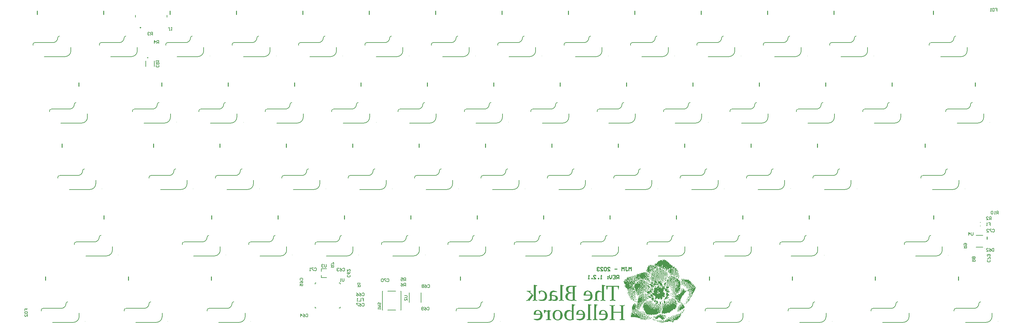
<source format=gbo>
G04*
G04 #@! TF.GenerationSoftware,Altium Limited,Altium Designer,23.1.1 (15)*
G04*
G04 Layer_Color=32896*
%FSLAX25Y25*%
%MOIN*%
G70*
G04*
G04 #@! TF.SameCoordinates,2B387D3F-2690-41C2-BDA0-AF5B162F5435*
G04*
G04*
G04 #@! TF.FilePolarity,Positive*
G04*
G01*
G75*
%ADD11C,0.01000*%
%ADD56C,0.00500*%
%ADD57C,0.00394*%
%ADD58C,0.00984*%
%ADD59C,0.00600*%
%ADD60C,0.00787*%
%ADD61C,0.00591*%
%ADD62C,0.00800*%
G36*
X725333Y73784D02*
X725962D01*
Y74413D01*
X726800D01*
Y73784D01*
X727220D01*
Y73155D01*
X727848D01*
Y72527D01*
X729316D01*
Y71688D01*
X730154D01*
Y71059D01*
X730783D01*
Y69592D01*
X732250D01*
Y68754D01*
X732669D01*
Y68335D01*
X734136D01*
Y66867D01*
X734975D01*
Y66239D01*
X735604D01*
Y66867D01*
X736442D01*
Y65400D01*
X738328D01*
Y63933D01*
X738957D01*
Y63304D01*
X739795D01*
Y62047D01*
X740424D01*
Y60789D01*
Y60580D01*
X739795D01*
Y62047D01*
X738957D01*
Y63304D01*
X738328D01*
Y62047D01*
X738957D01*
Y61837D01*
Y61628D01*
Y61418D01*
X738328D01*
Y62047D01*
X737490D01*
Y63304D01*
X737071D01*
Y63933D01*
X736442D01*
Y64771D01*
X735604D01*
Y63933D01*
X736442D01*
Y63514D01*
Y63304D01*
X737071D01*
Y62047D01*
X737490D01*
Y61628D01*
Y61418D01*
X738328D01*
Y60160D01*
Y59951D01*
X738957D01*
Y59112D01*
X739795D01*
Y58064D01*
X740424D01*
Y56597D01*
X741263D01*
Y55759D01*
X741891D01*
Y55130D01*
X741263D01*
Y55759D01*
X740424D01*
Y56597D01*
X739795D01*
Y57226D01*
Y57436D01*
Y58064D01*
X738957D01*
Y58274D01*
Y59112D01*
X738328D01*
Y59951D01*
X737490D01*
Y61418D01*
X737071D01*
Y62047D01*
X736442D01*
Y62256D01*
Y62466D01*
Y63304D01*
X735604D01*
Y63933D01*
X734975D01*
Y65400D01*
X734136D01*
Y66239D01*
X733508D01*
Y65400D01*
X734136D01*
Y63933D01*
X734975D01*
Y63304D01*
X735604D01*
Y62047D01*
X736442D01*
Y61418D01*
X737071D01*
Y59951D01*
X737490D01*
Y59322D01*
Y59112D01*
X738328D01*
Y58064D01*
X738957D01*
Y56597D01*
X739795D01*
Y55130D01*
X738957D01*
Y55968D01*
Y56178D01*
Y56597D01*
X738328D01*
Y58064D01*
X737490D01*
Y58693D01*
Y58903D01*
Y59112D01*
X737071D01*
Y59951D01*
X736442D01*
Y61418D01*
X735604D01*
Y62047D01*
X734975D01*
Y61418D01*
X735604D01*
Y59951D01*
X736442D01*
Y59112D01*
X737071D01*
Y58064D01*
X737490D01*
Y56597D01*
X738328D01*
Y55759D01*
X737490D01*
Y56597D01*
X737071D01*
Y58064D01*
X736442D01*
Y59112D01*
X735604D01*
Y59741D01*
Y59951D01*
X734975D01*
Y60580D01*
X734136D01*
Y61418D01*
X733508D01*
Y60580D01*
X734136D01*
Y59951D01*
X734975D01*
Y59112D01*
X735604D01*
Y58064D01*
X736442D01*
Y57016D01*
Y56807D01*
Y56597D01*
X735604D01*
Y58064D01*
X734975D01*
Y58274D01*
Y58484D01*
Y59112D01*
X734136D01*
Y58064D01*
X734975D01*
Y57226D01*
X734136D01*
Y57855D01*
Y58064D01*
X733508D01*
Y58484D01*
X732669D01*
Y58064D01*
X733508D01*
Y57226D01*
X732669D01*
Y57436D01*
Y58064D01*
X732250D01*
Y59112D01*
D01*
D01*
X731621D01*
Y59951D01*
X730154D01*
Y60580D01*
X729316D01*
Y61418D01*
X728687D01*
Y62047D01*
X729316D01*
Y61418D01*
X730154D01*
Y60580D01*
X730783D01*
Y61418D01*
X730154D01*
Y62047D01*
X729316D01*
Y62885D01*
X730154D01*
Y62047D01*
X730783D01*
Y62885D01*
X730154D01*
Y63933D01*
X729316D01*
Y63304D01*
X728687D01*
Y63933D01*
X727848D01*
Y62047D01*
X727220D01*
Y63304D01*
X726800D01*
Y64771D01*
X725962D01*
Y63304D01*
X726800D01*
Y62885D01*
X725962D01*
Y63304D01*
X725333D01*
Y63933D01*
X724495D01*
Y64771D01*
D01*
D01*
X723866D01*
Y63933D01*
X723028D01*
Y64562D01*
Y64771D01*
Y65400D01*
X722399D01*
Y66239D01*
D01*
D01*
X721980D01*
Y65400D01*
X722399D01*
Y65191D01*
Y64981D01*
Y64771D01*
X721980D01*
Y65400D01*
X720513D01*
Y66239D01*
X719674D01*
Y66867D01*
X718207D01*
Y67706D01*
X717578D01*
Y66867D01*
X716950D01*
Y67706D01*
X716321D01*
Y68335D01*
X715692D01*
Y66867D01*
X716950D01*
Y66239D01*
X717578D01*
Y65400D01*
X718207D01*
Y62047D01*
X719045D01*
Y61418D01*
X719674D01*
Y59951D01*
Y59741D01*
Y59112D01*
X720513D01*
Y58484D01*
X721141D01*
Y58274D01*
Y58064D01*
X721980D01*
Y57855D01*
Y57226D01*
X722399D01*
Y57016D01*
Y56597D01*
X723028D01*
Y53873D01*
Y53663D01*
X723866D01*
Y53244D01*
X724495D01*
Y52405D01*
X725333D01*
Y52196D01*
Y51776D01*
X724495D01*
Y52405D01*
X723866D01*
Y53244D01*
X723028D01*
Y53663D01*
X722399D01*
Y56597D01*
X721980D01*
Y57226D01*
X721141D01*
Y58064D01*
X720513D01*
Y58484D01*
X719674D01*
Y58693D01*
Y59112D01*
X719045D01*
Y61418D01*
X718207D01*
Y61837D01*
Y62047D01*
X717578D01*
Y62256D01*
Y63304D01*
X716950D01*
Y63933D01*
X716321D01*
Y63304D01*
X716950D01*
Y62047D01*
X717578D01*
Y61418D01*
X718207D01*
Y59112D01*
X719045D01*
Y58484D01*
X719674D01*
Y58064D01*
X720513D01*
Y57226D01*
X721141D01*
Y56597D01*
X721980D01*
Y53663D01*
X722399D01*
Y53453D01*
Y53244D01*
X723028D01*
Y51776D01*
X723866D01*
Y50938D01*
X724495D01*
Y50728D01*
Y50309D01*
X723866D01*
Y50938D01*
X723028D01*
Y51776D01*
X722399D01*
Y53034D01*
Y53244D01*
X721980D01*
Y53663D01*
X721141D01*
Y56178D01*
Y56388D01*
Y56597D01*
X720513D01*
Y57226D01*
X719674D01*
Y58064D01*
X719045D01*
Y58484D01*
X718207D01*
Y58064D01*
X719045D01*
Y57226D01*
X719674D01*
Y57016D01*
Y56597D01*
X720513D01*
Y56388D01*
Y53663D01*
X721141D01*
Y53244D01*
X721980D01*
Y51776D01*
X722399D01*
Y51567D01*
Y50938D01*
X723028D01*
Y50309D01*
X722399D01*
Y50519D01*
Y50938D01*
X721980D01*
Y51776D01*
X721141D01*
Y53244D01*
X720513D01*
Y53663D01*
X719674D01*
Y56597D01*
X719045D01*
Y57226D01*
X718207D01*
Y58064D01*
X717578D01*
Y59951D01*
X716950D01*
Y60580D01*
X716321D01*
Y62047D01*
X715692D01*
Y62885D01*
X714853D01*
Y63304D01*
X715692D01*
Y62885D01*
X716321D01*
Y63304D01*
X715692D01*
Y63514D01*
Y64771D01*
X714853D01*
Y65400D01*
X714225D01*
Y63933D01*
X713386D01*
Y65400D01*
X712758D01*
Y66239D01*
X711919D01*
Y67706D01*
X711500D01*
Y68754D01*
X711919D01*
Y68335D01*
X712758D01*
Y67706D01*
X714225D01*
Y66239D01*
X714853D01*
Y68335D01*
X713386D01*
Y68754D01*
X714853D01*
Y69592D01*
X714225D01*
Y70221D01*
X716321D01*
Y71688D01*
X717578D01*
Y72527D01*
X718207D01*
Y73155D01*
X719674D01*
Y73784D01*
X720513D01*
Y74413D01*
X722399D01*
Y73155D01*
X723028D01*
Y75042D01*
X723866D01*
Y74413D01*
X724495D01*
Y75042D01*
X725333D01*
Y73784D01*
D02*
G37*
G36*
X710662Y67706D02*
D01*
D01*
X711500D01*
Y66239D01*
X711919D01*
Y65400D01*
X712758D01*
Y63304D01*
X711919D01*
Y64771D01*
X711500D01*
Y65400D01*
X710662D01*
Y66239D01*
X710033D01*
Y65400D01*
X710662D01*
Y64771D01*
X711500D01*
Y62047D01*
X710662D01*
Y63304D01*
X710033D01*
Y62047D01*
X710662D01*
Y61418D01*
X710033D01*
Y62047D01*
X709404D01*
Y61418D01*
X710033D01*
Y60580D01*
X709404D01*
Y61418D01*
X708566D01*
Y62047D01*
X707937D01*
Y61418D01*
X708566D01*
Y59951D01*
X709404D01*
Y59112D01*
X707937D01*
Y60580D01*
X707098D01*
Y61418D01*
X706679D01*
Y60580D01*
X707098D01*
Y59951D01*
X706679D01*
Y60580D01*
X705841D01*
Y61418D01*
X704583D01*
Y62885D01*
X705212D01*
Y62047D01*
X705841D01*
Y62885D01*
X705212D01*
Y63933D01*
X705841D01*
Y66239D01*
X706679D01*
Y67706D01*
X707098D01*
Y68335D01*
X707937D01*
Y67706D01*
X708566D01*
Y66867D01*
X709404D01*
Y67706D01*
X708566D01*
Y68754D01*
X709404D01*
Y68335D01*
X710033D01*
Y68754D01*
X710662D01*
Y67706D01*
D02*
G37*
G36*
X704583Y59951D02*
X705841D01*
Y58484D01*
X706679D01*
Y58064D01*
X707098D01*
Y57855D01*
Y56597D01*
X707937D01*
Y55759D01*
X708566D01*
Y55130D01*
X707937D01*
Y55759D01*
X707098D01*
Y56597D01*
X706679D01*
Y58064D01*
X705841D01*
Y58484D01*
X705212D01*
Y59112D01*
X704583D01*
Y58484D01*
X705212D01*
Y58064D01*
X705841D01*
Y56597D01*
X706679D01*
Y55759D01*
X707098D01*
Y53663D01*
X707937D01*
Y52405D01*
X707098D01*
Y52615D01*
Y53663D01*
X706679D01*
Y55130D01*
X705841D01*
Y55759D01*
X705212D01*
Y56597D01*
X704583D01*
Y57226D01*
X703745D01*
Y58064D01*
X703116D01*
Y57226D01*
X703745D01*
Y56597D01*
X704583D01*
Y55759D01*
X705212D01*
Y55130D01*
X705841D01*
Y53663D01*
X706679D01*
Y52405D01*
X707098D01*
Y51776D01*
X708566D01*
Y50938D01*
X707098D01*
Y50309D01*
X708566D01*
Y49471D01*
X709404D01*
Y48842D01*
X708566D01*
Y49471D01*
X707098D01*
Y50309D01*
X706679D01*
Y50728D01*
Y50938D01*
Y51776D01*
X705841D01*
Y52405D01*
X705212D01*
Y53663D01*
X704583D01*
Y55130D01*
X703745D01*
Y53663D01*
X704583D01*
Y52405D01*
X705212D01*
Y51776D01*
X705841D01*
Y50309D01*
X705212D01*
Y51776D01*
X703745D01*
Y52405D01*
X703116D01*
Y53663D01*
X702278D01*
Y52405D01*
X703116D01*
Y51776D01*
X702278D01*
Y52405D01*
X701020D01*
Y53244D01*
X700391D01*
Y52405D01*
X699553D01*
Y53244D01*
X698924D01*
Y53663D01*
X698295D01*
Y54292D01*
X697457D01*
Y55130D01*
X696828D01*
Y54292D01*
X697457D01*
Y53663D01*
X698295D01*
Y52405D01*
X697457D01*
Y53244D01*
X696828D01*
Y53663D01*
X696200D01*
Y53244D01*
X696828D01*
Y52405D01*
X694732D01*
Y53244D01*
X694103D01*
Y52405D01*
X694732D01*
Y52196D01*
Y50938D01*
X694103D01*
Y52405D01*
X693475D01*
Y53244D01*
X692636D01*
Y55759D01*
X692008D01*
Y55968D01*
Y56178D01*
Y56597D01*
X691379D01*
Y57226D01*
X692636D01*
Y55759D01*
X693475D01*
Y55130D01*
X694103D01*
Y55759D01*
X693475D01*
Y58064D01*
X694103D01*
Y57226D01*
X694732D01*
Y58064D01*
X694103D01*
Y58484D01*
X696200D01*
Y58064D01*
X696828D01*
Y59112D01*
X698924D01*
Y59951D01*
X701020D01*
Y60580D01*
X701859D01*
Y59951D01*
X702278D01*
Y60580D01*
X703116D01*
Y59951D01*
X703745D01*
Y60580D01*
X704583D01*
Y59951D01*
D02*
G37*
G36*
X725962Y62047D02*
X726800D01*
Y61418D01*
X727220D01*
Y60580D01*
X727848D01*
Y59951D01*
X728687D01*
Y59112D01*
X727848D01*
Y59741D01*
Y59951D01*
X727220D01*
Y60160D01*
Y60580D01*
X726800D01*
Y60999D01*
Y61208D01*
Y61418D01*
X725962D01*
Y62047D01*
X725333D01*
Y62885D01*
X725962D01*
Y62047D01*
D02*
G37*
G36*
X731621Y58484D02*
X730783D01*
Y58903D01*
Y59112D01*
X731621D01*
Y58484D01*
D02*
G37*
G36*
X714225Y62885D02*
X714853D01*
Y62047D01*
X715692D01*
Y60789D01*
Y60580D01*
X716321D01*
Y59951D01*
X716950D01*
Y58064D01*
X717578D01*
Y57226D01*
X718207D01*
Y56597D01*
X719045D01*
Y53663D01*
X719674D01*
Y53244D01*
Y53034D01*
Y52405D01*
X720513D01*
Y50938D01*
X721141D01*
Y50309D01*
X721980D01*
Y49471D01*
X722399D01*
Y48842D01*
X721980D01*
Y49471D01*
X720513D01*
Y48842D01*
X721980D01*
Y48004D01*
X722399D01*
Y46117D01*
X723028D01*
Y44650D01*
X724495D01*
Y44021D01*
X725333D01*
Y41297D01*
X723866D01*
Y40668D01*
X724495D01*
Y39830D01*
X723866D01*
Y38362D01*
X724495D01*
Y37314D01*
X725333D01*
Y35009D01*
X724495D01*
Y34380D01*
X725333D01*
Y32913D01*
X724495D01*
Y32284D01*
X723866D01*
Y32913D01*
X722399D01*
Y32284D01*
X723028D01*
Y31655D01*
X722399D01*
Y30188D01*
X721980D01*
Y29559D01*
X721141D01*
Y30188D01*
X720513D01*
Y31655D01*
X719674D01*
Y30188D01*
X717578D01*
Y31655D01*
X716950D01*
Y31027D01*
X715692D01*
Y30188D01*
X714853D01*
Y31027D01*
X714225D01*
Y31655D01*
X714853D01*
Y33542D01*
X714225D01*
Y34380D01*
X712758D01*
Y35009D01*
X711919D01*
Y33542D01*
X712758D01*
Y32913D01*
X711919D01*
Y32284D01*
X712758D01*
Y31027D01*
X713386D01*
Y30188D01*
X712758D01*
Y28721D01*
X714225D01*
Y30188D01*
X714853D01*
Y28721D01*
X715692D01*
Y28092D01*
X717578D01*
Y26835D01*
X718207D01*
Y26206D01*
X717578D01*
Y25367D01*
X718207D01*
Y24739D01*
X719045D01*
Y23900D01*
Y23691D01*
Y23271D01*
X719674D01*
Y22433D01*
X721141D01*
Y22014D01*
X721980D01*
Y21175D01*
X721141D01*
Y22014D01*
X719674D01*
Y22223D01*
Y22433D01*
X719045D01*
Y23271D01*
X718207D01*
Y24739D01*
X717578D01*
Y25367D01*
X716321D01*
Y24739D01*
X716950D01*
Y23900D01*
X717578D01*
Y19918D01*
X718207D01*
Y22433D01*
X719045D01*
Y21175D01*
X719674D01*
Y20547D01*
X720513D01*
Y17612D01*
X721141D01*
Y16355D01*
X720513D01*
Y17193D01*
Y17403D01*
Y17612D01*
X719674D01*
Y20547D01*
X719045D01*
Y17612D01*
X719674D01*
Y16355D01*
X720513D01*
Y14888D01*
X719674D01*
Y14259D01*
X719045D01*
Y14888D01*
X718207D01*
Y13630D01*
X716321D01*
Y12792D01*
X713386D01*
Y12372D01*
X712758D01*
Y12792D01*
X711919D01*
Y12372D01*
X711500D01*
Y12792D01*
X710662D01*
Y12372D01*
X709404D01*
Y12792D01*
X708566D01*
Y12372D01*
X707937D01*
Y12792D01*
X705212D01*
Y13630D01*
X704583D01*
Y14259D01*
X703745D01*
Y15726D01*
X703116D01*
Y17193D01*
X702278D01*
Y18451D01*
X701020D01*
Y19080D01*
X701859D01*
Y20547D01*
X701020D01*
Y21175D01*
X700391D01*
Y22014D01*
X701020D01*
Y24739D01*
X701859D01*
Y23271D01*
X702278D01*
Y26206D01*
X704583D01*
Y25367D01*
X705212D01*
Y24739D01*
X705841D01*
Y23900D01*
X706679D01*
Y24739D01*
X705841D01*
Y25367D01*
X705212D01*
Y26206D01*
X704583D01*
Y26835D01*
X703745D01*
Y27463D01*
X704583D01*
Y26835D01*
X705212D01*
Y26625D01*
Y26415D01*
Y26206D01*
X705841D01*
Y25367D01*
X706679D01*
Y26206D01*
X705841D01*
Y26835D01*
X705212D01*
Y27044D01*
Y27254D01*
Y28092D01*
X705841D01*
Y26835D01*
X706679D01*
Y26206D01*
X707098D01*
Y25367D01*
X707937D01*
Y24739D01*
X708566D01*
Y23900D01*
X709404D01*
Y24739D01*
X708566D01*
Y25367D01*
X707937D01*
Y26206D01*
X707098D01*
Y26835D01*
X706679D01*
Y27463D01*
Y27673D01*
Y28721D01*
X707098D01*
Y26835D01*
X707937D01*
Y26206D01*
X708566D01*
Y25996D01*
Y25367D01*
X709404D01*
Y24739D01*
X710033D01*
Y22014D01*
D01*
D01*
X710662D01*
Y21175D01*
X711500D01*
Y20547D01*
X711919D01*
Y21175D01*
X711500D01*
Y22014D01*
X710662D01*
Y23900D01*
X711500D01*
Y22433D01*
X711919D01*
Y21175D01*
X712758D01*
Y23271D01*
X711919D01*
Y23481D01*
Y23691D01*
Y23900D01*
X711500D01*
Y24110D01*
Y24739D01*
X710033D01*
Y25367D01*
X709404D01*
Y26206D01*
X708566D01*
Y26835D01*
X707937D01*
Y27463D01*
X708566D01*
Y26835D01*
X709404D01*
Y26415D01*
Y26206D01*
X710033D01*
Y25367D01*
X711500D01*
Y24739D01*
X711919D01*
Y23900D01*
X712758D01*
Y23271D01*
X713386D01*
Y20547D01*
X714225D01*
Y23271D01*
X713386D01*
Y24739D01*
X714225D01*
Y23271D01*
X714853D01*
Y20547D01*
X715692D01*
Y19918D01*
X716321D01*
Y19080D01*
X716950D01*
Y19918D01*
X716321D01*
Y20547D01*
X715692D01*
Y23271D01*
X714853D01*
Y24739D01*
X715692D01*
Y24110D01*
Y23900D01*
Y23271D01*
X716321D01*
Y22852D01*
Y22643D01*
Y20547D01*
X716950D01*
Y23900D01*
X716321D01*
Y24319D01*
Y24529D01*
Y24739D01*
X715692D01*
Y25367D01*
X714853D01*
Y26206D01*
X716321D01*
Y26835D01*
X715692D01*
Y27463D01*
X714853D01*
Y26835D01*
X713386D01*
Y28092D01*
X712758D01*
Y28721D01*
X711500D01*
Y29559D01*
X710033D01*
Y30188D01*
X710662D01*
Y31027D01*
X710033D01*
Y31655D01*
X707937D01*
Y32284D01*
X706679D01*
Y32913D01*
X705841D01*
Y33542D01*
X705212D01*
Y34380D01*
X704583D01*
Y35847D01*
X705212D01*
Y34380D01*
X705841D01*
Y33542D01*
X706679D01*
Y32913D01*
X707098D01*
Y34380D01*
X706679D01*
Y34590D01*
Y35009D01*
X705841D01*
Y35847D01*
X706679D01*
Y35638D01*
Y35428D01*
Y35009D01*
X707098D01*
Y34380D01*
X707937D01*
Y33542D01*
X708566D01*
Y32913D01*
X710033D01*
Y31655D01*
X710662D01*
Y32284D01*
X711500D01*
Y31655D01*
X711919D01*
Y32284D01*
X711500D01*
Y32913D01*
X710033D01*
Y33542D01*
X708566D01*
Y34380D01*
X709404D01*
Y35847D01*
X707098D01*
Y36476D01*
X705841D01*
Y36686D01*
Y36895D01*
Y37314D01*
X705212D01*
Y38362D01*
X704583D01*
Y39201D01*
Y39410D01*
Y39830D01*
X703745D01*
Y40039D01*
Y40249D01*
Y41297D01*
X703116D01*
Y43183D01*
X702278D01*
Y45489D01*
X701859D01*
Y46117D01*
X701020D01*
Y46956D01*
X700391D01*
Y46117D01*
X701020D01*
Y45489D01*
X701859D01*
Y43183D01*
X702278D01*
Y41297D01*
X703116D01*
Y39830D01*
X703745D01*
Y37943D01*
X703116D01*
Y39620D01*
Y39830D01*
X702278D01*
Y41297D01*
X701859D01*
Y39830D01*
X702278D01*
Y37314D01*
X701859D01*
Y39620D01*
Y39830D01*
X701020D01*
Y42135D01*
X700391D01*
Y39830D01*
X701020D01*
Y39410D01*
Y39201D01*
Y37314D01*
X700391D01*
Y37943D01*
X699553D01*
Y38362D01*
X698924D01*
Y39830D01*
X698295D01*
Y40668D01*
X697457D01*
Y41297D01*
X696828D01*
Y40668D01*
X697457D01*
Y39830D01*
X698295D01*
Y38362D01*
X698924D01*
Y37943D01*
X699553D01*
Y37314D01*
X700391D01*
Y36476D01*
X701020D01*
Y35847D01*
X701859D01*
Y35009D01*
X702278D01*
Y33332D01*
Y33123D01*
Y32913D01*
X703116D01*
Y32284D01*
X703745D01*
Y30188D01*
X704583D01*
Y29559D01*
X705212D01*
Y28931D01*
Y28721D01*
X704583D01*
Y29559D01*
X703745D01*
Y30188D01*
X703116D01*
Y32284D01*
X702278D01*
Y32913D01*
X701859D01*
Y34380D01*
X701020D01*
Y35847D01*
X700391D01*
Y36057D01*
Y36476D01*
X699553D01*
Y37314D01*
X698924D01*
Y36476D01*
X698295D01*
Y35847D01*
X698924D01*
Y34380D01*
X699553D01*
Y33542D01*
X700391D01*
Y34380D01*
X699553D01*
Y34590D01*
Y34799D01*
Y35847D01*
X700391D01*
Y34380D01*
X701020D01*
Y32913D01*
X701859D01*
Y32284D01*
X702278D01*
Y30188D01*
X703116D01*
Y29559D01*
X703745D01*
Y28092D01*
X703116D01*
Y28721D01*
X702278D01*
Y30188D01*
X701859D01*
Y28721D01*
X702278D01*
Y28092D01*
X703116D01*
Y27463D01*
X702278D01*
Y28092D01*
X701859D01*
Y28511D01*
Y28721D01*
X701020D01*
Y28092D01*
X701859D01*
Y26206D01*
X701020D01*
Y27463D01*
X700391D01*
Y28721D01*
X699553D01*
Y27463D01*
X700391D01*
Y26206D01*
X701020D01*
Y25367D01*
X700391D01*
Y25787D01*
Y25996D01*
Y26206D01*
X699553D01*
Y26835D01*
X698924D01*
Y26206D01*
X699553D01*
Y25367D01*
X700391D01*
Y24739D01*
X698295D01*
Y25367D01*
X697457D01*
Y26206D01*
X696828D01*
Y25367D01*
X697457D01*
Y24739D01*
X698295D01*
Y23900D01*
X699553D01*
Y23271D01*
X698295D01*
Y22433D01*
X698924D01*
Y22014D01*
X698295D01*
Y22433D01*
X697457D01*
Y23271D01*
X696828D01*
Y23900D01*
X696200D01*
Y23271D01*
X696828D01*
Y22433D01*
X697457D01*
Y22014D01*
X698295D01*
Y21175D01*
X697457D01*
Y22014D01*
X696828D01*
Y22433D01*
X696200D01*
Y23271D01*
X695571D01*
Y22433D01*
X696200D01*
Y22014D01*
X696828D01*
Y21175D01*
X697457D01*
Y20547D01*
X696828D01*
Y21175D01*
X696200D01*
Y20547D01*
X696828D01*
Y18451D01*
X696200D01*
Y18660D01*
Y18870D01*
Y20547D01*
X695571D01*
Y22014D01*
X694732D01*
Y20547D01*
X695571D01*
Y18451D01*
X694732D01*
Y19918D01*
X693475D01*
Y20547D01*
X692008D01*
Y19918D01*
X692636D01*
Y19080D01*
X693475D01*
Y17612D01*
X694103D01*
Y17193D01*
X694732D01*
Y16355D01*
X695571D01*
Y14259D01*
X696200D01*
Y12792D01*
X696828D01*
Y12372D01*
X697457D01*
Y11534D01*
X698295D01*
Y12372D01*
X697457D01*
Y12792D01*
X696828D01*
Y14259D01*
X696200D01*
Y15516D01*
Y15726D01*
Y16355D01*
X695571D01*
Y16564D01*
Y17193D01*
X694732D01*
Y17612D01*
X694103D01*
Y18451D01*
X694732D01*
Y17612D01*
X695571D01*
Y17193D01*
X696200D01*
Y16355D01*
X696828D01*
Y14259D01*
X697457D01*
Y13630D01*
X698295D01*
Y12792D01*
X698924D01*
Y9438D01*
X699553D01*
Y8809D01*
X700391D01*
Y7342D01*
X699553D01*
Y7971D01*
X698924D01*
Y9438D01*
X698295D01*
Y7971D01*
X698924D01*
Y7342D01*
X698295D01*
Y7971D01*
X697457D01*
Y8809D01*
X694732D01*
Y9438D01*
X692636D01*
Y10067D01*
X687187D01*
Y12372D01*
X687816D01*
Y12792D01*
X687187D01*
Y13630D01*
X687816D01*
Y12792D01*
X688445D01*
Y13630D01*
X687816D01*
Y14888D01*
X688445D01*
Y14259D01*
X689283D01*
Y14678D01*
Y14888D01*
X688445D01*
Y15307D01*
Y15516D01*
Y15726D01*
X689283D01*
Y14888D01*
X689912D01*
Y13630D01*
X690750D01*
Y14888D01*
X689912D01*
Y15726D01*
X689283D01*
Y16355D01*
X688445D01*
Y16774D01*
Y16984D01*
Y17193D01*
X689283D01*
Y16355D01*
X689912D01*
Y16145D01*
Y15726D01*
X690750D01*
Y16355D01*
X689912D01*
Y17193D01*
X689283D01*
Y17612D01*
X688445D01*
Y22014D01*
X689283D01*
Y23271D01*
X689912D01*
Y24739D01*
X690750D01*
Y23900D01*
X691379D01*
Y23271D01*
X692008D01*
Y22433D01*
X692636D01*
Y23271D01*
X692008D01*
Y23900D01*
X691379D01*
Y24739D01*
X690750D01*
Y25367D01*
X692008D01*
Y24948D01*
Y24739D01*
X692636D01*
Y23900D01*
X693475D01*
Y22014D01*
X694103D01*
Y23271D01*
X694732D01*
Y23900D01*
X694103D01*
Y24739D01*
X694732D01*
Y25367D01*
X694103D01*
Y26206D01*
X694732D01*
Y25367D01*
X695571D01*
Y24739D01*
X696200D01*
Y25367D01*
X695571D01*
Y26206D01*
X694732D01*
Y28721D01*
X695571D01*
Y29559D01*
X694732D01*
Y30188D01*
X695571D01*
Y31655D01*
X696828D01*
Y32284D01*
X695571D01*
Y32913D01*
X696828D01*
Y35009D01*
X695571D01*
Y35847D01*
X694732D01*
Y37314D01*
D01*
D01*
X694103D01*
Y37943D01*
X692636D01*
Y38362D01*
X693475D01*
Y39201D01*
X692636D01*
Y39830D01*
X692008D01*
Y42135D01*
X691379D01*
Y43183D01*
X690750D01*
Y44021D01*
X689912D01*
Y44650D01*
X690750D01*
Y44441D01*
Y44231D01*
Y44021D01*
X691379D01*
Y44650D01*
X690750D01*
Y45489D01*
X691379D01*
Y46956D01*
X689283D01*
Y46117D01*
X689912D01*
Y45489D01*
X689283D01*
Y44021D01*
X689912D01*
Y43183D01*
X690750D01*
Y41297D01*
X691379D01*
Y39830D01*
X690750D01*
Y40668D01*
X689912D01*
Y41297D01*
X689283D01*
Y40668D01*
X689912D01*
Y39830D01*
X689283D01*
Y40668D01*
X688445D01*
Y41297D01*
X687187D01*
Y42135D01*
X686348D01*
Y41297D01*
X687187D01*
Y39830D01*
X687816D01*
Y39620D01*
Y38362D01*
X688445D01*
Y37943D01*
X689283D01*
Y37734D01*
Y37314D01*
X689912D01*
Y36686D01*
Y36476D01*
X690750D01*
Y35847D01*
X691379D01*
Y35009D01*
X690750D01*
Y35428D01*
Y35638D01*
Y35847D01*
X689912D01*
Y36476D01*
X689283D01*
Y37314D01*
X688445D01*
Y37943D01*
X687816D01*
Y38362D01*
X687187D01*
Y39830D01*
X686348D01*
Y40668D01*
X685929D01*
Y42135D01*
X685091D01*
Y40668D01*
X685929D01*
Y39830D01*
X686348D01*
Y38362D01*
X687187D01*
Y35847D01*
X687816D01*
Y34380D01*
X688445D01*
Y33542D01*
X689912D01*
Y32284D01*
X690750D01*
Y31655D01*
X689912D01*
Y31865D01*
Y32074D01*
Y32284D01*
X689283D01*
Y32913D01*
X688445D01*
Y32284D01*
X689283D01*
Y31655D01*
X689912D01*
Y31446D01*
Y31236D01*
Y30188D01*
X690750D01*
Y28721D01*
X689912D01*
Y30188D01*
X689283D01*
Y31655D01*
X688445D01*
Y32284D01*
X687816D01*
Y32913D01*
X687187D01*
Y33542D01*
X686348D01*
Y34380D01*
X687187D01*
Y34170D01*
Y33542D01*
X687816D01*
Y34380D01*
X687187D01*
Y35847D01*
X686348D01*
Y38362D01*
X685929D01*
Y39830D01*
X685091D01*
Y40668D01*
X684462D01*
Y41297D01*
X683624D01*
Y40668D01*
X684462D01*
Y40039D01*
Y39830D01*
X685091D01*
Y39620D01*
Y38362D01*
X685929D01*
Y35847D01*
X686348D01*
Y35009D01*
X685929D01*
Y35847D01*
X685091D01*
Y37314D01*
X684462D01*
Y37943D01*
X683624D01*
Y38362D01*
X684462D01*
Y37943D01*
X685091D01*
Y38362D01*
X684462D01*
Y39830D01*
X683624D01*
Y40668D01*
X682995D01*
Y42135D01*
X682366D01*
Y42764D01*
X681528D01*
Y43183D01*
X681109D01*
Y44650D01*
X680270D01*
Y45489D01*
X681109D01*
Y46956D01*
X680270D01*
Y48004D01*
X679641D01*
Y49471D01*
X678803D01*
Y50309D01*
X679641D01*
Y50938D01*
X680270D01*
Y50309D01*
X681109D01*
Y50938D01*
X680270D01*
Y52405D01*
X681109D01*
Y53244D01*
X681528D01*
Y52405D01*
X682366D01*
Y54292D01*
X682995D01*
Y53663D01*
X683624D01*
Y55130D01*
X684462D01*
Y53663D01*
X685091D01*
Y53244D01*
X685929D01*
Y52405D01*
X686348D01*
Y51776D01*
X687187D01*
Y50938D01*
X687816D01*
Y51776D01*
X687187D01*
Y51986D01*
Y52405D01*
X686348D01*
Y53244D01*
X685929D01*
Y53663D01*
X685091D01*
Y55130D01*
X687187D01*
Y53244D01*
X687816D01*
Y55130D01*
X687187D01*
Y55759D01*
X687816D01*
Y55549D01*
Y55130D01*
X688445D01*
Y52405D01*
X689283D01*
Y55130D01*
X688445D01*
Y55759D01*
X689283D01*
Y55130D01*
X689912D01*
Y50938D01*
X690750D01*
Y50309D01*
X691379D01*
Y50938D01*
X690750D01*
Y54292D01*
Y54501D01*
Y55130D01*
X689912D01*
Y55759D01*
X689283D01*
Y56597D01*
X689912D01*
Y55759D01*
X690750D01*
Y55130D01*
X691379D01*
Y54292D01*
X692008D01*
Y53663D01*
X691379D01*
Y53244D01*
X692008D01*
Y52405D01*
X691379D01*
Y51776D01*
X692008D01*
Y49471D01*
X692636D01*
Y48004D01*
X694103D01*
Y48842D01*
X693475D01*
Y49471D01*
X695571D01*
Y48004D01*
D01*
D01*
X696200D01*
Y49471D01*
X695571D01*
Y49890D01*
Y50100D01*
Y50938D01*
X696200D01*
Y49471D01*
X696828D01*
Y50938D01*
X696200D01*
Y51567D01*
Y51776D01*
X696828D01*
Y50938D01*
X697457D01*
Y49471D01*
X698295D01*
Y48842D01*
X698924D01*
Y49471D01*
X698295D01*
Y50938D01*
X697457D01*
Y51776D01*
X700391D01*
Y49471D01*
X701020D01*
Y50100D01*
Y50309D01*
Y51776D01*
X701859D01*
Y48004D01*
X702278D01*
Y50938D01*
X703116D01*
Y47585D01*
X703745D01*
Y46117D01*
X704583D01*
Y44231D01*
Y44021D01*
Y43183D01*
X705212D01*
Y42974D01*
Y42764D01*
Y41297D01*
X704583D01*
Y43183D01*
X703745D01*
Y46117D01*
X703116D01*
Y46327D01*
Y46537D01*
Y47585D01*
X702278D01*
Y46117D01*
X703116D01*
Y45908D01*
Y45698D01*
Y43183D01*
X703745D01*
Y42974D01*
Y42764D01*
Y41297D01*
X704583D01*
Y39830D01*
X705212D01*
Y38362D01*
X705841D01*
Y39201D01*
X708566D01*
Y41297D01*
X709404D01*
Y39830D01*
X710033D01*
Y39201D01*
X710662D01*
Y37314D01*
X713386D01*
Y37943D01*
X712758D01*
Y39830D01*
X713386D01*
Y42764D01*
X714853D01*
Y43183D01*
X714225D01*
Y44021D01*
X714853D01*
Y43602D01*
Y43393D01*
Y43183D01*
X715692D01*
Y42764D01*
X716321D01*
Y44021D01*
X716950D01*
Y44650D01*
X718207D01*
Y45489D01*
X717578D01*
Y46117D01*
X716950D01*
Y45489D01*
X716321D01*
Y46117D01*
X714225D01*
Y45489D01*
X714853D01*
Y44860D01*
Y44650D01*
X715692D01*
Y44021D01*
X714853D01*
Y44650D01*
X714225D01*
Y45489D01*
X713386D01*
Y46117D01*
X711919D01*
Y46956D01*
X710662D01*
Y47585D01*
X710033D01*
Y49471D01*
X711500D01*
Y48842D01*
X711919D01*
Y48004D01*
X713386D01*
Y49471D01*
X714225D01*
Y50309D01*
X712758D01*
Y50938D01*
X711919D01*
Y51776D01*
X711500D01*
Y52405D01*
X710662D01*
Y53244D01*
Y53453D01*
Y55130D01*
X710033D01*
Y56597D01*
X710662D01*
Y55130D01*
X711500D01*
Y52405D01*
X711919D01*
Y51776D01*
X712758D01*
Y51357D01*
Y51148D01*
Y50938D01*
X713386D01*
Y51776D01*
X712758D01*
Y52405D01*
X711919D01*
Y55130D01*
X711500D01*
Y55549D01*
Y55759D01*
Y56597D01*
X710662D01*
Y58484D01*
X710033D01*
Y59112D01*
X711500D01*
Y58064D01*
X711919D01*
Y57226D01*
X712758D01*
Y58064D01*
X711919D01*
Y59112D01*
X711500D01*
Y59951D01*
X710662D01*
Y60160D01*
Y60580D01*
X711919D01*
Y59112D01*
X712758D01*
Y58693D01*
Y58484D01*
Y58064D01*
X713386D01*
Y56597D01*
X714225D01*
Y55759D01*
X714853D01*
Y55130D01*
X715692D01*
Y54921D01*
Y54292D01*
X716321D01*
Y53663D01*
X716950D01*
Y52405D01*
X717578D01*
Y51776D01*
X718207D01*
Y50938D01*
X719045D01*
Y50309D01*
X720513D01*
Y50938D01*
X719674D01*
Y52405D01*
X719045D01*
Y53663D01*
X718207D01*
Y56597D01*
X717578D01*
Y53663D01*
X718207D01*
Y52405D01*
X719045D01*
Y51776D01*
X718207D01*
Y52405D01*
X717578D01*
Y53663D01*
X716950D01*
Y54292D01*
X716321D01*
Y54711D01*
Y54921D01*
Y55130D01*
X715692D01*
Y55759D01*
X714853D01*
Y56597D01*
X714225D01*
Y58064D01*
X713386D01*
Y59112D01*
X712758D01*
Y59741D01*
Y59951D01*
Y60580D01*
X711919D01*
Y62047D01*
Y62256D01*
Y62885D01*
X712758D01*
Y60580D01*
X713386D01*
Y59112D01*
X714225D01*
Y58903D01*
Y58484D01*
X714853D01*
Y56597D01*
X715692D01*
Y58484D01*
X714853D01*
Y59112D01*
X714225D01*
Y60580D01*
X713386D01*
Y62047D01*
X714225D01*
Y60580D01*
X714853D01*
Y59112D01*
X715692D01*
Y58484D01*
X716321D01*
Y59112D01*
X715692D01*
Y60580D01*
X714853D01*
Y62047D01*
X714225D01*
Y62885D01*
X713386D01*
Y63304D01*
X714225D01*
Y62885D01*
D02*
G37*
G36*
X739795Y59951D02*
X740424D01*
Y59112D01*
X741263D01*
Y58064D01*
X740424D01*
Y59112D01*
X739795D01*
Y59322D01*
Y59951D01*
X738957D01*
Y60370D01*
Y60580D01*
X739795D01*
Y59951D01*
D02*
G37*
G36*
X729316Y58064D02*
X728687D01*
Y58274D01*
Y58484D01*
X729316D01*
Y58064D01*
D02*
G37*
G36*
X732250Y57226D02*
X731621D01*
Y57855D01*
Y58064D01*
X732250D01*
Y57226D01*
D02*
G37*
G36*
X710033D02*
X709404D01*
Y57436D01*
Y58064D01*
X710033D01*
Y57226D01*
D02*
G37*
G36*
X707098Y58903D02*
Y58693D01*
Y58484D01*
X707937D01*
Y58064D01*
X708566D01*
Y57226D01*
X707937D01*
Y57855D01*
Y58064D01*
X707098D01*
Y58484D01*
X706679D01*
Y59112D01*
X707098D01*
Y58903D01*
D02*
G37*
G36*
X741891Y56597D02*
X741263D01*
Y57226D01*
X741891D01*
Y56597D01*
D02*
G37*
G36*
X723028Y63723D02*
Y63304D01*
X723866D01*
Y62885D01*
X724495D01*
Y62047D01*
X725333D01*
Y61418D01*
X725962D01*
Y60580D01*
X726800D01*
Y59951D01*
X727220D01*
Y59112D01*
X727848D01*
Y58064D01*
X728687D01*
Y57226D01*
X729316D01*
Y56807D01*
Y56597D01*
X728687D01*
Y57226D01*
X727848D01*
Y57436D01*
Y57645D01*
Y58064D01*
X727220D01*
Y59112D01*
X726800D01*
Y59532D01*
Y59741D01*
Y59951D01*
X725962D01*
Y60160D01*
Y60580D01*
X725333D01*
Y61208D01*
Y61418D01*
X724495D01*
Y62047D01*
X723866D01*
Y61418D01*
X724495D01*
Y61208D01*
Y60999D01*
Y60580D01*
X725333D01*
Y59951D01*
X725962D01*
Y59112D01*
X726800D01*
Y58064D01*
X727220D01*
Y57436D01*
Y57226D01*
X727848D01*
Y56597D01*
X727220D01*
Y57226D01*
X726800D01*
Y58064D01*
X725962D01*
Y58903D01*
Y59112D01*
X725333D01*
Y59951D01*
X724495D01*
Y60160D01*
Y60370D01*
Y60580D01*
X723866D01*
Y61418D01*
X723028D01*
Y62256D01*
Y62466D01*
Y63304D01*
X722399D01*
Y63933D01*
X723028D01*
Y63723D01*
D02*
G37*
G36*
X728687Y55549D02*
Y55130D01*
X727848D01*
Y55759D01*
X728687D01*
Y55549D01*
D02*
G37*
G36*
X691379Y55759D02*
X692008D01*
Y55130D01*
X691379D01*
Y55759D01*
X690750D01*
Y56597D01*
X691379D01*
Y55759D01*
D02*
G37*
G36*
X738957Y54292D02*
X738328D01*
Y54501D01*
Y55130D01*
X738957D01*
Y54292D01*
D02*
G37*
G36*
X741263Y54501D02*
Y54292D01*
Y53663D01*
X740424D01*
Y55130D01*
X741263D01*
Y54501D01*
D02*
G37*
G36*
X719674Y64771D02*
X721141D01*
Y63933D01*
X721980D01*
Y63304D01*
X722399D01*
Y61418D01*
X723028D01*
Y60580D01*
X723866D01*
Y59951D01*
X724495D01*
Y59741D01*
Y59532D01*
Y59112D01*
X725333D01*
Y58064D01*
X725962D01*
Y57226D01*
X726800D01*
Y56597D01*
X727220D01*
Y54292D01*
X727848D01*
Y53663D01*
X727220D01*
Y54292D01*
X726800D01*
Y54711D01*
Y54921D01*
Y56597D01*
X725962D01*
Y57226D01*
X725333D01*
Y58064D01*
X724495D01*
Y59112D01*
X723866D01*
Y58064D01*
X724495D01*
Y57645D01*
Y57436D01*
Y57226D01*
X725333D01*
Y56597D01*
X725962D01*
Y55968D01*
Y55759D01*
Y54292D01*
X726800D01*
Y53244D01*
X727220D01*
Y52405D01*
X726800D01*
Y53244D01*
X725962D01*
Y54292D01*
X725333D01*
Y56597D01*
X724495D01*
Y57226D01*
X723866D01*
Y58064D01*
X723028D01*
Y60580D01*
X722399D01*
Y60999D01*
Y61208D01*
Y61418D01*
X721980D01*
Y63304D01*
X721141D01*
Y61418D01*
X721980D01*
Y60580D01*
X722399D01*
Y58064D01*
X723028D01*
Y57855D01*
Y57226D01*
X723866D01*
Y57016D01*
Y56597D01*
X724495D01*
Y53663D01*
X725333D01*
Y53244D01*
X725962D01*
Y52405D01*
X726800D01*
Y50938D01*
X725962D01*
Y51776D01*
Y51986D01*
Y52405D01*
X725333D01*
Y53244D01*
X724495D01*
Y53663D01*
X723866D01*
Y55340D01*
Y55549D01*
Y56597D01*
X723028D01*
Y57226D01*
X722399D01*
Y58064D01*
X721980D01*
Y58484D01*
X721141D01*
Y59112D01*
X720513D01*
Y61418D01*
X719674D01*
Y62047D01*
X719045D01*
Y66239D01*
X719674D01*
Y64771D01*
D02*
G37*
G36*
X708566Y53663D02*
X707937D01*
Y53873D01*
Y54082D01*
Y54292D01*
X708566D01*
Y53663D01*
D02*
G37*
G36*
X747970Y52405D02*
X750904D01*
Y51776D01*
X751533D01*
Y52405D01*
X752371D01*
Y51776D01*
X752790D01*
Y50938D01*
X754258D01*
Y50309D01*
X754886D01*
Y48842D01*
X755725D01*
Y48004D01*
X756354D01*
Y47794D01*
Y47585D01*
X757192D01*
Y46956D01*
X757821D01*
Y46117D01*
X758450D01*
Y45489D01*
X759078D01*
Y44650D01*
X759707D01*
Y44021D01*
X760545D01*
Y42135D01*
X759707D01*
Y40668D01*
X759078D01*
Y39201D01*
X758450D01*
Y37943D01*
X757821D01*
Y37314D01*
X757192D01*
Y35847D01*
X756354D01*
Y34380D01*
X755725D01*
Y36476D01*
X754886D01*
Y37314D01*
X755725D01*
Y37943D01*
X754886D01*
Y38362D01*
D01*
D01*
X754258D01*
Y39830D01*
X753419D01*
Y40668D01*
X752371D01*
Y39201D01*
X751533D01*
Y41297D01*
X753419D01*
Y42135D01*
X752790D01*
Y42764D01*
X752371D01*
Y43183D01*
X752790D01*
Y42764D01*
X753419D01*
Y42135D01*
X754258D01*
Y41297D01*
X754886D01*
Y42135D01*
X754258D01*
Y42764D01*
X753419D01*
Y42974D01*
Y43183D01*
X752790D01*
Y44021D01*
X751533D01*
Y44650D01*
X750904D01*
Y45489D01*
X750066D01*
Y46956D01*
X749437D01*
Y49471D01*
X748598D01*
Y50309D01*
X747970D01*
Y49471D01*
X748598D01*
Y46956D01*
X749437D01*
Y45489D01*
X750066D01*
Y44650D01*
X750904D01*
Y44021D01*
X751533D01*
Y42974D01*
Y42764D01*
X752371D01*
Y42135D01*
X751533D01*
Y42764D01*
X750904D01*
Y44021D01*
X750066D01*
Y44231D01*
Y44650D01*
X749437D01*
Y45489D01*
X748598D01*
Y46956D01*
X747970D01*
Y48004D01*
X747550D01*
Y48842D01*
X746712D01*
Y49471D01*
X746083D01*
Y50309D01*
X745245D01*
Y51148D01*
Y51357D01*
Y52405D01*
X744616D01*
Y53244D01*
X745245D01*
Y52405D01*
X746083D01*
Y51776D01*
X746712D01*
Y50938D01*
X747550D01*
Y51776D01*
X746712D01*
Y52405D01*
X746083D01*
Y53244D01*
X746712D01*
Y52405D01*
X747550D01*
Y53244D01*
X747970D01*
Y52405D01*
D02*
G37*
G36*
X744616Y51776D02*
X743778D01*
Y52405D01*
X744616D01*
Y51776D01*
D02*
G37*
G36*
X710662Y50309D02*
X710033D01*
Y50938D01*
X710662D01*
Y50309D01*
D02*
G37*
G36*
X693475Y52196D02*
Y51986D01*
Y50938D01*
X694103D01*
Y50309D01*
X693475D01*
Y50728D01*
Y50938D01*
X692636D01*
Y52405D01*
X693475D01*
Y52196D01*
D02*
G37*
G36*
X733508Y55759D02*
X734975D01*
Y55130D01*
X735604D01*
Y55759D01*
X736442D01*
Y54292D01*
X737071D01*
Y53663D01*
X737490D01*
Y54292D01*
X737071D01*
Y55130D01*
X737490D01*
Y54292D01*
X738328D01*
Y53663D01*
X738957D01*
Y53244D01*
X740424D01*
Y51776D01*
X741891D01*
Y50938D01*
X742730D01*
Y48842D01*
X743149D01*
Y48004D01*
X742730D01*
Y47585D01*
X743149D01*
Y46956D01*
X743778D01*
Y46117D01*
X743149D01*
Y46956D01*
X742730D01*
Y46117D01*
X743149D01*
Y45489D01*
X742730D01*
Y44650D01*
X743149D01*
Y42764D01*
X742730D01*
Y42135D01*
X743149D01*
Y41297D01*
X741891D01*
Y40668D01*
X742730D01*
Y39830D01*
X741891D01*
Y38362D01*
X741263D01*
Y39830D01*
X740424D01*
Y38362D01*
X741263D01*
Y38153D01*
Y37943D01*
Y37314D01*
X740424D01*
Y38362D01*
X739795D01*
Y37314D01*
X740424D01*
Y36686D01*
Y36476D01*
X739795D01*
Y37314D01*
X738957D01*
Y35847D01*
X738328D01*
Y36476D01*
X737490D01*
Y37314D01*
X737071D01*
Y37734D01*
Y37943D01*
Y38362D01*
X736442D01*
Y42764D01*
X735604D01*
Y44021D01*
X734975D01*
Y44650D01*
X734136D01*
Y45489D01*
X733508D01*
Y46117D01*
X732669D01*
Y46327D01*
Y46537D01*
Y48004D01*
X732250D01*
Y48842D01*
X731621D01*
Y49471D01*
X730783D01*
Y52405D01*
X730154D01*
Y54292D01*
X729316D01*
Y55130D01*
X730154D01*
Y54292D01*
X730783D01*
Y54082D01*
Y52405D01*
X731621D01*
Y51776D01*
X732250D01*
Y52405D01*
X731621D01*
Y54292D01*
X730783D01*
Y56597D01*
X731621D01*
Y55130D01*
Y54921D01*
Y54292D01*
X732250D01*
Y55130D01*
X732669D01*
Y53663D01*
X733508D01*
Y53244D01*
X734136D01*
Y50938D01*
X734975D01*
Y50728D01*
Y49471D01*
X735604D01*
Y50938D01*
X734975D01*
Y53244D01*
X734136D01*
Y53663D01*
X733508D01*
Y55130D01*
X732669D01*
Y55759D01*
X732250D01*
Y56597D01*
X733508D01*
Y55759D01*
D02*
G37*
G36*
X723866Y49261D02*
Y49052D01*
Y48842D01*
X723028D01*
Y49471D01*
X723866D01*
Y49261D01*
D02*
G37*
G36*
X710033Y53244D02*
Y53034D01*
Y52405D01*
X710662D01*
Y51776D01*
X711500D01*
Y50938D01*
X711919D01*
Y49471D01*
X712758D01*
Y48842D01*
X711919D01*
Y49261D01*
Y49471D01*
X711500D01*
Y50728D01*
Y50938D01*
X710662D01*
Y51148D01*
Y51776D01*
X710033D01*
Y52405D01*
X709404D01*
Y55130D01*
X710033D01*
Y53244D01*
D02*
G37*
G36*
X744616Y47585D02*
X743778D01*
Y48004D01*
X744616D01*
Y47585D01*
D02*
G37*
G36*
X727848D02*
X727220D01*
Y47794D01*
Y48004D01*
X727848D01*
Y47585D01*
D02*
G37*
G36*
X744616Y49261D02*
Y49052D01*
Y48842D01*
X745245D01*
Y48004D01*
X746083D01*
Y46956D01*
X745245D01*
Y48004D01*
X744616D01*
Y48842D01*
X743778D01*
Y49471D01*
X744616D01*
Y49261D01*
D02*
G37*
G36*
X727848Y48842D02*
X728687D01*
Y48004D01*
X729316D01*
Y46956D01*
X728687D01*
Y48004D01*
X727848D01*
Y48633D01*
Y48842D01*
X727220D01*
Y49471D01*
X727848D01*
Y48842D01*
D02*
G37*
G36*
X745245Y46117D02*
X744616D01*
Y46956D01*
X745245D01*
Y46117D01*
D02*
G37*
G36*
X746712Y45489D02*
X746083D01*
Y46117D01*
X746712D01*
Y45489D01*
D02*
G37*
G36*
X730154D02*
X729316D01*
Y45698D01*
Y46117D01*
X730154D01*
Y45489D01*
D02*
G37*
G36*
X744616Y50728D02*
Y50309D01*
X745245D01*
Y49471D01*
X746083D01*
Y48842D01*
X746712D01*
Y48213D01*
Y48004D01*
X747550D01*
Y46956D01*
X747970D01*
Y45489D01*
X748598D01*
Y44650D01*
X747970D01*
Y45489D01*
X747550D01*
Y46746D01*
Y46956D01*
X746712D01*
Y48004D01*
X746083D01*
Y48842D01*
X745245D01*
Y49471D01*
X744616D01*
Y50309D01*
X743778D01*
Y50938D01*
X744616D01*
Y50728D01*
D02*
G37*
G36*
X729316Y52405D02*
X730154D01*
Y49471D01*
X730783D01*
Y48842D01*
X731621D01*
Y48004D01*
X732250D01*
Y46117D01*
X732669D01*
Y45908D01*
Y45698D01*
Y45489D01*
X733508D01*
Y44650D01*
X732669D01*
Y45489D01*
X732250D01*
Y46117D01*
X731621D01*
Y46327D01*
Y46537D01*
Y48004D01*
X730783D01*
Y48842D01*
X730154D01*
Y49471D01*
X729316D01*
Y49890D01*
Y50100D01*
Y52405D01*
X728687D01*
Y53663D01*
X729316D01*
Y52405D01*
D02*
G37*
G36*
X728687Y49471D02*
X729316D01*
Y48842D01*
X730154D01*
Y48633D01*
Y48004D01*
X730783D01*
Y46117D01*
X731621D01*
Y45908D01*
Y45698D01*
Y44650D01*
X732250D01*
Y44021D01*
X731621D01*
Y44650D01*
X730783D01*
Y46117D01*
X730154D01*
Y47375D01*
Y47585D01*
Y48004D01*
X729316D01*
Y48842D01*
X728687D01*
Y49261D01*
Y49471D01*
X727848D01*
Y49681D01*
Y52405D01*
X728687D01*
Y49471D01*
D02*
G37*
G36*
X725333Y44650D02*
X725962D01*
Y44021D01*
X725333D01*
Y44650D01*
X724495D01*
Y45489D01*
X725333D01*
Y44650D01*
D02*
G37*
G36*
X750066Y43183D02*
X749437D01*
Y43812D01*
Y44021D01*
X750066D01*
Y43183D01*
D02*
G37*
G36*
X733508D02*
X732669D01*
Y44021D01*
X733508D01*
Y43183D01*
D02*
G37*
G36*
X705841D02*
X705212D01*
Y44021D01*
X705841D01*
Y43183D01*
D02*
G37*
G36*
X704583Y47585D02*
X705212D01*
Y47375D01*
Y46117D01*
X705841D01*
Y45489D01*
X706679D01*
Y46956D01*
X705841D01*
Y47585D01*
X705212D01*
Y49471D01*
X705841D01*
Y48633D01*
Y48423D01*
Y47585D01*
X706679D01*
Y46956D01*
X707098D01*
Y45489D01*
X707937D01*
Y45070D01*
Y44860D01*
Y44650D01*
X708566D01*
Y43183D01*
X709404D01*
Y42764D01*
X710033D01*
Y42554D01*
Y42345D01*
Y41297D01*
X710662D01*
Y42135D01*
X711500D01*
Y42764D01*
X710662D01*
Y43183D01*
X710033D01*
Y43602D01*
Y43812D01*
Y44650D01*
X709404D01*
Y46117D01*
X707937D01*
Y46956D01*
X707098D01*
Y47585D01*
X706679D01*
Y48842D01*
X707098D01*
Y48423D01*
Y48213D01*
Y47585D01*
X707937D01*
Y47375D01*
Y47165D01*
Y46956D01*
X708566D01*
Y47585D01*
X710033D01*
Y46956D01*
X710662D01*
Y46117D01*
X711919D01*
Y45489D01*
X713386D01*
Y44650D01*
X712758D01*
Y44021D01*
X711919D01*
Y43183D01*
X712758D01*
Y42764D01*
X711919D01*
Y42974D01*
Y43183D01*
X711500D01*
Y44650D01*
X710662D01*
Y43183D01*
X711500D01*
Y42764D01*
X711919D01*
Y41297D01*
X712758D01*
Y40668D01*
X711919D01*
Y41297D01*
X711500D01*
Y39830D01*
X711919D01*
Y38782D01*
Y38572D01*
Y37943D01*
X711500D01*
Y39830D01*
X710033D01*
Y41297D01*
X709404D01*
Y42764D01*
X707937D01*
Y43183D01*
X706679D01*
Y44650D01*
X705212D01*
Y46117D01*
X704583D01*
Y47585D01*
X703745D01*
Y47794D01*
Y48004D01*
Y50309D01*
X704583D01*
Y47585D01*
D02*
G37*
G36*
X750904Y42135D02*
X750066D01*
Y42345D01*
Y42764D01*
X750904D01*
Y42135D01*
D02*
G37*
G36*
X734136Y42554D02*
Y42345D01*
Y42135D01*
X733508D01*
Y42764D01*
X734136D01*
Y42554D01*
D02*
G37*
G36*
X732669Y42135D02*
X732250D01*
Y42764D01*
X732669D01*
Y42135D01*
D02*
G37*
G36*
X706679D02*
X705841D01*
Y42764D01*
X706679D01*
Y42135D01*
D02*
G37*
G36*
X725962Y48842D02*
X726800D01*
Y46956D01*
X727220D01*
Y46117D01*
X726800D01*
Y46956D01*
X725962D01*
Y46117D01*
X726800D01*
Y45489D01*
X727220D01*
Y44650D01*
X728687D01*
Y45489D01*
X727848D01*
Y46956D01*
X728687D01*
Y45489D01*
X729316D01*
Y44650D01*
X730154D01*
Y42764D01*
X729316D01*
Y40668D01*
X730154D01*
Y39830D01*
X729316D01*
Y39201D01*
X730783D01*
Y37943D01*
X729316D01*
Y35847D01*
X730154D01*
Y35009D01*
X730783D01*
Y34380D01*
X729316D01*
Y32913D01*
X727848D01*
Y32284D01*
X730154D01*
Y31655D01*
X728687D01*
Y31027D01*
X727220D01*
Y29559D01*
X726800D01*
Y30188D01*
X725962D01*
Y31027D01*
X725333D01*
Y31655D01*
X725962D01*
Y32284D01*
X726800D01*
Y32913D01*
X727220D01*
Y34380D01*
X726800D01*
Y35847D01*
X727220D01*
Y37943D01*
X727848D01*
Y37314D01*
X728687D01*
Y37943D01*
X727848D01*
Y38362D01*
X727220D01*
Y39201D01*
X725962D01*
Y42135D01*
X726800D01*
Y42764D01*
X727220D01*
Y42135D01*
X727848D01*
Y41297D01*
X728687D01*
Y42135D01*
X727848D01*
Y42764D01*
X727220D01*
Y43183D01*
X726800D01*
Y44021D01*
X727220D01*
Y44650D01*
X726800D01*
Y45489D01*
X725962D01*
Y46117D01*
X724495D01*
Y48004D01*
X725333D01*
Y50938D01*
X725962D01*
Y48842D01*
D02*
G37*
G36*
X707937Y42554D02*
Y41297D01*
X707098D01*
Y42764D01*
X707937D01*
Y42554D01*
D02*
G37*
G36*
X734136Y40668D02*
X732669D01*
Y41297D01*
X734136D01*
Y40668D01*
D02*
G37*
G36*
X746712Y41297D02*
X747550D01*
Y40668D01*
X747970D01*
Y39201D01*
X748598D01*
Y39830D01*
X749437D01*
Y38362D01*
X748598D01*
Y37314D01*
X747550D01*
Y35847D01*
X746712D01*
Y35009D01*
X746083D01*
Y34380D01*
X745245D01*
Y32913D01*
X744616D01*
Y31655D01*
X743778D01*
Y30188D01*
X743149D01*
Y28721D01*
X742730D01*
Y28092D01*
X743149D01*
Y27463D01*
X741891D01*
Y28721D01*
X741263D01*
Y29559D01*
X740424D01*
Y28721D01*
X741263D01*
Y27463D01*
X741891D01*
Y26835D01*
X742730D01*
Y26206D01*
X741263D01*
Y26835D01*
X739795D01*
Y27463D01*
X740424D01*
Y28092D01*
X738957D01*
Y28721D01*
X739795D01*
Y29559D01*
X738328D01*
Y30188D01*
X737490D01*
Y31655D01*
X737071D01*
Y32284D01*
X736442D01*
Y34380D01*
X737071D01*
Y32913D01*
X737490D01*
Y32284D01*
X738328D01*
Y31655D01*
X738957D01*
Y32284D01*
X738328D01*
Y32913D01*
X737490D01*
Y34380D01*
X737071D01*
Y34799D01*
Y35009D01*
X736442D01*
Y35847D01*
X735604D01*
Y36057D01*
Y36476D01*
X734975D01*
Y37314D01*
X735604D01*
Y36686D01*
Y36476D01*
X736442D01*
Y35847D01*
X737071D01*
Y35218D01*
Y35009D01*
X737490D01*
Y34380D01*
X738957D01*
Y35009D01*
X740424D01*
Y34380D01*
X741263D01*
Y35009D01*
X740424D01*
Y35847D01*
X742730D01*
Y37314D01*
X743778D01*
Y37943D01*
X743149D01*
Y38362D01*
X743778D01*
Y38153D01*
Y37943D01*
X744616D01*
Y38362D01*
X743778D01*
Y38572D01*
Y38782D01*
Y39201D01*
X743149D01*
Y39830D01*
X743778D01*
Y39620D01*
Y39201D01*
X744616D01*
Y38362D01*
X745245D01*
Y39201D01*
X744616D01*
Y42135D01*
X745245D01*
Y41925D01*
Y39830D01*
X746083D01*
Y42135D01*
X746712D01*
Y41297D01*
D02*
G37*
G36*
X706679Y39830D02*
X705841D01*
Y41297D01*
X706679D01*
Y39830D01*
D02*
G37*
G36*
X750904Y39201D02*
X750066D01*
Y39410D01*
Y39620D01*
Y39830D01*
X750904D01*
Y39201D01*
D02*
G37*
G36*
X734136D02*
X733508D01*
Y39830D01*
X734136D01*
Y39201D01*
D02*
G37*
G36*
X752790Y38153D02*
Y37943D01*
X752371D01*
Y38362D01*
X752790D01*
Y38153D01*
D02*
G37*
G36*
X734975Y37943D02*
X734136D01*
Y38362D01*
X734975D01*
Y37943D01*
D02*
G37*
G36*
X734136Y36476D02*
X733508D01*
Y37314D01*
X734136D01*
Y36476D01*
D02*
G37*
G36*
X688445Y39830D02*
X689283D01*
Y38362D01*
X689912D01*
Y39201D01*
X692008D01*
Y37314D01*
X692636D01*
Y36476D01*
X692008D01*
Y36895D01*
Y37105D01*
Y37314D01*
X691379D01*
Y38362D01*
X690750D01*
Y37314D01*
X691379D01*
Y36686D01*
Y36476D01*
X692008D01*
Y35847D01*
X692636D01*
Y34590D01*
Y34380D01*
X692008D01*
Y35847D01*
X691379D01*
Y36476D01*
X690750D01*
Y37314D01*
X689912D01*
Y37943D01*
X689283D01*
Y38362D01*
X688445D01*
Y39830D01*
X687816D01*
Y40668D01*
X688445D01*
Y39830D01*
D02*
G37*
G36*
X684462Y36476D02*
X683624D01*
Y37314D01*
X684462D01*
Y36476D01*
D02*
G37*
G36*
X732669Y35847D02*
X732250D01*
Y36057D01*
Y36476D01*
X732669D01*
Y35847D01*
D02*
G37*
G36*
X702278D02*
X701859D01*
Y36266D01*
Y36476D01*
X702278D01*
Y35847D01*
D02*
G37*
G36*
X734975Y42764D02*
X735604D01*
Y38362D01*
X736442D01*
Y37524D01*
Y37314D01*
X737071D01*
Y36476D01*
X737490D01*
Y35847D01*
X738328D01*
Y35009D01*
X737490D01*
Y35847D01*
X737071D01*
Y36266D01*
Y36476D01*
X736442D01*
Y37314D01*
X735604D01*
Y38362D01*
X734975D01*
Y42764D01*
X734136D01*
Y43393D01*
Y43602D01*
Y44021D01*
X734975D01*
Y42764D01*
D02*
G37*
G36*
Y35009D02*
X735604D01*
Y34380D01*
X734975D01*
Y35009D01*
X734136D01*
Y35218D01*
Y35428D01*
Y35847D01*
X734975D01*
Y35009D01*
D02*
G37*
G36*
X732669Y34380D02*
X732250D01*
Y34590D01*
Y35009D01*
X732669D01*
Y34380D01*
D02*
G37*
G36*
X694103Y35847D02*
X694732D01*
Y35009D01*
X695571D01*
Y34380D01*
X694732D01*
Y35009D01*
X694103D01*
Y35847D01*
X693475D01*
Y37314D01*
X694103D01*
Y35847D01*
D02*
G37*
G36*
X685091Y35009D02*
X685929D01*
Y33542D01*
X685091D01*
Y35009D01*
X684462D01*
Y35428D01*
Y35638D01*
Y35847D01*
X685091D01*
Y35009D01*
D02*
G37*
G36*
X753419Y38362D02*
X754258D01*
Y36476D01*
X754886D01*
Y36266D01*
Y34380D01*
X755725D01*
Y32913D01*
X754886D01*
Y34380D01*
X754258D01*
Y36476D01*
X753419D01*
Y38362D01*
X752790D01*
Y39830D01*
X753419D01*
Y38362D01*
D02*
G37*
G36*
X734136Y32913D02*
X733508D01*
Y33542D01*
X734136D01*
Y32913D01*
D02*
G37*
G36*
X705212D02*
X704583D01*
Y33542D01*
X705212D01*
Y32913D01*
D02*
G37*
G36*
X692636D02*
X692008D01*
Y33542D01*
X692636D01*
Y32913D01*
D02*
G37*
G36*
X753419Y32703D02*
Y32494D01*
Y32284D01*
X752790D01*
Y32913D01*
X753419D01*
Y32703D01*
D02*
G37*
G36*
X735604Y32284D02*
X734975D01*
Y32494D01*
Y33542D01*
X735604D01*
Y32284D01*
D02*
G37*
G36*
X753419Y35218D02*
Y35009D01*
Y34380D01*
X754258D01*
Y32913D01*
X754886D01*
Y31655D01*
X754258D01*
Y32913D01*
X753419D01*
Y34380D01*
X752790D01*
Y36476D01*
X753419D01*
Y35218D01*
D02*
G37*
G36*
X688445Y36476D02*
X689283D01*
Y35009D01*
X690750D01*
Y34380D01*
X691379D01*
Y32913D01*
X692008D01*
Y31655D01*
X691379D01*
Y32703D01*
Y32913D01*
X690750D01*
Y33332D01*
Y33542D01*
Y34380D01*
X688445D01*
Y35847D01*
X687816D01*
Y37314D01*
X688445D01*
Y36476D01*
D02*
G37*
G36*
X751533Y31027D02*
X750904D01*
Y31655D01*
X751533D01*
Y31027D01*
D02*
G37*
G36*
X737071D02*
X736442D01*
Y31655D01*
X737071D01*
Y31027D01*
D02*
G37*
G36*
X687187D02*
X686348D01*
Y31655D01*
X687187D01*
Y31027D01*
D02*
G37*
G36*
X752371Y32284D02*
X752790D01*
Y31655D01*
X753419D01*
Y31027D01*
X754258D01*
Y30188D01*
X753419D01*
Y30398D01*
Y31027D01*
X752790D01*
Y31655D01*
X752371D01*
Y31865D01*
Y32284D01*
X751533D01*
Y32913D01*
X752371D01*
Y32284D01*
D02*
G37*
G36*
X703745Y33961D02*
Y33751D01*
Y32913D01*
X704583D01*
Y32703D01*
Y32284D01*
X705841D01*
Y31655D01*
X706679D01*
Y30188D01*
X705841D01*
Y31655D01*
X705212D01*
Y30188D01*
X704583D01*
Y32284D01*
X703745D01*
Y32913D01*
X703116D01*
Y36476D01*
X703745D01*
Y33961D01*
D02*
G37*
G36*
X691379Y30188D02*
X690750D01*
Y31027D01*
X691379D01*
Y30188D01*
D02*
G37*
G36*
X750904Y29559D02*
X750066D01*
Y29769D01*
Y30188D01*
X750904D01*
Y29559D01*
D02*
G37*
G36*
X725962D02*
X724495D01*
Y30188D01*
X725962D01*
Y29559D01*
D02*
G37*
G36*
X692636Y30188D02*
X693475D01*
Y29559D01*
X692636D01*
Y30188D01*
X692008D01*
Y30817D01*
Y31027D01*
X692636D01*
Y30188D01*
D02*
G37*
G36*
X687187Y32284D02*
X687816D01*
Y31655D01*
X688445D01*
Y30607D01*
Y30398D01*
Y30188D01*
X689283D01*
Y29559D01*
X688445D01*
Y30188D01*
X687816D01*
Y31655D01*
X687187D01*
Y32074D01*
Y32284D01*
X685929D01*
Y32913D01*
X687187D01*
Y32284D01*
D02*
G37*
G36*
X687816Y29559D02*
X687187D01*
Y29769D01*
Y29978D01*
Y30188D01*
X687816D01*
Y29559D01*
D02*
G37*
G36*
X752790Y30817D02*
Y30188D01*
X753419D01*
Y28721D01*
X752790D01*
Y30188D01*
X752371D01*
Y31027D01*
X752790D01*
Y30817D01*
D02*
G37*
G36*
X752371Y29140D02*
Y28931D01*
Y28721D01*
X752790D01*
Y28092D01*
X752371D01*
Y28721D01*
X751533D01*
Y30188D01*
X752371D01*
Y29140D01*
D02*
G37*
G36*
X750066Y28092D02*
X749437D01*
Y28721D01*
X750066D01*
Y28092D01*
D02*
G37*
G36*
X723866D02*
X723028D01*
Y28721D01*
X723866D01*
Y28092D01*
D02*
G37*
G36*
X689912D02*
X689283D01*
Y28302D01*
Y28721D01*
X689912D01*
Y28092D01*
D02*
G37*
G36*
X751533Y28302D02*
Y28092D01*
X752371D01*
Y27463D01*
X751533D01*
Y28092D01*
X750904D01*
Y28721D01*
X751533D01*
Y28302D01*
D02*
G37*
G36*
X734136Y31446D02*
Y31236D01*
Y30188D01*
X734975D01*
Y29559D01*
X735604D01*
Y26835D01*
X736442D01*
Y29559D01*
X735604D01*
Y30188D01*
X734975D01*
Y31027D01*
X735604D01*
Y30188D01*
X736442D01*
Y29559D01*
X737490D01*
Y28721D01*
X737071D01*
Y28092D01*
X738328D01*
Y25367D01*
X739795D01*
Y24739D01*
X738957D01*
Y23271D01*
X738328D01*
Y22433D01*
X738957D01*
Y22014D01*
X738328D01*
Y20547D01*
X737490D01*
Y19080D01*
X734975D01*
Y17612D01*
X733508D01*
Y17193D01*
X732669D01*
Y16355D01*
X731621D01*
Y14888D01*
X727848D01*
Y14259D01*
X725333D01*
Y13630D01*
X724495D01*
Y13840D01*
Y14259D01*
X723028D01*
Y13630D01*
X722399D01*
Y14259D01*
X721980D01*
Y14888D01*
X722399D01*
Y15726D01*
X721980D01*
Y16355D01*
X722399D01*
Y17612D01*
X723028D01*
Y18451D01*
X722399D01*
Y19080D01*
X723028D01*
Y19918D01*
X722399D01*
Y20547D01*
X723028D01*
Y21175D01*
X722399D01*
Y22014D01*
X723028D01*
Y25367D01*
X722399D01*
Y25577D01*
Y26206D01*
X723028D01*
Y25367D01*
X723866D01*
Y22014D01*
X724495D01*
Y24739D01*
X725333D01*
Y22433D01*
X725962D01*
Y25367D01*
X724495D01*
Y28721D01*
X725333D01*
Y28092D01*
X725962D01*
Y27044D01*
Y26835D01*
X726800D01*
Y26206D01*
X725962D01*
Y25367D01*
X726800D01*
Y23900D01*
X727220D01*
Y23271D01*
X727848D01*
Y24739D01*
X727220D01*
Y26206D01*
X727848D01*
Y24948D01*
Y24739D01*
X728687D01*
Y23271D01*
X729316D01*
Y24739D01*
X728687D01*
Y25996D01*
Y26206D01*
X727848D01*
Y26835D01*
X727220D01*
Y27463D01*
X727848D01*
Y26835D01*
X728687D01*
Y26206D01*
X729316D01*
Y24739D01*
X730154D01*
Y23900D01*
X730783D01*
Y23271D01*
X731621D01*
Y23900D01*
X730783D01*
Y24739D01*
X730154D01*
Y26206D01*
X729316D01*
Y27463D01*
X728687D01*
Y28721D01*
X729316D01*
Y28511D01*
Y27463D01*
X730154D01*
Y26835D01*
Y26625D01*
Y26206D01*
X730783D01*
Y25367D01*
X731621D01*
Y24739D01*
X732250D01*
Y25367D01*
X731621D01*
Y26206D01*
X730783D01*
Y26835D01*
X731621D01*
Y26625D01*
Y26415D01*
Y26206D01*
X732250D01*
Y26835D01*
X731621D01*
Y27463D01*
X730783D01*
Y28721D01*
X730154D01*
Y30188D01*
X730783D01*
Y28721D01*
X731621D01*
Y27463D01*
X732250D01*
Y26835D01*
X732669D01*
Y24739D01*
X733508D01*
Y26835D01*
X732669D01*
Y27463D01*
X732250D01*
Y29559D01*
X731621D01*
Y30188D01*
X732250D01*
Y29559D01*
X732669D01*
Y27463D01*
X733508D01*
Y27254D01*
Y26835D01*
X734136D01*
Y26206D01*
X734975D01*
Y25367D01*
X735604D01*
Y26206D01*
X734975D01*
Y26835D01*
X734136D01*
Y27463D01*
X733508D01*
Y29559D01*
X732669D01*
Y30188D01*
X733508D01*
Y29559D01*
X734136D01*
Y27463D01*
X734975D01*
Y29559D01*
X734136D01*
Y30188D01*
X733508D01*
Y31655D01*
X734136D01*
Y31446D01*
D02*
G37*
G36*
X722399Y27463D02*
X721980D01*
Y28092D01*
X722399D01*
Y27463D01*
D02*
G37*
G36*
X711919Y27883D02*
Y27673D01*
Y27463D01*
X711500D01*
Y28092D01*
X711919D01*
Y27883D01*
D02*
G37*
G36*
X710662Y27463D02*
X710033D01*
Y27673D01*
Y27883D01*
Y28092D01*
X710662D01*
Y27463D01*
D02*
G37*
G36*
X751533Y26835D02*
X750904D01*
Y27254D01*
Y27463D01*
X751533D01*
Y26835D01*
D02*
G37*
G36*
X694103D02*
X693475D01*
Y27463D01*
X694103D01*
Y26835D01*
D02*
G37*
G36*
X692008Y28092D02*
Y27883D01*
Y27463D01*
X692636D01*
Y26835D01*
X692008D01*
Y27463D01*
X691379D01*
Y28721D01*
X692008D01*
Y28092D01*
D02*
G37*
G36*
X750066Y26835D02*
X750904D01*
Y26206D01*
X750066D01*
Y26835D01*
X749437D01*
Y27463D01*
X750066D01*
Y26835D01*
D02*
G37*
G36*
X711919Y26206D02*
X711500D01*
Y26835D01*
X711919D01*
Y26206D01*
D02*
G37*
G36*
X708566Y28092D02*
X709404D01*
Y27463D01*
X710033D01*
Y27254D01*
Y27044D01*
Y26835D01*
X710662D01*
Y26206D01*
X710033D01*
Y26835D01*
X709404D01*
Y27463D01*
X708566D01*
Y27673D01*
Y28092D01*
X707937D01*
Y28721D01*
X708566D01*
Y28092D01*
D02*
G37*
G36*
X750066Y25367D02*
X749437D01*
Y26206D01*
X750066D01*
Y25367D01*
D02*
G37*
G36*
X748598Y24739D02*
X747970D01*
Y25367D01*
X748598D01*
Y24739D01*
D02*
G37*
G36*
X746083Y24948D02*
Y24739D01*
X745245D01*
Y25367D01*
X746083D01*
Y24948D01*
D02*
G37*
G36*
X712758Y24739D02*
X711919D01*
Y25367D01*
X712758D01*
Y24739D01*
D02*
G37*
G36*
X722399Y23900D02*
X721980D01*
Y24739D01*
X722399D01*
Y23900D01*
D02*
G37*
G36*
X720513Y26835D02*
X721141D01*
Y24739D01*
X720513D01*
Y23271D01*
X719674D01*
Y27463D01*
X720513D01*
Y26835D01*
D02*
G37*
G36*
X722399Y22852D02*
Y22643D01*
Y22433D01*
X721980D01*
Y23271D01*
X722399D01*
Y22852D01*
D02*
G37*
G36*
X743778Y26206D02*
X744616D01*
Y24739D01*
X745245D01*
Y23900D01*
X746712D01*
Y22433D01*
X747550D01*
Y22014D01*
X747970D01*
Y20547D01*
X747550D01*
Y19918D01*
X746083D01*
Y19080D01*
X744616D01*
Y18451D01*
X743778D01*
Y17612D01*
X741891D01*
Y18451D01*
X741263D01*
Y19080D01*
X740424D01*
Y20547D01*
X741263D01*
Y19080D01*
X741891D01*
Y20128D01*
Y20337D01*
Y20547D01*
X741263D01*
Y21175D01*
X740424D01*
Y21385D01*
Y22014D01*
X741263D01*
Y21175D01*
X741891D01*
Y20547D01*
X742730D01*
Y21175D01*
X741891D01*
Y21385D01*
Y22014D01*
X742730D01*
Y21175D01*
X743149D01*
Y22014D01*
X742730D01*
Y22433D01*
X741891D01*
Y23271D01*
X742730D01*
Y22433D01*
X743149D01*
Y22223D01*
Y22014D01*
X743778D01*
Y22433D01*
X743149D01*
Y23900D01*
X742730D01*
Y24319D01*
Y24529D01*
Y24739D01*
X743149D01*
Y23900D01*
X743778D01*
Y22433D01*
X744616D01*
Y22014D01*
X745245D01*
Y22433D01*
X744616D01*
Y24739D01*
X743778D01*
Y26206D01*
X743149D01*
Y26835D01*
X743778D01*
Y26206D01*
D02*
G37*
G36*
X701020Y19918D02*
X700391D01*
Y20547D01*
X701020D01*
Y19918D01*
D02*
G37*
G36*
X747550Y17612D02*
X746712D01*
Y18451D01*
X747550D01*
Y17612D01*
D02*
G37*
G36*
X721141Y20547D02*
X721980D01*
Y18451D01*
Y18241D01*
Y17612D01*
X721141D01*
Y20547D01*
X720513D01*
Y21175D01*
X721141D01*
Y20547D01*
D02*
G37*
G36*
X746712Y17403D02*
Y16355D01*
X746083D01*
Y17612D01*
X746712D01*
Y17403D01*
D02*
G37*
G36*
X740424Y18451D02*
X741263D01*
Y18032D01*
Y17822D01*
Y17612D01*
X741891D01*
Y16564D01*
Y16355D01*
X741263D01*
Y17612D01*
X740424D01*
Y18451D01*
X739795D01*
Y19080D01*
X740424D01*
Y18451D01*
D02*
G37*
G36*
Y16355D02*
X739795D01*
Y16984D01*
Y17193D01*
Y17612D01*
X740424D01*
Y16355D01*
D02*
G37*
G36*
X699553Y15726D02*
X698924D01*
Y16145D01*
Y16355D01*
X699553D01*
Y15726D01*
D02*
G37*
G36*
X745245Y15936D02*
Y15726D01*
X746083D01*
Y15307D01*
Y15097D01*
Y14888D01*
X745245D01*
Y15726D01*
X744616D01*
Y16355D01*
X745245D01*
Y15936D01*
D02*
G37*
G36*
X701020Y14888D02*
X700391D01*
Y16355D01*
X701020D01*
Y14888D01*
D02*
G37*
G36*
X745245Y14259D02*
X744616D01*
Y14888D01*
X745245D01*
Y14259D01*
D02*
G37*
G36*
X702278Y14888D02*
X703116D01*
Y14259D01*
X702278D01*
Y14888D01*
X701859D01*
Y15097D01*
Y15726D01*
X702278D01*
Y14888D01*
D02*
G37*
G36*
X701859Y14049D02*
Y13630D01*
X701020D01*
Y14259D01*
X701859D01*
Y14049D01*
D02*
G37*
G36*
X703116Y13420D02*
Y13211D01*
Y12372D01*
X702278D01*
Y13630D01*
X703116D01*
Y13420D01*
D02*
G37*
G36*
X743778D02*
Y13211D01*
Y11534D01*
X743149D01*
Y14888D01*
X743778D01*
Y13420D01*
D02*
G37*
G36*
X742730Y11534D02*
X743149D01*
Y10905D01*
X742730D01*
Y9438D01*
X741263D01*
Y7971D01*
X739795D01*
Y6713D01*
X738957D01*
Y7133D01*
Y7342D01*
X738328D01*
Y6713D01*
X736442D01*
Y6085D01*
X735604D01*
Y4617D01*
X734975D01*
Y3779D01*
X734136D01*
Y4617D01*
X733508D01*
Y6085D01*
X732669D01*
Y6713D01*
X732250D01*
Y7552D01*
Y7761D01*
Y7971D01*
X731621D01*
Y10067D01*
X732250D01*
Y9648D01*
Y9438D01*
Y7971D01*
X732669D01*
Y6713D01*
X733508D01*
Y6294D01*
Y6085D01*
X734136D01*
Y5246D01*
X734975D01*
Y6085D01*
X734136D01*
Y6713D01*
X733508D01*
Y7971D01*
X732669D01*
Y9438D01*
X733508D01*
Y7971D01*
X734975D01*
Y7342D01*
X735604D01*
Y7971D01*
X734975D01*
Y8809D01*
X734136D01*
Y9438D01*
X733508D01*
Y10067D01*
X732669D01*
Y10277D01*
Y10486D01*
Y10905D01*
X733508D01*
Y10067D01*
X734136D01*
Y9438D01*
X735604D01*
Y8809D01*
X736442D01*
Y7971D01*
X737071D01*
Y8809D01*
X736442D01*
Y9438D01*
X735604D01*
Y10067D01*
X734975D01*
Y10905D01*
X734136D01*
Y11534D01*
X734975D01*
Y10905D01*
X735604D01*
Y10067D01*
X736442D01*
Y9438D01*
X737071D01*
Y10067D01*
X736442D01*
Y10696D01*
Y10905D01*
X735604D01*
Y11534D01*
X736442D01*
Y10905D01*
X737071D01*
Y10067D01*
X737490D01*
Y9438D01*
X738328D01*
Y10067D01*
X737490D01*
Y10905D01*
X737071D01*
Y11534D01*
X737490D01*
Y11325D01*
Y10905D01*
X738328D01*
Y10067D01*
X738957D01*
Y10905D01*
X738328D01*
Y11534D01*
X737490D01*
Y12372D01*
X738328D01*
Y11534D01*
X738957D01*
Y10905D01*
X739795D01*
Y11534D01*
X738957D01*
Y12792D01*
X739795D01*
Y12582D01*
Y11534D01*
X740424D01*
Y10905D01*
X741263D01*
Y11534D01*
X740424D01*
Y13630D01*
X741263D01*
Y11534D01*
X741891D01*
Y13630D01*
X742730D01*
Y11534D01*
D02*
G37*
G36*
X723028Y12372D02*
X723866D01*
Y10905D01*
X724495D01*
Y8809D01*
X725333D01*
Y7971D01*
X723866D01*
Y6713D01*
X724495D01*
Y6085D01*
Y5875D01*
Y5246D01*
X725962D01*
Y6085D01*
X725333D01*
Y6713D01*
X729316D01*
Y7342D01*
X727220D01*
Y7552D01*
Y7971D01*
X730154D01*
Y7342D01*
X730783D01*
Y7971D01*
X730154D01*
Y8181D01*
Y8390D01*
Y8809D01*
X729316D01*
Y9438D01*
X730154D01*
Y8809D01*
X730783D01*
Y7971D01*
X731621D01*
Y6713D01*
X732250D01*
Y6085D01*
X732669D01*
Y4617D01*
X732250D01*
Y5246D01*
X729316D01*
Y4617D01*
X725962D01*
Y3779D01*
X725333D01*
Y4617D01*
X724495D01*
Y5246D01*
X723866D01*
Y6713D01*
X723028D01*
Y7342D01*
X721980D01*
Y7971D01*
X721141D01*
Y8809D01*
X719674D01*
Y9438D01*
X718207D01*
Y8809D01*
X717578D01*
Y7971D01*
X714853D01*
Y8809D01*
X714225D01*
Y10905D01*
X714853D01*
Y9438D01*
X715692D01*
Y10905D01*
X716321D01*
Y11534D01*
X716950D01*
Y10905D01*
X717578D01*
Y11534D01*
X716950D01*
Y12163D01*
Y12372D01*
X717578D01*
Y11534D01*
X718207D01*
Y12372D01*
X719045D01*
Y11534D01*
X719674D01*
Y12372D01*
X719045D01*
Y12792D01*
X721980D01*
Y12372D01*
X722399D01*
Y11534D01*
X723028D01*
Y12372D01*
X722399D01*
Y12792D01*
X723028D01*
Y12372D01*
D02*
G37*
G36*
X726800Y10905D02*
X725962D01*
Y11325D01*
Y11534D01*
X726800D01*
Y10905D01*
D02*
G37*
G36*
X707098Y12163D02*
Y11534D01*
X707937D01*
Y10905D01*
X707098D01*
Y11115D01*
Y11534D01*
X706679D01*
Y12372D01*
X707098D01*
Y12163D01*
D02*
G37*
G36*
X713386Y10067D02*
X712758D01*
Y10905D01*
X713386D01*
Y10067D01*
D02*
G37*
G36*
X730783Y9438D02*
X730154D01*
Y10067D01*
X730783D01*
Y9438D01*
D02*
G37*
G36*
X704583Y12372D02*
X705212D01*
Y11953D01*
Y11744D01*
Y11534D01*
X705841D01*
Y10905D01*
X706679D01*
Y10486D01*
Y10277D01*
Y10067D01*
X707098D01*
Y9857D01*
Y9438D01*
X706679D01*
Y10067D01*
X705841D01*
Y10905D01*
X705212D01*
Y11115D01*
Y11534D01*
X704583D01*
Y12372D01*
X703745D01*
Y12582D01*
Y12792D01*
X704583D01*
Y12372D01*
D02*
G37*
G36*
X725333Y11115D02*
Y10905D01*
X725962D01*
Y10067D01*
X727220D01*
Y9438D01*
X725962D01*
Y8809D01*
X725333D01*
Y9438D01*
Y9648D01*
Y10905D01*
X724495D01*
Y12372D01*
X725333D01*
Y11115D01*
D02*
G37*
G36*
X713386Y8809D02*
X712758D01*
Y9438D01*
X713386D01*
Y8809D01*
D02*
G37*
G36*
X710033Y9438D02*
X710662D01*
Y8809D01*
X710033D01*
Y9438D01*
X709404D01*
Y9648D01*
Y10067D01*
X710033D01*
Y9438D01*
D02*
G37*
G36*
X708566Y9648D02*
Y9438D01*
Y8809D01*
X709404D01*
Y7971D01*
X708566D01*
Y8809D01*
X707937D01*
Y10067D01*
X708566D01*
Y9648D01*
D02*
G37*
G36*
X705841Y9438D02*
X706679D01*
Y8809D01*
X707098D01*
Y7971D01*
X707937D01*
Y7342D01*
X707098D01*
Y7971D01*
X706679D01*
Y8809D01*
X705841D01*
Y9228D01*
Y9438D01*
X705212D01*
Y9648D01*
Y9857D01*
Y10067D01*
X705841D01*
Y9438D01*
D02*
G37*
G36*
X703745Y11325D02*
Y11115D01*
Y10905D01*
X704583D01*
Y9438D01*
X705212D01*
Y9228D01*
Y9019D01*
Y8809D01*
X705841D01*
Y8181D01*
Y7971D01*
Y7342D01*
X705212D01*
Y8809D01*
X704583D01*
Y9438D01*
X703745D01*
Y10905D01*
X703116D01*
Y11534D01*
X703745D01*
Y11325D01*
D02*
G37*
G36*
X699553Y14678D02*
Y14259D01*
X700391D01*
Y13630D01*
X701020D01*
Y12792D01*
X701859D01*
Y12372D01*
X702278D01*
Y10905D01*
X703116D01*
Y9438D01*
X703745D01*
Y9019D01*
Y8809D01*
X704583D01*
Y7552D01*
Y7342D01*
X703745D01*
Y8809D01*
X703116D01*
Y9438D01*
X702278D01*
Y10905D01*
X701859D01*
Y11115D01*
Y11325D01*
Y12372D01*
X701020D01*
Y12792D01*
X700391D01*
Y13630D01*
X699553D01*
Y14259D01*
X698924D01*
Y14888D01*
X699553D01*
Y14678D01*
D02*
G37*
G36*
X698295Y14259D02*
X698924D01*
Y13630D01*
X699553D01*
Y13001D01*
Y12792D01*
X700391D01*
Y11534D01*
X701020D01*
Y10905D01*
X701859D01*
Y9648D01*
Y9438D01*
X702278D01*
Y9019D01*
Y8809D01*
X703116D01*
Y7342D01*
X703745D01*
Y6713D01*
X703116D01*
Y7342D01*
X702278D01*
Y8809D01*
X701859D01*
Y9438D01*
X701020D01*
Y10905D01*
X700391D01*
Y10486D01*
Y10277D01*
Y9438D01*
X701020D01*
Y8809D01*
X701859D01*
Y7342D01*
X702278D01*
Y6713D01*
X701859D01*
Y7342D01*
X701020D01*
Y8809D01*
X700391D01*
Y9438D01*
X699553D01*
Y12792D01*
X698924D01*
Y13630D01*
X698295D01*
Y14259D01*
X697457D01*
Y16355D01*
X698295D01*
Y14259D01*
D02*
G37*
G36*
X714853Y6085D02*
X714225D01*
Y7342D01*
X714853D01*
Y6085D01*
D02*
G37*
G36*
X712758Y7342D02*
X713386D01*
Y6085D01*
X712758D01*
Y7133D01*
Y7342D01*
X711919D01*
Y7971D01*
X712758D01*
Y7342D01*
D02*
G37*
G36*
X716321Y6294D02*
Y6085D01*
X716950D01*
Y5246D01*
X716321D01*
Y6085D01*
X715692D01*
Y6713D01*
X716321D01*
Y6294D01*
D02*
G37*
G36*
X718207Y4617D02*
X717578D01*
Y4827D01*
Y6085D01*
X718207D01*
Y4617D01*
D02*
G37*
G36*
X722399D02*
X723028D01*
Y5246D01*
X723866D01*
Y5037D01*
Y4617D01*
X724495D01*
Y3779D01*
X722399D01*
Y4617D01*
X721980D01*
Y6085D01*
X722399D01*
Y4617D01*
D02*
G37*
G36*
X719674Y5875D02*
Y4617D01*
X720513D01*
Y4198D01*
Y3989D01*
Y3779D01*
X719674D01*
Y4617D01*
X719045D01*
Y6085D01*
X719674D01*
Y5875D01*
D02*
G37*
G36*
X721141Y4617D02*
X721980D01*
Y3779D01*
X722399D01*
Y3150D01*
X721980D01*
Y3779D01*
X721141D01*
Y4617D01*
X720513D01*
Y4827D01*
Y6085D01*
X721141D01*
Y4617D01*
D02*
G37*
G36*
X673905Y45116D02*
X673593Y40826D01*
X673113Y40909D01*
X672051Y44117D01*
X667802D01*
Y32119D01*
Y31619D01*
Y31160D01*
X667823Y30765D01*
Y30431D01*
Y30161D01*
X667843Y29973D01*
Y29848D01*
Y29827D01*
Y29807D01*
X667864Y29702D01*
X667885Y29619D01*
X667989Y29515D01*
X668114Y29452D01*
X668135Y29432D01*
X668156D01*
X669927Y28911D01*
X669885Y28390D01*
X669239Y28411D01*
X668614D01*
X668052Y28432D01*
X665490D01*
X664948Y28411D01*
X663990D01*
X663802Y28390D01*
X663323D01*
X663344Y28911D01*
X665115Y29432D01*
X665219Y29473D01*
X665302Y29536D01*
X665344Y29577D01*
X665386Y29661D01*
X665427Y29765D01*
Y29786D01*
Y29807D01*
Y30161D01*
X665448Y30556D01*
Y30931D01*
Y31306D01*
Y31640D01*
Y31765D01*
Y31890D01*
Y31994D01*
Y32056D01*
Y32098D01*
Y32119D01*
Y44117D01*
X661220D01*
X660449Y40826D01*
X659970Y40909D01*
X659220Y45116D01*
X659282Y45221D01*
X660386Y45200D01*
X662407D01*
X662844Y45179D01*
X670676D01*
X671135Y45200D01*
X672739D01*
X673051Y45221D01*
X673822D01*
X673905Y45116D01*
D02*
G37*
G36*
X574317Y39076D02*
X572984Y38701D01*
X577316Y34493D01*
X576608Y33660D01*
X575942Y32848D01*
X575338Y32098D01*
X575067Y31744D01*
X574817Y31410D01*
X574588Y31098D01*
X574379Y30827D01*
X574192Y30577D01*
X574046Y30369D01*
X573921Y30202D01*
X573838Y30077D01*
X573775Y29994D01*
X573754Y29973D01*
X573525Y29661D01*
X573317Y29369D01*
X573150Y29098D01*
X572984Y28869D01*
X572859Y28682D01*
X572775Y28536D01*
X572713Y28453D01*
X572692Y28411D01*
X572380D01*
X572109Y28432D01*
X570630D01*
X570234Y28411D01*
X569484D01*
X569339Y28390D01*
X568943D01*
X568963Y28890D01*
X569255Y28973D01*
X569505Y29036D01*
X569734Y29119D01*
X569901Y29182D01*
X570026Y29244D01*
X570130Y29307D01*
X570172Y29327D01*
X570192Y29348D01*
X570338Y29473D01*
X570505Y29619D01*
X570838Y29973D01*
X570984Y30140D01*
X571109Y30286D01*
X571192Y30369D01*
X571213Y30411D01*
X575067Y35243D01*
X572505Y37597D01*
X572255Y37826D01*
X572005Y38013D01*
X571796Y38180D01*
X571630Y38305D01*
X571484Y38388D01*
X571359Y38451D01*
X571297Y38472D01*
X571276Y38493D01*
X571046Y38597D01*
X570776Y38680D01*
X570484Y38784D01*
X570192Y38868D01*
X569943Y38951D01*
X569713Y39013D01*
X569630Y39034D01*
X569588D01*
X569547Y39055D01*
X569526D01*
X569568Y39555D01*
X569901D01*
X570213Y39534D01*
X571172D01*
X571359Y39513D01*
X572755D01*
X573130Y39534D01*
X573838D01*
X573984Y39555D01*
X574359D01*
X574317Y39076D01*
D02*
G37*
G36*
X655283Y46345D02*
X655991Y46179D01*
X656658Y46033D01*
X656970Y45970D01*
X657262Y45908D01*
X657512Y45846D01*
X657762Y45804D01*
X657949Y45762D01*
X658137Y45721D01*
X658283Y45700D01*
X658387Y45679D01*
X658449Y45658D01*
X658470D01*
X658428Y45262D01*
X656804Y44762D01*
Y44575D01*
X656783Y44367D01*
Y43929D01*
X656762Y43450D01*
Y42992D01*
Y42575D01*
Y42409D01*
Y42242D01*
Y42117D01*
Y42013D01*
Y41950D01*
Y41930D01*
Y41201D01*
X656741Y40471D01*
Y39742D01*
Y39388D01*
Y39076D01*
Y38763D01*
Y38493D01*
Y38243D01*
Y38034D01*
Y37847D01*
Y37722D01*
Y37639D01*
Y37618D01*
Y32598D01*
Y31952D01*
Y31390D01*
X656762Y30890D01*
Y30661D01*
Y30452D01*
Y30286D01*
Y30119D01*
X656783Y29973D01*
Y29869D01*
Y29786D01*
Y29723D01*
Y29682D01*
Y29661D01*
X656804Y29557D01*
X656824Y29473D01*
X656929Y29369D01*
X657054Y29307D01*
X657074Y29286D01*
X657095D01*
X658449Y28890D01*
X658408Y28390D01*
X657824Y28411D01*
X657304D01*
X656824Y28432D01*
X654700D01*
X654242Y28411D01*
X653471D01*
X653304Y28390D01*
X652929D01*
X652950Y28890D01*
X654200Y29244D01*
X654304Y29286D01*
X654366Y29348D01*
X654450Y29494D01*
X654492Y29598D01*
Y29640D01*
Y29661D01*
Y30140D01*
X654512Y30598D01*
Y31056D01*
Y31494D01*
Y31848D01*
Y32014D01*
Y32139D01*
Y32244D01*
Y32327D01*
Y32369D01*
Y32389D01*
Y37764D01*
X654033Y37951D01*
X653575Y38097D01*
X653138Y38201D01*
X652763Y38284D01*
X652450Y38326D01*
X652325D01*
X652221Y38347D01*
X652013D01*
X651534Y38326D01*
X651096Y38243D01*
X650742Y38138D01*
X650451Y38034D01*
X650221Y37909D01*
X650055Y37805D01*
X649971Y37722D01*
X649930Y37701D01*
X649680Y37430D01*
X649513Y37097D01*
X649388Y36743D01*
X649284Y36389D01*
X649242Y36076D01*
X649222Y35930D01*
Y35826D01*
X649201Y35722D01*
Y35639D01*
Y35597D01*
Y35576D01*
Y30348D01*
Y30140D01*
Y29994D01*
Y29848D01*
Y29765D01*
X649222Y29682D01*
Y29640D01*
Y29598D01*
X649242Y29515D01*
X649284Y29432D01*
X649388Y29307D01*
X649492Y29244D01*
X649513Y29223D01*
X649534D01*
X650721Y28890D01*
X650680Y28390D01*
X650159Y28411D01*
X649659D01*
X649222Y28432D01*
X647118D01*
X646659Y28411D01*
X645847D01*
X645680Y28390D01*
X645285D01*
X645305Y28890D01*
X646659Y29286D01*
X646764Y29327D01*
X646826Y29390D01*
X646909Y29536D01*
X646951Y29661D01*
Y29682D01*
Y29702D01*
Y30036D01*
X646972Y30411D01*
Y30786D01*
Y31140D01*
Y31452D01*
Y31577D01*
Y31702D01*
Y31806D01*
Y31869D01*
Y31910D01*
Y31931D01*
Y36160D01*
X646993Y36493D01*
X647014Y36784D01*
X647118Y37347D01*
X647284Y37805D01*
X647368Y38013D01*
X647472Y38201D01*
X647555Y38368D01*
X647659Y38493D01*
X647743Y38618D01*
X647805Y38722D01*
X647888Y38784D01*
X647930Y38847D01*
X647951Y38888D01*
X647972D01*
X648159Y39055D01*
X648368Y39201D01*
X648805Y39430D01*
X649242Y39597D01*
X649659Y39701D01*
X650034Y39784D01*
X650201Y39805D01*
X650346D01*
X650451Y39826D01*
X650617D01*
X650950Y39805D01*
X651304Y39763D01*
X651659Y39701D01*
X651992Y39617D01*
X652638Y39388D01*
X652950Y39284D01*
X653242Y39159D01*
X653512Y39013D01*
X653762Y38909D01*
X653971Y38784D01*
X654158Y38680D01*
X654304Y38597D01*
X654429Y38534D01*
X654492Y38493D01*
X654512Y38472D01*
Y39430D01*
Y39888D01*
Y40326D01*
Y40721D01*
Y41117D01*
Y41471D01*
Y41805D01*
Y42117D01*
Y42388D01*
Y42617D01*
Y42804D01*
Y42971D01*
Y43075D01*
Y43159D01*
Y43179D01*
Y43554D01*
Y43929D01*
Y44262D01*
X654492Y44575D01*
Y44867D01*
Y45116D01*
Y45366D01*
X654471Y45575D01*
Y45783D01*
Y45950D01*
Y46075D01*
X654450Y46200D01*
Y46283D01*
Y46366D01*
Y46387D01*
Y46408D01*
X654554Y46512D01*
X655283Y46345D01*
D02*
G37*
G36*
X599938Y39805D02*
X600271Y39784D01*
X601000Y39659D01*
X601687Y39492D01*
X602021Y39409D01*
X602333Y39305D01*
X602625Y39201D01*
X602896Y39118D01*
X603125Y39034D01*
X603333Y38951D01*
X603500Y38888D01*
X603625Y38826D01*
X603708Y38805D01*
X603729Y38784D01*
X603458Y37993D01*
X602875Y38138D01*
X602333Y38243D01*
X601854Y38305D01*
X601458Y38368D01*
X601292D01*
X601146Y38388D01*
X601021D01*
X600896Y38409D01*
X600708D01*
X600209Y38388D01*
X599771Y38305D01*
X599396Y38201D01*
X599105Y38097D01*
X598875Y37972D01*
X598709Y37868D01*
X598626Y37784D01*
X598584Y37764D01*
X598355Y37493D01*
X598167Y37180D01*
X598063Y36847D01*
X597980Y36514D01*
X597917Y36222D01*
X597896Y35993D01*
Y35889D01*
Y35826D01*
Y35785D01*
Y35764D01*
Y34847D01*
X598542D01*
X599125Y34806D01*
X599688Y34764D01*
X600209Y34701D01*
X600667Y34639D01*
X601083Y34556D01*
X601479Y34493D01*
X601812Y34410D01*
X602125Y34327D01*
X602375Y34243D01*
X602583Y34160D01*
X602771Y34097D01*
X602916Y34035D01*
X603000Y33993D01*
X603062Y33972D01*
X603083Y33952D01*
X603375Y33785D01*
X603625Y33577D01*
X603854Y33368D01*
X604041Y33160D01*
X604187Y32931D01*
X604333Y32702D01*
X604437Y32493D01*
X604520Y32264D01*
X604645Y31869D01*
X604687Y31702D01*
X604708Y31535D01*
Y31410D01*
X604729Y31327D01*
Y31265D01*
Y31244D01*
X604708Y30973D01*
X604687Y30702D01*
X604562Y30244D01*
X604395Y29848D01*
X604208Y29515D01*
X604020Y29244D01*
X603875Y29057D01*
X603750Y28952D01*
X603729Y28911D01*
X603708D01*
X603291Y28640D01*
X602854Y28432D01*
X602396Y28307D01*
X601979Y28203D01*
X601583Y28140D01*
X601417Y28119D01*
X601271D01*
X601167Y28098D01*
X601000D01*
X600708Y28119D01*
X600438Y28161D01*
X600146Y28203D01*
X599875Y28286D01*
X599334Y28473D01*
X598834Y28703D01*
X598605Y28807D01*
X598417Y28932D01*
X598230Y29036D01*
X598084Y29119D01*
X597959Y29202D01*
X597876Y29265D01*
X597813Y29286D01*
X597792Y29307D01*
X597709Y29098D01*
X597605Y28911D01*
X597480Y28765D01*
X597355Y28619D01*
X597230Y28515D01*
X597084Y28411D01*
X596834Y28265D01*
X596584Y28182D01*
X596376Y28140D01*
X596292Y28119D01*
X596063D01*
X595918Y28161D01*
X595584Y28223D01*
X595438Y28265D01*
X595314Y28286D01*
X595209Y28328D01*
X595189D01*
X594918Y28390D01*
X594668Y28473D01*
X594459Y28536D01*
X594272Y28598D01*
X594126Y28640D01*
X594001Y28682D01*
X593939Y28723D01*
X593918D01*
X593980Y29182D01*
X594189D01*
X594376Y29202D01*
X594543Y29223D01*
X594668D01*
X594772Y29244D01*
X594855Y29265D01*
X594918D01*
X595147Y29348D01*
X595293Y29432D01*
X595397Y29515D01*
X595438Y29536D01*
X595543Y29723D01*
X595605Y29911D01*
X595626Y29994D01*
X595647Y30056D01*
Y30098D01*
Y30119D01*
X595668Y30265D01*
Y30431D01*
Y30744D01*
Y30890D01*
Y30994D01*
Y31077D01*
Y31098D01*
X595626Y36097D01*
Y36430D01*
X595668Y36722D01*
X595793Y37284D01*
X595959Y37764D01*
X596042Y37951D01*
X596147Y38138D01*
X596251Y38305D01*
X596355Y38451D01*
X596438Y38576D01*
X596522Y38680D01*
X596584Y38743D01*
X596647Y38805D01*
X596667Y38826D01*
X596688Y38847D01*
X596897Y39013D01*
X597126Y39180D01*
X597584Y39409D01*
X598063Y39597D01*
X598542Y39701D01*
X598938Y39784D01*
X599125Y39805D01*
X599271D01*
X599417Y39826D01*
X599584D01*
X599938Y39805D01*
D02*
G37*
G36*
X638786D02*
X639223Y39763D01*
X639640Y39659D01*
X640035Y39555D01*
X640390Y39430D01*
X640723Y39284D01*
X641035Y39138D01*
X641306Y38972D01*
X641556Y38805D01*
X641764Y38659D01*
X641952Y38513D01*
X642119Y38388D01*
X642223Y38284D01*
X642327Y38201D01*
X642369Y38138D01*
X642389Y38118D01*
X642660Y37784D01*
X642889Y37451D01*
X643077Y37097D01*
X643264Y36722D01*
X643410Y36368D01*
X643514Y35993D01*
X643618Y35639D01*
X643702Y35306D01*
X643764Y34993D01*
X643806Y34701D01*
X643847Y34431D01*
X643868Y34202D01*
Y34014D01*
X643889Y33889D01*
Y33785D01*
Y33764D01*
X643868Y33285D01*
X643827Y32827D01*
X643743Y32389D01*
X643639Y31994D01*
X643514Y31619D01*
X643368Y31285D01*
X643223Y30973D01*
X643077Y30681D01*
X642931Y30431D01*
X642785Y30223D01*
X642639Y30036D01*
X642514Y29869D01*
X642410Y29765D01*
X642327Y29661D01*
X642285Y29619D01*
X642264Y29598D01*
X641952Y29327D01*
X641619Y29098D01*
X641264Y28911D01*
X640910Y28723D01*
X640556Y28578D01*
X640202Y28473D01*
X639869Y28369D01*
X639536Y28286D01*
X639223Y28223D01*
X638932Y28182D01*
X638682Y28140D01*
X638452Y28119D01*
X638265D01*
X638140Y28098D01*
X638015D01*
X637661Y28119D01*
X637307Y28140D01*
X636973Y28182D01*
X636661Y28244D01*
X636390Y28286D01*
X636203Y28328D01*
X636120Y28348D01*
X636057D01*
X636036Y28369D01*
X636015D01*
X635619Y28494D01*
X635224Y28619D01*
X634870Y28765D01*
X634557Y28911D01*
X634286Y29057D01*
X634078Y29161D01*
X634016Y29202D01*
X633953Y29244D01*
X633932Y29265D01*
X633912D01*
X633974Y29786D01*
X634453Y29723D01*
X634911Y29661D01*
X635328Y29619D01*
X635703Y29598D01*
X635994D01*
X636120Y29577D01*
X636432D01*
X636890Y29598D01*
X637328Y29619D01*
X637744Y29682D01*
X638119Y29744D01*
X638452Y29827D01*
X638765Y29931D01*
X639036Y30036D01*
X639286Y30140D01*
X639515Y30223D01*
X639702Y30327D01*
X639869Y30431D01*
X639994Y30515D01*
X640098Y30577D01*
X640161Y30640D01*
X640202Y30661D01*
X640223Y30681D01*
X640431Y30910D01*
X640619Y31160D01*
X640785Y31431D01*
X640910Y31723D01*
X641035Y32035D01*
X641140Y32327D01*
X641285Y32931D01*
X641327Y33223D01*
X641369Y33493D01*
X641390Y33743D01*
X641410Y33952D01*
X641431Y34118D01*
Y34264D01*
Y34347D01*
Y34368D01*
X633870D01*
X633849Y34618D01*
X633828Y34826D01*
Y34910D01*
Y34972D01*
Y35014D01*
Y35035D01*
X633849Y35451D01*
X633870Y35826D01*
X633932Y36201D01*
X634016Y36535D01*
X634099Y36847D01*
X634203Y37139D01*
X634307Y37409D01*
X634411Y37639D01*
X634536Y37847D01*
X634641Y38034D01*
X634745Y38201D01*
X634828Y38326D01*
X634911Y38430D01*
X634974Y38493D01*
X634995Y38534D01*
X635015Y38555D01*
X635245Y38784D01*
X635495Y38972D01*
X635765Y39138D01*
X636036Y39284D01*
X636307Y39409D01*
X636578Y39513D01*
X637119Y39659D01*
X637369Y39722D01*
X637598Y39763D01*
X637807Y39784D01*
X637973Y39805D01*
X638119Y39826D01*
X638327D01*
X638786Y39805D01*
D02*
G37*
G36*
X586877Y39805D02*
X587356Y39742D01*
X587794Y39659D01*
X588231Y39555D01*
X588627Y39430D01*
X589002Y39284D01*
X589335Y39118D01*
X589648Y38972D01*
X589919Y38805D01*
X590148Y38638D01*
X590356Y38493D01*
X590543Y38368D01*
X590668Y38263D01*
X590772Y38180D01*
X590835Y38118D01*
X590856Y38097D01*
X591168Y37764D01*
X591439Y37409D01*
X591668Y37055D01*
X591877Y36680D01*
X592043Y36305D01*
X592168Y35951D01*
X592293Y35576D01*
X592377Y35243D01*
X592460Y34910D01*
X592522Y34618D01*
X592543Y34347D01*
X592585Y34118D01*
Y33931D01*
X592606Y33785D01*
Y33702D01*
Y33660D01*
X592585Y33202D01*
X592543Y32764D01*
X592460Y32348D01*
X592356Y31952D01*
X592251Y31598D01*
X592127Y31265D01*
X591981Y30952D01*
X591835Y30681D01*
X591689Y30431D01*
X591543Y30223D01*
X591418Y30036D01*
X591314Y29869D01*
X591210Y29765D01*
X591127Y29661D01*
X591085Y29619D01*
X591064Y29598D01*
X590752Y29327D01*
X590439Y29098D01*
X590106Y28911D01*
X589752Y28723D01*
X589419Y28578D01*
X589065Y28473D01*
X588731Y28369D01*
X588398Y28286D01*
X588106Y28223D01*
X587815Y28182D01*
X587565Y28140D01*
X587356Y28119D01*
X587169D01*
X587023Y28098D01*
X586919D01*
X586523Y28119D01*
X586128Y28161D01*
X585752Y28203D01*
X585419Y28265D01*
X585148Y28328D01*
X584940Y28390D01*
X584857Y28411D01*
X584794D01*
X584773Y28432D01*
X584753D01*
X584357Y28557D01*
X584003Y28703D01*
X583690Y28848D01*
X583420Y28973D01*
X583190Y29098D01*
X583024Y29182D01*
X582940Y29244D01*
X582899Y29265D01*
X582961Y29786D01*
X583440Y29702D01*
X583899Y29661D01*
X584315Y29619D01*
X584669Y29577D01*
X584982D01*
X585107Y29557D01*
X585398D01*
X585857Y29577D01*
X586273Y29598D01*
X586648Y29661D01*
X587002Y29744D01*
X587336Y29827D01*
X587627Y29911D01*
X587898Y30015D01*
X588148Y30140D01*
X588356Y30244D01*
X588523Y30348D01*
X588690Y30431D01*
X588814Y30515D01*
X588898Y30598D01*
X588960Y30661D01*
X589002Y30681D01*
X589023Y30702D01*
X589210Y30931D01*
X589398Y31181D01*
X589544Y31452D01*
X589669Y31744D01*
X589877Y32327D01*
X590002Y32910D01*
X590043Y33181D01*
X590085Y33431D01*
X590106Y33660D01*
X590127Y33868D01*
X590148Y34035D01*
Y34160D01*
Y34243D01*
Y34264D01*
X590127Y34639D01*
X590106Y34993D01*
X590064Y35326D01*
X589981Y35660D01*
X589919Y35951D01*
X589835Y36222D01*
X589731Y36472D01*
X589648Y36701D01*
X589544Y36889D01*
X589460Y37076D01*
X589377Y37222D01*
X589294Y37347D01*
X589231Y37451D01*
X589189Y37514D01*
X589169Y37555D01*
X589148Y37576D01*
X588960Y37805D01*
X588731Y37993D01*
X588523Y38159D01*
X588294Y38305D01*
X588065Y38430D01*
X587815Y38513D01*
X587377Y38680D01*
X586981Y38763D01*
X586794Y38784D01*
X586648Y38805D01*
X586523Y38826D01*
X586107D01*
X585857Y38784D01*
X585648Y38763D01*
X585461Y38722D01*
X585315Y38680D01*
X585211Y38659D01*
X585128Y38618D01*
X585107D01*
X584128Y35743D01*
X583670Y35805D01*
X583544Y36430D01*
X583420Y37034D01*
X583315Y37597D01*
X583190Y38076D01*
X583149Y38305D01*
X583107Y38493D01*
X583065Y38680D01*
X583024Y38826D01*
X583003Y38930D01*
X582982Y39034D01*
X582961Y39076D01*
Y39097D01*
X583586Y39347D01*
X584190Y39513D01*
X584773Y39638D01*
X585294Y39742D01*
X585523Y39763D01*
X585732Y39784D01*
X585919Y39805D01*
X586065D01*
X586211Y39826D01*
X586377D01*
X586877Y39805D01*
D02*
G37*
G36*
X619914Y45283D02*
X620185D01*
X620455Y45262D01*
X620664D01*
X620747Y45241D01*
X620872D01*
X621309Y45221D01*
X621684D01*
X621997Y45200D01*
X622247D01*
X622434Y45179D01*
X623246D01*
X623788Y45200D01*
X624309D01*
X624767Y45221D01*
X625329D01*
X625455Y45241D01*
X625725D01*
X625704Y44721D01*
X624205Y44242D01*
X624121Y44200D01*
X624038Y44137D01*
X623976Y43992D01*
X623934Y43867D01*
Y43846D01*
Y43825D01*
X623913Y43513D01*
Y43221D01*
Y43117D01*
Y43013D01*
Y42950D01*
Y42929D01*
X623892Y42554D01*
Y42367D01*
Y42200D01*
Y42055D01*
Y41950D01*
Y41867D01*
Y41846D01*
Y32098D01*
Y31848D01*
Y31598D01*
Y31369D01*
Y31181D01*
X623913Y31015D01*
Y30890D01*
Y30806D01*
Y30786D01*
Y30369D01*
Y30202D01*
Y30036D01*
X623934Y29911D01*
Y29807D01*
Y29744D01*
Y29723D01*
X623955Y29619D01*
X623996Y29536D01*
X624101Y29432D01*
X624205Y29369D01*
X624226Y29348D01*
X624246D01*
X625725Y28911D01*
X625684Y28390D01*
X625121Y28411D01*
X624580D01*
X624080Y28432D01*
X621559D01*
X621372Y28411D01*
X621101D01*
X620830Y28390D01*
X620351D01*
X620164Y28369D01*
X619768D01*
X619206Y28390D01*
X618664Y28432D01*
X618164Y28494D01*
X617706Y28578D01*
X617268Y28682D01*
X616873Y28786D01*
X616498Y28911D01*
X616185Y29036D01*
X615894Y29140D01*
X615623Y29265D01*
X615414Y29369D01*
X615227Y29473D01*
X615102Y29557D01*
X614998Y29619D01*
X614935Y29661D01*
X614915Y29682D01*
X614602Y29931D01*
X614331Y30223D01*
X614102Y30515D01*
X613894Y30806D01*
X613727Y31119D01*
X613581Y31431D01*
X613477Y31744D01*
X613373Y32035D01*
X613311Y32306D01*
X613248Y32556D01*
X613227Y32785D01*
X613186Y32994D01*
Y33160D01*
X613165Y33285D01*
Y33368D01*
Y33389D01*
X613186Y33702D01*
X613206Y33972D01*
X613311Y34514D01*
X613477Y34972D01*
X613665Y35368D01*
X613852Y35680D01*
X613936Y35805D01*
X613998Y35910D01*
X614081Y35993D01*
X614123Y36055D01*
X614144Y36076D01*
X614165Y36097D01*
X614581Y36472D01*
X615039Y36764D01*
X615498Y37014D01*
X615956Y37201D01*
X616373Y37347D01*
X616560Y37389D01*
X616706Y37430D01*
X616831Y37451D01*
X616935Y37472D01*
X616997Y37493D01*
X617018D01*
X616456Y37722D01*
X615956Y37972D01*
X615539Y38263D01*
X615185Y38576D01*
X614873Y38888D01*
X614602Y39243D01*
X614394Y39576D01*
X614227Y39909D01*
X614102Y40222D01*
X613998Y40513D01*
X613936Y40805D01*
X613873Y41034D01*
X613852Y41242D01*
X613831Y41388D01*
Y41471D01*
Y41513D01*
X613852Y41846D01*
X613894Y42159D01*
X613956Y42450D01*
X614040Y42721D01*
X614144Y42971D01*
X614269Y43200D01*
X614373Y43408D01*
X614498Y43617D01*
X614644Y43783D01*
X614748Y43929D01*
X614873Y44033D01*
X614977Y44137D01*
X615060Y44221D01*
X615123Y44283D01*
X615165Y44304D01*
X615185Y44325D01*
X615456Y44492D01*
X615748Y44658D01*
X616373Y44887D01*
X617039Y45075D01*
X617685Y45179D01*
X617997Y45221D01*
X618268Y45262D01*
X618539Y45283D01*
X618747D01*
X618935Y45304D01*
X619622D01*
X619914Y45283D01*
D02*
G37*
G36*
X608374Y46345D02*
X609061Y46179D01*
X609707Y46033D01*
X610019Y45970D01*
X610311Y45908D01*
X610582Y45866D01*
X610832Y45804D01*
X611061Y45762D01*
X611248Y45721D01*
X611394Y45700D01*
X611498Y45679D01*
X611582Y45658D01*
X611602D01*
X611561Y45262D01*
X609936Y44762D01*
X609915Y44242D01*
Y43679D01*
Y43096D01*
X609895Y42513D01*
Y41326D01*
Y40742D01*
X609874Y40180D01*
Y39659D01*
Y39180D01*
Y38743D01*
Y38347D01*
Y38055D01*
Y37930D01*
Y37805D01*
Y37722D01*
Y37659D01*
Y37639D01*
Y37618D01*
Y32681D01*
Y32077D01*
Y31514D01*
X609895Y30994D01*
Y30556D01*
Y30348D01*
Y30181D01*
X609915Y30036D01*
Y29890D01*
Y29807D01*
Y29723D01*
Y29682D01*
Y29661D01*
X609936Y29557D01*
X609978Y29473D01*
X610082Y29369D01*
X610186Y29307D01*
X610207Y29286D01*
X610228D01*
X611582Y28890D01*
X611540Y28390D01*
X610957Y28411D01*
X610436D01*
X609957Y28432D01*
X607811D01*
X607353Y28411D01*
X606520D01*
X606374Y28390D01*
X605958D01*
X605978Y28890D01*
X607291Y29286D01*
X607395Y29327D01*
X607478Y29390D01*
X607541Y29452D01*
X607582Y29536D01*
X607624Y29640D01*
Y29682D01*
Y29702D01*
Y30223D01*
X607645Y30806D01*
Y31369D01*
Y31931D01*
Y32181D01*
Y32410D01*
Y32618D01*
Y32806D01*
Y32952D01*
Y33056D01*
Y33139D01*
Y33160D01*
Y40971D01*
Y41596D01*
Y42200D01*
Y42763D01*
X607624Y43284D01*
Y43783D01*
Y44221D01*
Y44637D01*
X607603Y44991D01*
Y45325D01*
Y45596D01*
Y45846D01*
X607582Y46054D01*
Y46200D01*
Y46325D01*
Y46387D01*
Y46408D01*
X607687Y46512D01*
X608374Y46345D01*
D02*
G37*
G36*
X578358Y46345D02*
X579045Y46179D01*
X579691Y46033D01*
X580003Y45970D01*
X580295Y45908D01*
X580566Y45866D01*
X580816Y45804D01*
X581045Y45762D01*
X581232Y45721D01*
X581378Y45700D01*
X581482Y45679D01*
X581566Y45658D01*
X581587D01*
X581545Y45262D01*
X579920Y44762D01*
Y44658D01*
X579899Y44533D01*
Y44367D01*
Y44200D01*
Y43992D01*
Y43762D01*
X579879Y43263D01*
Y42700D01*
Y42096D01*
Y41471D01*
X579858Y40846D01*
Y40221D01*
Y39638D01*
Y39097D01*
Y38597D01*
Y38388D01*
Y38201D01*
Y38034D01*
Y37889D01*
Y37764D01*
Y37680D01*
Y37639D01*
Y37618D01*
Y32681D01*
Y32077D01*
Y31514D01*
X579879Y30994D01*
Y30556D01*
Y30348D01*
Y30181D01*
X579899Y30036D01*
Y29890D01*
Y29807D01*
Y29723D01*
Y29682D01*
Y29661D01*
X579941Y29494D01*
X580024Y29390D01*
X580108Y29327D01*
X580128Y29307D01*
X580149D01*
X581566Y28890D01*
X581524Y28390D01*
X580941Y28411D01*
X580420D01*
X579941Y28432D01*
X577816D01*
X577379Y28411D01*
X576629D01*
X576483Y28390D01*
X576108D01*
X576129Y28890D01*
X577295Y29223D01*
X577400Y29265D01*
X577462Y29327D01*
X577566Y29473D01*
X577608Y29577D01*
Y29619D01*
Y29640D01*
Y30286D01*
X577629Y30910D01*
Y31494D01*
Y32014D01*
Y32264D01*
Y32473D01*
Y32660D01*
Y32806D01*
Y32952D01*
Y33035D01*
Y33098D01*
Y33118D01*
Y40971D01*
Y41638D01*
Y42263D01*
Y42846D01*
X577608Y43367D01*
Y43867D01*
Y44304D01*
Y44721D01*
X577587Y45075D01*
Y45387D01*
Y45658D01*
Y45887D01*
X577566Y46075D01*
Y46220D01*
Y46325D01*
Y46387D01*
Y46408D01*
X577670Y46512D01*
X578358Y46345D01*
D02*
G37*
G36*
X680300Y22937D02*
X678800Y22458D01*
X678717Y22416D01*
X678633Y22354D01*
X678571Y22208D01*
X678529Y22083D01*
Y22062D01*
Y22041D01*
X678509Y21729D01*
Y21395D01*
X678488Y21062D01*
Y20750D01*
Y20479D01*
Y20270D01*
Y20187D01*
Y20125D01*
Y20083D01*
Y20062D01*
Y10314D01*
Y9814D01*
Y9356D01*
X678509Y8939D01*
Y8606D01*
Y8314D01*
X678529Y8106D01*
Y8043D01*
Y7981D01*
Y7960D01*
Y7939D01*
X678550Y7835D01*
X678571Y7752D01*
X678675Y7648D01*
X678800Y7585D01*
X678821Y7564D01*
X678842D01*
X680321Y7127D01*
X680279Y6606D01*
X679696Y6627D01*
X679154D01*
X678654Y6648D01*
X676238D01*
X675759Y6627D01*
X674967D01*
X674822Y6606D01*
X674447D01*
X674468Y7127D01*
X675801Y7543D01*
X675905Y7585D01*
X675988Y7648D01*
X676030Y7710D01*
X676071Y7773D01*
X676113Y7897D01*
Y7918D01*
Y7939D01*
X676134Y8314D01*
Y8710D01*
Y9106D01*
X676155Y9481D01*
Y9814D01*
Y9960D01*
Y10085D01*
Y10168D01*
Y10251D01*
Y10293D01*
Y10314D01*
Y14959D01*
X667406D01*
Y10314D01*
Y9814D01*
Y9356D01*
Y8939D01*
Y8606D01*
X667427Y8314D01*
Y8106D01*
Y8043D01*
Y7981D01*
Y7960D01*
Y7939D01*
X667448Y7835D01*
X667489Y7752D01*
X667594Y7627D01*
X667698Y7564D01*
X667719Y7543D01*
X667739D01*
X669093Y7127D01*
X669052Y6606D01*
X668531Y6627D01*
X668031D01*
X667573Y6648D01*
X665177D01*
X664677Y6627D01*
X663823D01*
X663657Y6606D01*
X663240D01*
X663261Y7127D01*
X664698Y7564D01*
X664802Y7606D01*
X664886Y7668D01*
X664948Y7710D01*
X664990Y7793D01*
X665031Y7897D01*
Y7918D01*
Y7939D01*
Y8314D01*
X665052Y8710D01*
Y9106D01*
Y9481D01*
Y9814D01*
Y9960D01*
Y10085D01*
Y10168D01*
Y10251D01*
Y10293D01*
Y10314D01*
Y20062D01*
Y20479D01*
Y20875D01*
Y21208D01*
X665031Y21499D01*
Y21729D01*
Y21895D01*
Y21999D01*
Y22041D01*
X665011Y22145D01*
X664969Y22229D01*
X664886Y22374D01*
X664782Y22437D01*
X664761Y22458D01*
X664740D01*
X663240Y22937D01*
X663282Y23458D01*
X663844Y23437D01*
X664365Y23416D01*
X664865D01*
X665302Y23395D01*
X666740D01*
X667260Y23416D01*
X667739D01*
X668177Y23437D01*
X668718D01*
X668843Y23458D01*
X669093D01*
X669072Y22937D01*
X667739Y22499D01*
X667635Y22458D01*
X667573Y22416D01*
X667469Y22291D01*
X667427Y22166D01*
Y22145D01*
Y22124D01*
Y21791D01*
X667406Y21458D01*
Y21104D01*
Y20791D01*
Y20520D01*
Y20291D01*
Y20208D01*
Y20166D01*
Y20125D01*
Y20104D01*
Y16042D01*
X676155D01*
Y20104D01*
Y20520D01*
Y20916D01*
X676134Y21249D01*
Y21562D01*
Y21791D01*
X676113Y21979D01*
Y22083D01*
Y22124D01*
X676092Y22229D01*
X676071Y22312D01*
X675946Y22437D01*
X675842Y22479D01*
X675821Y22499D01*
X675801D01*
X674447Y22937D01*
X674509Y23458D01*
X675030Y23437D01*
X675530Y23416D01*
X676009D01*
X676446Y23395D01*
X677884D01*
X678404Y23416D01*
X678925D01*
X679362Y23437D01*
X679925D01*
X680050Y23458D01*
X680321D01*
X680300Y22937D01*
D02*
G37*
G36*
X621184Y24541D02*
X621872Y24395D01*
X622538Y24249D01*
X622851Y24166D01*
X623122Y24124D01*
X623392Y24061D01*
X623622Y24020D01*
X623830Y23978D01*
X624017Y23937D01*
X624163Y23916D01*
X624267Y23895D01*
X624330Y23874D01*
X624351D01*
X624309Y23478D01*
X622684Y22978D01*
X622663Y22104D01*
X622643Y21229D01*
Y20395D01*
Y20020D01*
X622622Y19646D01*
Y19291D01*
Y18979D01*
Y18708D01*
Y18479D01*
Y18292D01*
Y18146D01*
Y18042D01*
Y18021D01*
Y10918D01*
Y10480D01*
Y10064D01*
Y9668D01*
Y9293D01*
Y8939D01*
X622643Y8626D01*
Y8314D01*
Y8043D01*
Y7814D01*
Y7606D01*
X622663Y7418D01*
Y7252D01*
Y7148D01*
Y7043D01*
Y7002D01*
Y6981D01*
X621809Y6752D01*
X620997Y6606D01*
X620622Y6523D01*
X620268Y6481D01*
X619935Y6439D01*
X619622Y6398D01*
X619331Y6377D01*
X619080Y6356D01*
X618872Y6335D01*
X618685D01*
X618539Y6314D01*
X618331D01*
X617789Y6335D01*
X617268Y6377D01*
X616789Y6460D01*
X616331Y6564D01*
X615914Y6689D01*
X615519Y6835D01*
X615185Y6981D01*
X614852Y7148D01*
X614581Y7293D01*
X614331Y7439D01*
X614123Y7585D01*
X613956Y7710D01*
X613810Y7814D01*
X613727Y7897D01*
X613665Y7939D01*
X613644Y7960D01*
X613352Y8293D01*
X613082Y8626D01*
X612852Y9002D01*
X612665Y9376D01*
X612498Y9751D01*
X612352Y10147D01*
X612248Y10522D01*
X612144Y10876D01*
X612082Y11230D01*
X612019Y11543D01*
X611977Y11834D01*
X611957Y12084D01*
Y12272D01*
X611936Y12438D01*
Y12522D01*
Y12563D01*
X611957Y13001D01*
X611998Y13438D01*
X612061Y13834D01*
X612144Y14209D01*
X612248Y14563D01*
X612352Y14896D01*
X612477Y15188D01*
X612602Y15459D01*
X612727Y15709D01*
X612852Y15917D01*
X612956Y16104D01*
X613061Y16250D01*
X613144Y16375D01*
X613206Y16459D01*
X613248Y16500D01*
X613269Y16521D01*
X613519Y16792D01*
X613790Y17021D01*
X614081Y17229D01*
X614373Y17396D01*
X614685Y17542D01*
X614977Y17667D01*
X615269Y17771D01*
X615560Y17854D01*
X615810Y17917D01*
X616060Y17958D01*
X616289Y18000D01*
X616477Y18021D01*
X616623Y18042D01*
X616852D01*
X617164Y18021D01*
X617456Y17979D01*
X617768Y17917D01*
X618081Y17854D01*
X618685Y17646D01*
X619226Y17417D01*
X619476Y17292D01*
X619685Y17188D01*
X619893Y17084D01*
X620059Y16979D01*
X620205Y16917D01*
X620309Y16854D01*
X620372Y16813D01*
X620393Y16792D01*
Y19208D01*
Y19875D01*
Y20479D01*
Y21062D01*
X620372Y21583D01*
Y22062D01*
Y22520D01*
Y22916D01*
X620351Y23270D01*
Y23583D01*
Y23874D01*
Y24103D01*
X620330Y24291D01*
Y24437D01*
Y24541D01*
Y24603D01*
Y24624D01*
X620455Y24728D01*
X621184Y24541D01*
D02*
G37*
G36*
X593939Y17875D02*
X594605Y17729D01*
X595251Y17583D01*
X595564Y17521D01*
X595834Y17458D01*
X596105Y17396D01*
X596334Y17354D01*
X596543Y17313D01*
X596730Y17271D01*
X596876Y17250D01*
X596980Y17229D01*
X597042Y17209D01*
X597063D01*
X597001Y16792D01*
X595418Y16354D01*
X595397Y16167D01*
Y15959D01*
X595376Y15500D01*
Y15021D01*
X595355Y14542D01*
Y14105D01*
Y13917D01*
Y13751D01*
Y13626D01*
Y13522D01*
Y13459D01*
Y13438D01*
Y9356D01*
Y9022D01*
Y8731D01*
Y8460D01*
Y8252D01*
X595376Y8085D01*
Y7981D01*
Y7897D01*
Y7877D01*
X595397Y7793D01*
X595438Y7710D01*
X595522Y7585D01*
X595626Y7523D01*
X595647Y7502D01*
X595668D01*
X597063Y7106D01*
X597022Y6606D01*
X596438Y6627D01*
X595918D01*
X595438Y6648D01*
X593251Y6648D01*
X592751Y6627D01*
X591835D01*
X591647Y6606D01*
X591189D01*
X591210Y7106D01*
X592814Y7543D01*
X592918Y7585D01*
X592980Y7648D01*
X593064Y7793D01*
X593106Y7897D01*
Y7939D01*
Y7960D01*
Y8127D01*
Y8293D01*
X593126Y8710D01*
Y9147D01*
Y9585D01*
Y10001D01*
Y10168D01*
Y10314D01*
Y10439D01*
Y10543D01*
Y10605D01*
Y10626D01*
Y15813D01*
X592772Y16021D01*
X592481Y16167D01*
X592189Y16271D01*
X591960Y16334D01*
X591772Y16396D01*
X591647Y16417D01*
X591522D01*
X591272Y16396D01*
X591085Y16313D01*
X590898Y16229D01*
X590772Y16104D01*
X590648Y16000D01*
X590585Y15896D01*
X590543Y15813D01*
X590523Y15792D01*
X590398Y15542D01*
X590294Y15292D01*
X590189Y15021D01*
X590085Y14751D01*
X590002Y14521D01*
X589939Y14334D01*
X589898Y14209D01*
X589877Y14188D01*
Y14167D01*
X589398Y14251D01*
X589273Y14959D01*
X589148Y15646D01*
X589023Y16271D01*
X588981Y16563D01*
X588919Y16834D01*
X588877Y17084D01*
X588835Y17313D01*
X588794Y17500D01*
X588773Y17667D01*
X588752Y17792D01*
X588731Y17896D01*
X588710Y17958D01*
Y17979D01*
X588773Y18042D01*
X589169Y18021D01*
X589585Y17979D01*
X589981Y17896D01*
X590356Y17812D01*
X591085Y17563D01*
X591439Y17438D01*
X591752Y17292D01*
X592043Y17146D01*
X592314Y17021D01*
X592543Y16896D01*
X592751Y16771D01*
X592918Y16688D01*
X593022Y16604D01*
X593106Y16563D01*
X593126Y16542D01*
Y17958D01*
X593251Y18042D01*
X593939Y17875D01*
D02*
G37*
G36*
X656012Y18021D02*
X656450Y17979D01*
X656866Y17875D01*
X657262Y17771D01*
X657616Y17646D01*
X657949Y17500D01*
X658262Y17354D01*
X658532Y17188D01*
X658782Y17021D01*
X658991Y16875D01*
X659178Y16729D01*
X659345Y16604D01*
X659449Y16500D01*
X659553Y16417D01*
X659595Y16354D01*
X659616Y16334D01*
X659887Y16000D01*
X660116Y15667D01*
X660303Y15313D01*
X660491Y14938D01*
X660636Y14584D01*
X660741Y14209D01*
X660845Y13855D01*
X660928Y13522D01*
X660990Y13209D01*
X661032Y12918D01*
X661074Y12647D01*
X661095Y12418D01*
Y12230D01*
X661116Y12105D01*
Y12001D01*
Y11980D01*
X661095Y11501D01*
X661053Y11043D01*
X660970Y10605D01*
X660865Y10210D01*
X660741Y9835D01*
X660595Y9501D01*
X660449Y9189D01*
X660303Y8897D01*
X660157Y8647D01*
X660011Y8439D01*
X659866Y8252D01*
X659741Y8085D01*
X659636Y7981D01*
X659553Y7877D01*
X659512Y7835D01*
X659491Y7814D01*
X659178Y7543D01*
X658845Y7314D01*
X658491Y7127D01*
X658137Y6939D01*
X657783Y6793D01*
X657429Y6689D01*
X657095Y6585D01*
X656762Y6502D01*
X656450Y6439D01*
X656158Y6398D01*
X655908Y6356D01*
X655679Y6335D01*
X655491D01*
X655366Y6314D01*
X655241D01*
X654887Y6335D01*
X654533Y6356D01*
X654200Y6398D01*
X653887Y6460D01*
X653617Y6502D01*
X653429Y6543D01*
X653346Y6564D01*
X653283D01*
X653263Y6585D01*
X653242D01*
X652846Y6710D01*
X652450Y6835D01*
X652096Y6981D01*
X651784Y7127D01*
X651513Y7273D01*
X651304Y7377D01*
X651242Y7418D01*
X651180Y7460D01*
X651159Y7481D01*
X651138D01*
X651200Y8002D01*
X651680Y7939D01*
X652138Y7877D01*
X652554Y7835D01*
X652929Y7814D01*
X653221D01*
X653346Y7793D01*
X653658D01*
X654117Y7814D01*
X654554Y7835D01*
X654971Y7897D01*
X655346Y7960D01*
X655679Y8043D01*
X655991Y8147D01*
X656262Y8252D01*
X656512Y8356D01*
X656741Y8439D01*
X656929Y8543D01*
X657095Y8647D01*
X657220Y8731D01*
X657324Y8793D01*
X657387Y8856D01*
X657429Y8877D01*
X657449Y8897D01*
X657658Y9126D01*
X657845Y9376D01*
X658012Y9647D01*
X658137Y9939D01*
X658262Y10251D01*
X658366Y10543D01*
X658512Y11147D01*
X658553Y11439D01*
X658595Y11709D01*
X658616Y11959D01*
X658637Y12168D01*
X658658Y12334D01*
Y12480D01*
Y12563D01*
Y12584D01*
X651096Y12584D01*
X651075Y12834D01*
X651055Y13043D01*
Y13126D01*
Y13188D01*
Y13230D01*
Y13251D01*
X651075Y13667D01*
X651096Y14042D01*
X651159Y14417D01*
X651242Y14751D01*
X651325Y15063D01*
X651430Y15355D01*
X651534Y15625D01*
X651638Y15855D01*
X651763Y16063D01*
X651867Y16250D01*
X651971Y16417D01*
X652054Y16542D01*
X652138Y16646D01*
X652200Y16709D01*
X652221Y16750D01*
X652242Y16771D01*
X652471Y17000D01*
X652721Y17188D01*
X652992Y17354D01*
X653263Y17500D01*
X653533Y17625D01*
X653804Y17729D01*
X654346Y17875D01*
X654596Y17937D01*
X654825Y17979D01*
X655033Y18000D01*
X655200Y18021D01*
X655346Y18042D01*
X655554D01*
X656012Y18021D01*
D02*
G37*
G36*
X630454Y18021D02*
X630891Y17979D01*
X631308Y17875D01*
X631704Y17771D01*
X632058Y17646D01*
X632391Y17500D01*
X632703Y17354D01*
X632974Y17188D01*
X633224Y17021D01*
X633432Y16875D01*
X633620Y16729D01*
X633786Y16604D01*
X633891Y16500D01*
X633995Y16417D01*
X634036Y16354D01*
X634057Y16334D01*
X634328Y16000D01*
X634557Y15667D01*
X634745Y15313D01*
X634932Y14938D01*
X635078Y14584D01*
X635182Y14209D01*
X635286Y13855D01*
X635370Y13522D01*
X635432Y13209D01*
X635474Y12918D01*
X635515Y12647D01*
X635536Y12418D01*
Y12230D01*
X635557Y12105D01*
Y12001D01*
Y11980D01*
X635536Y11501D01*
X635495Y11043D01*
X635411Y10605D01*
X635307Y10210D01*
X635182Y9835D01*
X635036Y9501D01*
X634891Y9189D01*
X634745Y8897D01*
X634599Y8647D01*
X634453Y8439D01*
X634307Y8252D01*
X634182Y8085D01*
X634078Y7981D01*
X633995Y7877D01*
X633953Y7835D01*
X633932Y7814D01*
X633620Y7543D01*
X633287Y7314D01*
X632933Y7127D01*
X632578Y6939D01*
X632224Y6793D01*
X631870Y6689D01*
X631537Y6585D01*
X631204Y6502D01*
X630891Y6439D01*
X630599Y6398D01*
X630349Y6356D01*
X630120Y6335D01*
X629933D01*
X629808Y6314D01*
X629683D01*
X629329Y6335D01*
X628975Y6356D01*
X628642Y6398D01*
X628329Y6460D01*
X628058Y6502D01*
X627871Y6543D01*
X627787Y6564D01*
X627725D01*
X627704Y6585D01*
X627683D01*
X627287Y6710D01*
X626892Y6835D01*
X626538Y6981D01*
X626225Y7127D01*
X625954Y7273D01*
X625746Y7377D01*
X625684Y7418D01*
X625621Y7460D01*
X625600Y7481D01*
X625580D01*
X625642Y8002D01*
X626121Y7939D01*
X626579Y7877D01*
X626996Y7835D01*
X627371Y7814D01*
X627663D01*
X627787Y7793D01*
X628100D01*
X628558Y7814D01*
X628996Y7835D01*
X629412Y7897D01*
X629787Y7960D01*
X630120Y8043D01*
X630433Y8147D01*
X630704Y8252D01*
X630954Y8356D01*
X631183Y8439D01*
X631370Y8543D01*
X631537Y8647D01*
X631662Y8731D01*
X631766Y8793D01*
X631828Y8856D01*
X631870Y8877D01*
X631891Y8897D01*
X632099Y9126D01*
X632287Y9376D01*
X632453Y9647D01*
X632578Y9939D01*
X632703Y10251D01*
X632807Y10543D01*
X632953Y11147D01*
X632995Y11439D01*
X633037Y11709D01*
X633057Y11959D01*
X633078Y12168D01*
X633099Y12334D01*
Y12480D01*
Y12563D01*
Y12584D01*
X625538D01*
X625517Y12834D01*
X625496Y13043D01*
Y13126D01*
Y13188D01*
Y13230D01*
Y13251D01*
X625517Y13667D01*
X625538Y14042D01*
X625600Y14417D01*
X625684Y14751D01*
X625767Y15063D01*
X625871Y15355D01*
X625975Y15625D01*
X626079Y15855D01*
X626204Y16063D01*
X626308Y16250D01*
X626413Y16417D01*
X626496Y16542D01*
X626579Y16646D01*
X626642Y16709D01*
X626663Y16750D01*
X626684Y16771D01*
X626913Y17000D01*
X627163Y17188D01*
X627433Y17354D01*
X627704Y17500D01*
X627975Y17625D01*
X628246Y17729D01*
X628787Y17875D01*
X629037Y17937D01*
X629266Y17979D01*
X629475Y18000D01*
X629641Y18021D01*
X629787Y18042D01*
X629995D01*
X630454Y18021D01*
D02*
G37*
G36*
X582295Y18021D02*
X582732Y17979D01*
X583149Y17875D01*
X583544Y17771D01*
X583899Y17646D01*
X584232Y17500D01*
X584544Y17354D01*
X584815Y17188D01*
X585065Y17021D01*
X585273Y16875D01*
X585461Y16729D01*
X585628Y16604D01*
X585732Y16500D01*
X585836Y16417D01*
X585878Y16354D01*
X585898Y16334D01*
X586169Y16000D01*
X586398Y15667D01*
X586586Y15313D01*
X586773Y14938D01*
X586919Y14584D01*
X587023Y14209D01*
X587127Y13855D01*
X587211Y13522D01*
X587273Y13209D01*
X587315Y12918D01*
X587356Y12647D01*
X587377Y12418D01*
Y12230D01*
X587398Y12105D01*
Y12001D01*
Y11980D01*
X587377Y11501D01*
X587336Y11043D01*
X587252Y10605D01*
X587148Y10210D01*
X587023Y9835D01*
X586877Y9501D01*
X586731Y9189D01*
X586586Y8897D01*
X586440Y8647D01*
X586294Y8439D01*
X586148Y8252D01*
X586023Y8085D01*
X585919Y7981D01*
X585836Y7877D01*
X585794Y7835D01*
X585773Y7814D01*
X585461Y7543D01*
X585128Y7314D01*
X584773Y7127D01*
X584419Y6939D01*
X584065Y6793D01*
X583711Y6689D01*
X583378Y6585D01*
X583045Y6502D01*
X582732Y6439D01*
X582441Y6398D01*
X582191Y6356D01*
X581961Y6335D01*
X581774D01*
X581649Y6314D01*
X581524D01*
X581170Y6335D01*
X580816Y6356D01*
X580482Y6398D01*
X580170Y6460D01*
X579899Y6502D01*
X579712Y6543D01*
X579629Y6564D01*
X579566D01*
X579545Y6585D01*
X579524D01*
X579129Y6710D01*
X578733Y6835D01*
X578379Y6981D01*
X578066Y7127D01*
X577796Y7273D01*
X577587Y7377D01*
X577525Y7418D01*
X577462Y7460D01*
X577441Y7481D01*
X577421D01*
X577483Y8002D01*
X577962Y7939D01*
X578420Y7877D01*
X578837Y7835D01*
X579212Y7814D01*
X579503D01*
X579629Y7793D01*
X579941D01*
X580399Y7814D01*
X580837Y7835D01*
X581253Y7897D01*
X581628Y7960D01*
X581961Y8043D01*
X582274Y8147D01*
X582545Y8252D01*
X582795Y8356D01*
X583024Y8439D01*
X583211Y8543D01*
X583378Y8647D01*
X583503Y8731D01*
X583607Y8793D01*
X583670Y8856D01*
X583711Y8877D01*
X583732Y8897D01*
X583940Y9126D01*
X584128Y9376D01*
X584294Y9647D01*
X584419Y9939D01*
X584544Y10251D01*
X584649Y10543D01*
X584794Y11147D01*
X584836Y11439D01*
X584878Y11709D01*
X584899Y11959D01*
X584919Y12168D01*
X584940Y12334D01*
Y12480D01*
Y12563D01*
Y12584D01*
X577379D01*
X577358Y12834D01*
X577337Y13043D01*
Y13126D01*
Y13188D01*
Y13230D01*
Y13251D01*
X577358Y13667D01*
X577379Y14042D01*
X577441Y14417D01*
X577525Y14751D01*
X577608Y15063D01*
X577712Y15355D01*
X577816Y15625D01*
X577920Y15855D01*
X578045Y16063D01*
X578150Y16250D01*
X578254Y16417D01*
X578337Y16542D01*
X578420Y16646D01*
X578483Y16709D01*
X578504Y16750D01*
X578524Y16771D01*
X578754Y17000D01*
X579004Y17188D01*
X579274Y17354D01*
X579545Y17500D01*
X579816Y17625D01*
X580087Y17729D01*
X580628Y17875D01*
X580878Y17937D01*
X581107Y17979D01*
X581316Y18000D01*
X581482Y18021D01*
X581628Y18042D01*
X581837D01*
X582295Y18021D01*
D02*
G37*
G36*
X646451Y24562D02*
X647139Y24395D01*
X647784Y24249D01*
X648097Y24186D01*
X648388Y24124D01*
X648659Y24082D01*
X648909Y24020D01*
X649138Y23978D01*
X649326Y23937D01*
X649472Y23916D01*
X649576Y23895D01*
X649659Y23874D01*
X649680D01*
X649638Y23478D01*
X648013Y22978D01*
X647993Y22458D01*
Y21895D01*
Y21312D01*
X647972Y20729D01*
Y19541D01*
Y18958D01*
X647951Y18396D01*
Y17875D01*
Y17396D01*
Y16959D01*
Y16563D01*
Y16271D01*
Y16146D01*
Y16021D01*
Y15938D01*
Y15875D01*
Y15855D01*
Y15834D01*
Y10897D01*
Y10293D01*
Y9730D01*
X647972Y9210D01*
Y8772D01*
Y8564D01*
Y8397D01*
X647993Y8252D01*
Y8106D01*
Y8022D01*
Y7939D01*
Y7897D01*
Y7877D01*
X648013Y7773D01*
X648055Y7689D01*
X648159Y7585D01*
X648263Y7523D01*
X648284Y7502D01*
X648305D01*
X649659Y7106D01*
X649617Y6606D01*
X649034Y6627D01*
X648513D01*
X648034Y6648D01*
X645889D01*
X645431Y6627D01*
X644597D01*
X644452Y6606D01*
X644035D01*
X644056Y7106D01*
X645368Y7502D01*
X645472Y7543D01*
X645555Y7606D01*
X645618Y7668D01*
X645660Y7752D01*
X645701Y7856D01*
Y7897D01*
Y7918D01*
Y8439D01*
X645722Y9022D01*
Y9585D01*
Y10147D01*
Y10397D01*
Y10626D01*
Y10835D01*
Y11022D01*
Y11168D01*
Y11272D01*
Y11355D01*
Y11376D01*
Y19187D01*
Y19812D01*
Y20416D01*
Y20979D01*
X645701Y21499D01*
Y21999D01*
Y22437D01*
Y22853D01*
X645680Y23208D01*
Y23541D01*
Y23812D01*
Y24061D01*
X645660Y24270D01*
Y24416D01*
Y24541D01*
Y24603D01*
Y24624D01*
X645764Y24728D01*
X646451Y24562D01*
D02*
G37*
G36*
X639556D02*
X640244Y24395D01*
X640890Y24249D01*
X641202Y24186D01*
X641494Y24124D01*
X641764Y24082D01*
X642014Y24020D01*
X642243Y23978D01*
X642431Y23937D01*
X642577Y23916D01*
X642681Y23895D01*
X642764Y23874D01*
X642785D01*
X642743Y23478D01*
X641119Y22978D01*
X641098Y22458D01*
Y21895D01*
Y21312D01*
X641077Y20729D01*
Y19541D01*
Y18958D01*
X641056Y18396D01*
Y17875D01*
Y17396D01*
Y16959D01*
Y16563D01*
Y16271D01*
Y16146D01*
Y16021D01*
Y15938D01*
Y15875D01*
Y15855D01*
Y15834D01*
Y10897D01*
Y10293D01*
Y9730D01*
X641077Y9210D01*
Y8772D01*
Y8564D01*
Y8397D01*
X641098Y8252D01*
Y8106D01*
Y8022D01*
Y7939D01*
Y7897D01*
Y7877D01*
X641119Y7773D01*
X641160Y7689D01*
X641264Y7585D01*
X641369Y7523D01*
X641390Y7502D01*
X641410D01*
X642764Y7106D01*
X642723Y6606D01*
X642139Y6627D01*
X641619D01*
X641140Y6648D01*
X638994D01*
X638536Y6627D01*
X637703D01*
X637557Y6606D01*
X637140D01*
X637161Y7106D01*
X638473Y7502D01*
X638577Y7543D01*
X638661Y7606D01*
X638723Y7668D01*
X638765Y7752D01*
X638806Y7856D01*
Y7897D01*
Y7918D01*
Y8439D01*
X638827Y9022D01*
Y9585D01*
Y10147D01*
Y10397D01*
Y10626D01*
Y10835D01*
Y11022D01*
Y11168D01*
Y11272D01*
Y11355D01*
Y11376D01*
Y19187D01*
Y19812D01*
Y20416D01*
Y20979D01*
X638806Y21499D01*
Y21999D01*
Y22437D01*
Y22853D01*
X638786Y23208D01*
Y23541D01*
Y23812D01*
Y24061D01*
X638765Y24270D01*
Y24416D01*
Y24541D01*
Y24603D01*
Y24624D01*
X638869Y24728D01*
X639556Y24562D01*
D02*
G37*
G36*
X604749Y18021D02*
X605208Y17979D01*
X605645Y17896D01*
X606041Y17771D01*
X606437Y17646D01*
X606770Y17500D01*
X607103Y17354D01*
X607395Y17209D01*
X607645Y17042D01*
X607874Y16896D01*
X608061Y16750D01*
X608228Y16625D01*
X608353Y16521D01*
X608436Y16438D01*
X608499Y16375D01*
X608520Y16354D01*
X608790Y16042D01*
X609040Y15688D01*
X609249Y15334D01*
X609436Y14980D01*
X609582Y14626D01*
X609707Y14251D01*
X609811Y13917D01*
X609895Y13584D01*
X609978Y13251D01*
X610019Y12959D01*
X610061Y12709D01*
X610082Y12480D01*
Y12293D01*
X610103Y12168D01*
Y12064D01*
Y12043D01*
X610082Y11584D01*
X610040Y11126D01*
X609957Y10710D01*
X609874Y10314D01*
X609749Y9939D01*
X609624Y9606D01*
X609478Y9293D01*
X609332Y9002D01*
X609207Y8751D01*
X609061Y8543D01*
X608936Y8335D01*
X608811Y8189D01*
X608728Y8064D01*
X608645Y7981D01*
X608603Y7918D01*
X608582Y7897D01*
X608291Y7627D01*
X607978Y7377D01*
X607645Y7168D01*
X607312Y6981D01*
X606978Y6835D01*
X606645Y6710D01*
X606312Y6606D01*
X605999Y6523D01*
X605708Y6439D01*
X605437Y6398D01*
X605187Y6356D01*
X604979Y6335D01*
X604812D01*
X604666Y6314D01*
X604562D01*
X604104Y6335D01*
X603646Y6377D01*
X603229Y6460D01*
X602833Y6585D01*
X602458Y6710D01*
X602125Y6835D01*
X601812Y7002D01*
X601521Y7148D01*
X601250Y7293D01*
X601021Y7460D01*
X600833Y7585D01*
X600667Y7731D01*
X600542Y7835D01*
X600458Y7918D01*
X600396Y7960D01*
X600375Y7981D01*
X600084Y8314D01*
X599834Y8647D01*
X599605Y9022D01*
X599417Y9376D01*
X599250Y9751D01*
X599105Y10126D01*
X599000Y10480D01*
X598917Y10835D01*
X598855Y11168D01*
X598792Y11459D01*
X598750Y11730D01*
X598730Y11959D01*
X598709Y12147D01*
Y12293D01*
Y12397D01*
Y12418D01*
X598730Y12876D01*
X598771Y13313D01*
X598855Y13730D01*
X598959Y14126D01*
X599063Y14501D01*
X599188Y14834D01*
X599334Y15125D01*
X599479Y15417D01*
X599625Y15667D01*
X599771Y15875D01*
X599896Y16063D01*
X600000Y16229D01*
X600104Y16334D01*
X600188Y16438D01*
X600229Y16479D01*
X600250Y16500D01*
X600542Y16771D01*
X600854Y17000D01*
X601188Y17209D01*
X601521Y17396D01*
X601854Y17542D01*
X602187Y17667D01*
X602521Y17771D01*
X602833Y17854D01*
X603125Y17917D01*
X603396Y17958D01*
X603646Y18000D01*
X603854Y18021D01*
X604020Y18042D01*
X604270D01*
X604749Y18021D01*
D02*
G37*
%LPC*%
G36*
X718207Y68754D02*
X717578D01*
Y68335D01*
X718207D01*
Y68544D01*
Y68754D01*
D02*
G37*
G36*
X723028D02*
X722399D01*
Y67706D01*
X723028D01*
Y68754D01*
D02*
G37*
G36*
X727220Y66867D02*
X726800D01*
Y66658D01*
Y66448D01*
Y66239D01*
X727220D01*
Y66867D01*
D02*
G37*
G36*
X722399Y67706D02*
X721980D01*
Y66867D01*
X722399D01*
Y66239D01*
D01*
D01*
X723028D01*
Y66867D01*
X722399D01*
Y67706D01*
D02*
G37*
G36*
X721141Y66867D02*
X720513D01*
Y66239D01*
X721141D01*
Y66867D01*
D02*
G37*
G36*
X713386D02*
X712758D01*
Y66239D01*
X713386D01*
Y66867D01*
D02*
G37*
G36*
X732250Y65400D02*
X731621D01*
Y64771D01*
X732250D01*
Y65400D01*
D02*
G37*
G36*
X728687D02*
X727848D01*
Y65191D01*
Y64771D01*
X728687D01*
Y65400D01*
D02*
G37*
G36*
X725333Y66239D02*
X724495D01*
Y64771D01*
D01*
D01*
X725333D01*
Y66239D01*
D02*
G37*
G36*
X737490Y64771D02*
X737071D01*
Y63933D01*
X737490D01*
Y64771D01*
D02*
G37*
G36*
X733508Y65400D02*
X732669D01*
Y63933D01*
X733508D01*
Y65400D01*
D02*
G37*
G36*
X716950Y66239D02*
X715692D01*
Y64771D01*
X716950D01*
Y63933D01*
X717578D01*
Y64771D01*
X716950D01*
Y66239D01*
D02*
G37*
G36*
X731621Y64771D02*
X730154D01*
Y63933D01*
X730783D01*
Y63304D01*
X731621D01*
Y64771D01*
D02*
G37*
G36*
X734136Y62885D02*
X733508D01*
Y62675D01*
Y62047D01*
X734136D01*
Y62885D01*
D02*
G37*
G36*
X732669Y62047D02*
X732250D01*
Y61837D01*
Y61628D01*
Y61418D01*
X732669D01*
Y62047D01*
D02*
G37*
G36*
X717578Y61418D02*
X716950D01*
Y60580D01*
X717578D01*
Y61418D01*
D02*
G37*
G36*
X733508Y59951D02*
X732250D01*
Y59112D01*
D01*
D01*
X733508D01*
Y59951D01*
D02*
G37*
G36*
X710662Y67706D02*
X710033D01*
Y66867D01*
X710662D01*
Y67706D01*
D01*
D01*
D02*
G37*
G36*
X709404Y64771D02*
X708566D01*
Y63933D01*
X709404D01*
Y64771D01*
D02*
G37*
G36*
Y66239D02*
X708566D01*
Y65400D01*
X709404D01*
Y64771D01*
X710033D01*
Y63933D01*
X710662D01*
Y64771D01*
X710033D01*
Y65400D01*
X709404D01*
Y66239D01*
D02*
G37*
G36*
Y63304D02*
X708566D01*
Y63095D01*
Y62885D01*
X709404D01*
Y63304D01*
D02*
G37*
G36*
X703745Y59112D02*
X703116D01*
Y58903D01*
Y58484D01*
X703745D01*
Y59112D01*
D02*
G37*
G36*
X702278D02*
X701859D01*
Y58903D01*
Y58484D01*
X702278D01*
Y59112D01*
D02*
G37*
G36*
X698295Y58484D02*
X697457D01*
Y58064D01*
X698295D01*
Y58484D01*
D02*
G37*
G36*
X696828Y56597D02*
X696200D01*
Y56388D01*
Y56178D01*
Y55759D01*
X696828D01*
Y56597D01*
D02*
G37*
G36*
X702278Y55130D02*
X701859D01*
Y54921D01*
Y54711D01*
Y54292D01*
X702278D01*
Y55130D01*
D02*
G37*
G36*
X696200D02*
X695571D01*
Y54292D01*
X696200D01*
Y55130D01*
D02*
G37*
G36*
X694103Y54292D02*
X693475D01*
Y53663D01*
X694103D01*
Y54292D01*
D02*
G37*
G36*
X701859Y53663D02*
X701020D01*
Y53244D01*
X701859D01*
Y53663D01*
D02*
G37*
G36*
X695571D02*
X694732D01*
Y53244D01*
X695571D01*
Y53663D01*
D02*
G37*
G36*
X716950Y58064D02*
X716321D01*
Y55130D01*
X716950D01*
Y58064D01*
D02*
G37*
G36*
X686348Y54292D02*
X685929D01*
Y53663D01*
X686348D01*
Y54292D01*
D02*
G37*
G36*
X713386Y53663D02*
X712758D01*
Y52405D01*
X713386D01*
Y51776D01*
X714225D01*
Y50938D01*
X714853D01*
Y51776D01*
X714225D01*
Y52405D01*
X713386D01*
Y53663D01*
D02*
G37*
G36*
X699553Y50938D02*
X698924D01*
Y50309D01*
X699553D01*
Y50938D01*
D02*
G37*
G36*
X683624D02*
X682995D01*
Y50309D01*
X683624D01*
Y50938D01*
D02*
G37*
G36*
X681528Y51776D02*
X681109D01*
Y50938D01*
X681528D01*
Y50309D01*
X682366D01*
Y50938D01*
X681528D01*
Y51776D01*
D02*
G37*
G36*
X685929Y52405D02*
X685091D01*
Y51776D01*
X685929D01*
Y50938D01*
X686348D01*
Y49471D01*
X687187D01*
Y50938D01*
X686348D01*
Y51776D01*
X685929D01*
Y52405D01*
D02*
G37*
G36*
X688445D02*
X687816D01*
Y51776D01*
X688445D01*
Y50309D01*
X689283D01*
Y49471D01*
X689912D01*
Y48842D01*
X690750D01*
Y49471D01*
X689912D01*
Y50309D01*
X689283D01*
Y51776D01*
X688445D01*
Y52405D01*
D02*
G37*
G36*
X684462D02*
X683624D01*
Y50938D01*
X684462D01*
Y50519D01*
Y50309D01*
Y49471D01*
X685091D01*
Y48842D01*
X685929D01*
Y49471D01*
X685091D01*
Y50938D01*
X684462D01*
Y52405D01*
D02*
G37*
G36*
X688445Y48842D02*
X687816D01*
Y48633D01*
Y48423D01*
Y48004D01*
X688445D01*
Y48842D01*
D02*
G37*
G36*
X683624D02*
X682995D01*
Y48633D01*
Y48423D01*
Y48004D01*
X683624D01*
Y48842D01*
D02*
G37*
G36*
X711919Y57226D02*
X711500D01*
Y56597D01*
X711919D01*
Y55130D01*
X712758D01*
Y54292D01*
X713386D01*
Y53663D01*
X714225D01*
Y52405D01*
X714853D01*
Y52196D01*
Y51776D01*
X715692D01*
Y50309D01*
X716321D01*
Y48004D01*
D01*
D01*
X718207D01*
Y48842D01*
X716950D01*
Y49471D01*
X718207D01*
Y50938D01*
X717578D01*
Y51776D01*
X716950D01*
Y52405D01*
X716321D01*
Y53453D01*
Y53663D01*
X715692D01*
Y54082D01*
Y54292D01*
X714853D01*
Y55130D01*
X714225D01*
Y55759D01*
X713386D01*
Y55130D01*
X714225D01*
Y54292D01*
X714853D01*
Y53873D01*
Y53663D01*
X715692D01*
Y52405D01*
X716321D01*
Y51776D01*
X716950D01*
Y50938D01*
X717578D01*
Y50309D01*
X716950D01*
Y50938D01*
X716321D01*
Y51776D01*
X715692D01*
Y52405D01*
X714853D01*
Y53663D01*
X714225D01*
Y54292D01*
X713386D01*
Y55130D01*
X712758D01*
Y56597D01*
X711919D01*
Y57226D01*
D02*
G37*
G36*
X692008Y49471D02*
X691379D01*
Y48004D01*
X692008D01*
Y47585D01*
X692636D01*
Y48004D01*
X692008D01*
Y48842D01*
Y49052D01*
Y49471D01*
D02*
G37*
G36*
X697457Y48842D02*
X696828D01*
Y48633D01*
Y48004D01*
X697457D01*
Y47585D01*
X698295D01*
Y48004D01*
X697457D01*
Y48842D01*
D02*
G37*
G36*
X695571Y48004D02*
X694732D01*
Y47585D01*
X695571D01*
Y48004D01*
D01*
D01*
D02*
G37*
G36*
X689912D02*
X689283D01*
Y47585D01*
X689912D01*
Y48004D01*
D02*
G37*
G36*
X714853Y48842D02*
X714225D01*
Y48004D01*
X714853D01*
Y47585D01*
X715692D01*
Y46956D01*
X716321D01*
Y48004D01*
D01*
D01*
X714853D01*
Y48842D01*
D02*
G37*
G36*
X712758Y47585D02*
X711919D01*
Y46956D01*
X712758D01*
Y47585D01*
D02*
G37*
G36*
X699553Y48004D02*
X698924D01*
Y46956D01*
X699553D01*
Y48004D01*
D02*
G37*
G36*
X687187Y47585D02*
X686348D01*
Y46956D01*
X687187D01*
Y47585D01*
D02*
G37*
G36*
X700391Y49471D02*
X699553D01*
Y48842D01*
X700391D01*
Y48004D01*
X701020D01*
Y46956D01*
X701859D01*
Y48004D01*
X701020D01*
Y48842D01*
X700391D01*
Y49471D01*
D02*
G37*
G36*
X691379Y48004D02*
X690750D01*
Y47585D01*
X691379D01*
Y46956D01*
X692008D01*
Y47585D01*
X691379D01*
Y48004D01*
D02*
G37*
G36*
X719674Y47585D02*
X718207D01*
Y46956D01*
X719045D01*
Y46117D01*
X718207D01*
Y46956D01*
X717578D01*
Y46117D01*
X718207D01*
Y45908D01*
Y45489D01*
X719045D01*
Y43183D01*
X719674D01*
Y44021D01*
X720513D01*
Y43183D01*
X721980D01*
Y42764D01*
D01*
D01*
X723028D01*
Y43183D01*
X722399D01*
Y45489D01*
X721980D01*
Y44021D01*
X721141D01*
Y45489D01*
X720513D01*
Y46117D01*
X719674D01*
Y47585D01*
D02*
G37*
G36*
X688445Y46956D02*
X687816D01*
Y46117D01*
X688445D01*
Y46956D01*
D02*
G37*
G36*
X698924D02*
X698295D01*
Y45489D01*
X698924D01*
Y46956D01*
D02*
G37*
G36*
X685929Y47585D02*
X685091D01*
Y46956D01*
X685929D01*
Y46117D01*
X686348D01*
Y45489D01*
X687187D01*
Y46117D01*
X686348D01*
Y46956D01*
X685929D01*
Y47585D01*
D02*
G37*
G36*
X688445Y45489D02*
X687816D01*
Y44650D01*
X688445D01*
Y45489D01*
D02*
G37*
G36*
X686348D02*
X685929D01*
Y45070D01*
Y44860D01*
Y44650D01*
X686348D01*
Y45489D01*
D02*
G37*
G36*
X700391D02*
X699553D01*
Y44650D01*
X700391D01*
Y44021D01*
X701020D01*
Y44650D01*
X700391D01*
Y45489D01*
D02*
G37*
G36*
X698295Y44650D02*
X697457D01*
Y44021D01*
X698295D01*
Y44650D01*
D02*
G37*
G36*
X689283Y44021D02*
X688445D01*
Y43183D01*
X689283D01*
Y44021D01*
D02*
G37*
G36*
X724495Y43183D02*
X723866D01*
Y42764D01*
X724495D01*
Y43183D01*
D02*
G37*
G36*
X699553Y44021D02*
X698924D01*
Y43812D01*
Y42764D01*
X699553D01*
Y44021D01*
D02*
G37*
G36*
X696828Y43183D02*
X696200D01*
Y42764D01*
X696828D01*
Y43183D01*
D02*
G37*
G36*
X721980Y42764D02*
X721141D01*
Y42135D01*
X721980D01*
Y42764D01*
D01*
D01*
D02*
G37*
G36*
X718207D02*
X717578D01*
Y42345D01*
Y42135D01*
X718207D01*
Y42764D01*
D02*
G37*
G36*
X701020Y43183D02*
X700391D01*
Y42764D01*
X701020D01*
Y42135D01*
X701859D01*
Y42764D01*
X701020D01*
Y43183D01*
D02*
G37*
G36*
X689912Y42764D02*
X689283D01*
Y42345D01*
Y42135D01*
X689912D01*
Y42764D01*
D02*
G37*
G36*
X687816Y43183D02*
X687187D01*
Y42764D01*
X687816D01*
Y42135D01*
X688445D01*
Y42764D01*
X687816D01*
Y43183D01*
D02*
G37*
G36*
X698295Y42764D02*
X697457D01*
Y41297D01*
X698295D01*
Y42764D01*
D02*
G37*
G36*
X696200D02*
X695571D01*
Y41297D01*
X696200D01*
Y41716D01*
Y41925D01*
Y42764D01*
D02*
G37*
G36*
X699553Y42135D02*
X698924D01*
Y40668D01*
X699553D01*
Y42135D01*
D02*
G37*
G36*
X694732Y41297D02*
X694103D01*
Y40668D01*
X694732D01*
Y40878D01*
Y41087D01*
Y41297D01*
D02*
G37*
G36*
X700391Y39830D02*
X699553D01*
Y38362D01*
X700391D01*
Y39830D01*
D02*
G37*
G36*
X696200Y40668D02*
X695571D01*
Y39830D01*
X696200D01*
Y39201D01*
X696828D01*
Y38362D01*
X697457D01*
Y39201D01*
X696828D01*
Y39830D01*
X696200D01*
Y40668D01*
D02*
G37*
G36*
X694732Y39830D02*
X694103D01*
Y39201D01*
X694523D01*
X694732Y38991D01*
Y38362D01*
X695571D01*
Y39201D01*
X694732D01*
Y39830D01*
D02*
G37*
G36*
X723866Y38362D02*
X723028D01*
Y37943D01*
X723866D01*
Y38362D01*
D02*
G37*
G36*
X698295Y37943D02*
X697457D01*
Y37314D01*
D01*
D01*
X698295D01*
Y37943D01*
D02*
G37*
G36*
X695571D02*
X694732D01*
Y37314D01*
D01*
D01*
X695571D01*
Y37943D01*
D02*
G37*
G36*
X718207Y39830D02*
X717578D01*
Y37943D01*
X718207D01*
Y37314D01*
X719045D01*
Y36476D01*
X719674D01*
Y38362D01*
X719045D01*
Y37943D01*
X718207D01*
Y39410D01*
Y39620D01*
Y39830D01*
D02*
G37*
G36*
Y37314D02*
X716321D01*
Y36476D01*
X717578D01*
Y35847D01*
X718207D01*
Y37314D01*
D02*
G37*
G36*
X696200Y36476D02*
X695571D01*
Y35847D01*
X696200D01*
Y36476D01*
D02*
G37*
G36*
X709404Y38362D02*
X708566D01*
Y37943D01*
X709404D01*
Y37314D01*
X707937D01*
Y36476D01*
X709404D01*
Y35847D01*
X710662D01*
Y35009D01*
X711500D01*
Y36476D01*
X710662D01*
Y37314D01*
X710033D01*
Y37943D01*
X709404D01*
Y38362D01*
D02*
G37*
G36*
X696828Y37943D02*
X696200D01*
Y37314D01*
X696828D01*
Y35009D01*
X697457D01*
Y34799D01*
Y31655D01*
X698295D01*
Y35847D01*
X697457D01*
Y37314D01*
D01*
D01*
X696828D01*
Y37943D01*
D02*
G37*
G36*
X699553Y33542D02*
X698924D01*
Y32913D01*
X699553D01*
Y32284D01*
X700391D01*
Y31655D01*
X701020D01*
Y31027D01*
X701859D01*
Y31655D01*
X701020D01*
Y32284D01*
X700391D01*
Y32913D01*
X699553D01*
Y33542D01*
D02*
G37*
G36*
X700391Y31027D02*
X699553D01*
Y30188D01*
X700391D01*
Y29559D01*
X701020D01*
Y30188D01*
X700391D01*
Y31027D01*
D02*
G37*
G36*
X698295Y26835D02*
X697457D01*
Y26206D01*
X698295D01*
Y25367D01*
X698924D01*
Y26206D01*
X698295D01*
Y26835D01*
D02*
G37*
G36*
X697457Y24739D02*
X696828D01*
Y23900D01*
X697457D01*
Y24739D01*
D02*
G37*
G36*
X703745Y25367D02*
X703116D01*
Y24739D01*
X703745D01*
Y23900D01*
X704583D01*
Y24739D01*
X703955D01*
X703745Y24948D01*
Y25367D01*
D02*
G37*
G36*
X707937Y24739D02*
X707098D01*
Y23271D01*
X707937D01*
Y23691D01*
Y23900D01*
Y24739D01*
D02*
G37*
G36*
X709404Y23271D02*
X708566D01*
Y22433D01*
X709404D01*
Y22852D01*
Y23062D01*
Y23271D01*
D02*
G37*
G36*
X707098D02*
X706679D01*
Y22433D01*
X707098D01*
Y23271D01*
D02*
G37*
G36*
X710033Y22014D02*
X709404D01*
Y21175D01*
X710033D01*
Y22014D01*
D01*
D01*
D02*
G37*
G36*
X708566D02*
X707937D01*
Y21804D01*
Y21595D01*
Y21175D01*
X708566D01*
Y22014D01*
D02*
G37*
G36*
X693475D02*
X692636D01*
Y21175D01*
X693475D01*
Y20547D01*
X694103D01*
Y21175D01*
X693475D01*
Y22014D01*
D02*
G37*
G36*
X711500Y20547D02*
X710662D01*
Y19918D01*
X711500D01*
Y20547D01*
D02*
G37*
G36*
X710033D02*
X709404D01*
Y20337D01*
Y19918D01*
X710033D01*
Y20547D01*
D02*
G37*
G36*
X714853Y19918D02*
X714225D01*
Y19080D01*
X714853D01*
Y19918D01*
D02*
G37*
G36*
X713386Y20547D02*
X712758D01*
Y19080D01*
X713386D01*
Y20547D01*
D02*
G37*
G36*
X718207Y19080D02*
X717578D01*
Y18870D01*
Y18451D01*
X718207D01*
Y19080D01*
D02*
G37*
G36*
Y17612D02*
X717578D01*
Y16984D01*
Y16774D01*
Y16355D01*
X718207D01*
Y17612D01*
D02*
G37*
G36*
X719674Y16355D02*
X719045D01*
Y15726D01*
X719674D01*
Y16355D01*
D02*
G37*
G36*
X692008Y19080D02*
X691379D01*
Y18451D01*
X692008D01*
Y17612D01*
X692636D01*
Y17193D01*
X693475D01*
Y16355D01*
X694103D01*
Y14678D01*
Y14468D01*
Y14259D01*
X694732D01*
Y13630D01*
X695571D01*
Y14259D01*
X694732D01*
Y16355D01*
X694103D01*
Y16564D01*
Y16774D01*
Y17193D01*
X693475D01*
Y17612D01*
X692636D01*
Y18451D01*
X692008D01*
Y19080D01*
D02*
G37*
G36*
X689912Y18451D02*
X689283D01*
Y17612D01*
X689912D01*
Y17193D01*
X690750D01*
Y16355D01*
X691379D01*
Y14259D01*
X692008D01*
Y13630D01*
D01*
D01*
X692636D01*
Y14259D01*
X692008D01*
Y16355D01*
X691379D01*
Y17193D01*
X690750D01*
Y17612D01*
X689912D01*
Y18451D01*
D02*
G37*
G36*
X692008Y13630D02*
X691379D01*
Y12372D01*
X692008D01*
Y13630D01*
D01*
D01*
D02*
G37*
G36*
X691379Y18451D02*
X690750D01*
Y17612D01*
X691379D01*
Y17193D01*
X692008D01*
Y16355D01*
X692636D01*
Y15726D01*
Y15516D01*
Y14259D01*
X693475D01*
Y13630D01*
X694103D01*
Y12792D01*
X694732D01*
Y12372D01*
X695571D01*
Y11534D01*
X696200D01*
Y10905D01*
X696828D01*
Y11534D01*
X696200D01*
Y12372D01*
X695571D01*
Y12792D01*
X694732D01*
Y13630D01*
X694103D01*
Y14259D01*
X693475D01*
Y16355D01*
X692636D01*
Y17193D01*
X692008D01*
Y17612D01*
X691379D01*
Y17822D01*
Y18451D01*
D02*
G37*
G36*
X698295Y10905D02*
X697457D01*
Y10067D01*
X698295D01*
Y10277D01*
Y10486D01*
Y10905D01*
D02*
G37*
%LPD*%
G36*
X720513Y44650D02*
X719674D01*
Y45070D01*
Y45279D01*
Y45489D01*
X720513D01*
Y44650D01*
D02*
G37*
%LPC*%
G36*
Y63933D02*
X719674D01*
Y62047D01*
X720513D01*
Y63933D01*
D02*
G37*
G36*
X721980Y60580D02*
X721141D01*
Y59112D01*
X721980D01*
Y60580D01*
D02*
G37*
G36*
X746712Y50938D02*
X746083D01*
Y50309D01*
X746712D01*
Y49471D01*
X747550D01*
Y48842D01*
X747970D01*
Y49471D01*
X747550D01*
Y50309D01*
X746712D01*
Y50938D01*
D02*
G37*
G36*
X754258Y48004D02*
X753419D01*
Y47585D01*
X754258D01*
Y48004D01*
D02*
G37*
G36*
X753419Y47585D02*
X752790D01*
Y46956D01*
X753419D01*
Y47585D01*
D02*
G37*
G36*
X755725Y48004D02*
X754886D01*
Y47585D01*
X755725D01*
Y46956D01*
X756354D01*
Y46117D01*
X757192D01*
Y46956D01*
X756354D01*
Y47585D01*
X755725D01*
Y48004D01*
D02*
G37*
G36*
X750904Y49471D02*
X750066D01*
Y48004D01*
X750904D01*
Y47585D01*
X751533D01*
Y46956D01*
X752371D01*
Y46117D01*
X752790D01*
Y45489D01*
X753419D01*
Y46117D01*
X752790D01*
Y46956D01*
X752371D01*
Y47585D01*
X751533D01*
Y48004D01*
X750904D01*
Y49471D01*
D02*
G37*
G36*
X756354Y46117D02*
X755725D01*
Y45489D01*
X756354D01*
Y46117D01*
D02*
G37*
G36*
X758450Y45489D02*
X757821D01*
Y44650D01*
X758450D01*
Y45489D01*
D02*
G37*
G36*
X754886Y46956D02*
X754258D01*
Y45489D01*
X754886D01*
Y44650D01*
X755725D01*
Y44021D01*
X757192D01*
Y44650D01*
X755725D01*
Y45489D01*
X754886D01*
Y46956D01*
D02*
G37*
G36*
X759707Y44021D02*
X759078D01*
Y42764D01*
X759707D01*
Y44021D01*
D02*
G37*
G36*
X758450D02*
X757821D01*
Y42764D01*
X758450D01*
Y44021D01*
D02*
G37*
G36*
X757192Y43183D02*
X755725D01*
Y42764D01*
X757192D01*
Y42135D01*
X757821D01*
Y42764D01*
X757192D01*
Y43183D01*
D02*
G37*
G36*
X750904Y47585D02*
X750066D01*
Y46956D01*
X750904D01*
Y46537D01*
Y46327D01*
Y45489D01*
X751533D01*
Y45279D01*
Y45070D01*
Y44650D01*
X752790D01*
Y44441D01*
Y44021D01*
X754258D01*
Y42764D01*
X754886D01*
Y42135D01*
X755725D01*
Y42764D01*
X754886D01*
Y44021D01*
X754258D01*
Y44650D01*
X752790D01*
Y45489D01*
X751533D01*
Y45698D01*
Y45908D01*
Y46956D01*
X750904D01*
Y47585D01*
D02*
G37*
G36*
X757192Y41297D02*
X756354D01*
Y40668D01*
X757192D01*
Y41297D01*
D02*
G37*
G36*
X755725Y40668D02*
X754258D01*
Y39830D01*
X755725D01*
Y40668D01*
D02*
G37*
G36*
X757192Y39201D02*
X756354D01*
Y38362D01*
X757192D01*
Y39201D01*
D02*
G37*
G36*
X755725D02*
X754886D01*
Y38362D01*
D01*
D01*
X755725D01*
Y39201D01*
D02*
G37*
G36*
X734975Y55130D02*
X734136D01*
Y54292D01*
X734975D01*
Y53244D01*
X735604D01*
Y54082D01*
Y54292D01*
X734975D01*
Y55130D01*
D02*
G37*
G36*
X732669Y53663D02*
X732250D01*
Y53244D01*
X732669D01*
Y53663D01*
D02*
G37*
G36*
X737071D02*
X736442D01*
Y52405D01*
X737071D01*
Y53663D01*
D02*
G37*
G36*
X738328Y53244D02*
X737490D01*
Y52405D01*
X738328D01*
Y53244D01*
D02*
G37*
G36*
X737490Y51776D02*
X737071D01*
Y50938D01*
X737490D01*
Y51776D01*
D02*
G37*
G36*
X741891Y50938D02*
X741263D01*
Y50309D01*
X741891D01*
Y50938D01*
D02*
G37*
G36*
X740424Y50309D02*
X739795D01*
Y49471D01*
X740424D01*
Y50309D01*
D02*
G37*
G36*
X736442Y52405D02*
X735604D01*
Y50938D01*
X736442D01*
Y48842D01*
X737071D01*
Y50938D01*
X736442D01*
Y52405D01*
D02*
G37*
G36*
X738957Y51776D02*
X738328D01*
Y50728D01*
Y50519D01*
Y49471D01*
X738957D01*
Y48842D01*
X739795D01*
Y48004D01*
X740424D01*
Y48842D01*
X739795D01*
Y49471D01*
X738957D01*
Y51776D01*
D02*
G37*
G36*
X741263Y47585D02*
X740424D01*
Y46956D01*
X741263D01*
Y47585D01*
D02*
G37*
G36*
X738328Y49471D02*
X737490D01*
Y46117D01*
X738328D01*
Y45489D01*
X738957D01*
Y46117D01*
X738328D01*
Y49471D01*
D02*
G37*
G36*
X739795Y48004D02*
X738957D01*
Y46956D01*
X739795D01*
Y45489D01*
X740424D01*
Y46956D01*
X739795D01*
Y48004D01*
D02*
G37*
G36*
X736442Y48842D02*
X735604D01*
Y48004D01*
X736442D01*
Y46117D01*
X737071D01*
Y45489D01*
X737490D01*
Y44650D01*
X738328D01*
Y44231D01*
Y44021D01*
X739795D01*
Y44650D01*
X738328D01*
Y45489D01*
X737490D01*
Y46117D01*
X737071D01*
Y48004D01*
X736442D01*
Y48842D01*
D02*
G37*
G36*
X742730Y44021D02*
X741891D01*
Y43183D01*
X742730D01*
Y44021D01*
D02*
G37*
G36*
X741263Y43183D02*
X740424D01*
Y42764D01*
X741263D01*
Y43183D01*
D02*
G37*
G36*
X739795D02*
X738957D01*
Y42764D01*
X739795D01*
Y42974D01*
Y43183D01*
D02*
G37*
G36*
X733508Y52405D02*
X732669D01*
Y50938D01*
X733508D01*
Y49471D01*
X734136D01*
Y48004D01*
X734975D01*
Y47165D01*
Y46956D01*
Y46117D01*
X735604D01*
Y45698D01*
Y45489D01*
X736442D01*
Y44650D01*
X737071D01*
Y44021D01*
X737490D01*
Y43602D01*
Y43393D01*
Y42764D01*
X738328D01*
Y44021D01*
X737490D01*
Y44650D01*
X737071D01*
Y45489D01*
X736442D01*
Y46117D01*
X735604D01*
Y46956D01*
Y47165D01*
Y48004D01*
X734975D01*
Y49471D01*
X734136D01*
Y50938D01*
X733508D01*
Y52405D01*
D02*
G37*
G36*
X740424Y42135D02*
X739795D01*
Y41297D01*
X740424D01*
Y41506D01*
Y41716D01*
Y42135D01*
D02*
G37*
G36*
X738957D02*
X738328D01*
Y41297D01*
X738957D01*
Y42135D01*
D02*
G37*
G36*
Y40668D02*
X738328D01*
Y40039D01*
Y39830D01*
X738957D01*
Y40668D01*
D02*
G37*
G36*
Y39201D02*
X738328D01*
Y38362D01*
D01*
D01*
X738957D01*
Y39201D01*
D02*
G37*
G36*
X732250Y50938D02*
X731621D01*
Y50309D01*
X732250D01*
Y48842D01*
X732669D01*
Y48004D01*
X733508D01*
Y46117D01*
X734136D01*
Y45489D01*
X734975D01*
Y44650D01*
X735604D01*
Y44021D01*
X736442D01*
Y42764D01*
X737071D01*
Y42345D01*
Y42135D01*
Y38362D01*
X737490D01*
Y37314D01*
X738328D01*
Y38362D01*
D01*
D01*
X737490D01*
Y42764D01*
X737071D01*
Y44021D01*
X736442D01*
Y44231D01*
Y44650D01*
X735604D01*
Y45489D01*
X734975D01*
Y46117D01*
X734136D01*
Y48004D01*
X733508D01*
Y48842D01*
X732669D01*
Y50309D01*
X732250D01*
Y50938D01*
D02*
G37*
G36*
X728687Y40668D02*
X727848D01*
Y40249D01*
Y40039D01*
Y39830D01*
X728687D01*
Y40668D01*
D02*
G37*
G36*
X727848Y35009D02*
X727220D01*
Y34380D01*
X727848D01*
Y35009D01*
D02*
G37*
G36*
X740424Y32284D02*
X739795D01*
Y31655D01*
X740424D01*
Y31865D01*
Y32074D01*
Y32284D01*
D02*
G37*
G36*
Y31027D02*
X739795D01*
Y30188D01*
X740424D01*
Y30398D01*
Y31027D01*
D02*
G37*
G36*
X738957D02*
X738328D01*
Y30188D01*
X738957D01*
Y31027D01*
D02*
G37*
G36*
X737490Y27463D02*
X737071D01*
Y26206D01*
X737490D01*
Y27254D01*
Y27463D01*
D02*
G37*
G36*
X737071Y26206D02*
X736442D01*
Y24739D01*
X737071D01*
Y26206D01*
D02*
G37*
G36*
X738328Y24739D02*
X737490D01*
Y23900D01*
X738328D01*
Y24739D01*
D02*
G37*
G36*
X729316Y22433D02*
X728687D01*
Y22223D01*
Y22014D01*
X729316D01*
Y22433D01*
D02*
G37*
G36*
X727220Y23271D02*
X726800D01*
Y22014D01*
X727220D01*
Y23271D01*
D02*
G37*
G36*
X725962Y22014D02*
X725333D01*
Y21175D01*
X725962D01*
Y22014D01*
D02*
G37*
G36*
X727220Y21175D02*
X726800D01*
Y20547D01*
X727220D01*
Y20966D01*
Y21175D01*
D02*
G37*
G36*
X724495D02*
X723866D01*
Y20547D01*
X724495D01*
Y21175D01*
D02*
G37*
G36*
X734975Y7342D02*
X734136D01*
Y6923D01*
Y6713D01*
X734975D01*
Y7342D01*
D02*
G37*
G36*
X721980Y12372D02*
X721141D01*
Y11534D01*
X721980D01*
Y12372D01*
D02*
G37*
G36*
X723866Y10905D02*
X723028D01*
Y10067D01*
X723866D01*
Y10905D01*
D02*
G37*
G36*
X727220Y6085D02*
X726800D01*
Y5665D01*
Y5456D01*
Y5246D01*
X727220D01*
Y6085D01*
D02*
G37*
G36*
X598313Y33868D02*
X597896D01*
X597938Y29931D01*
X598271Y29807D01*
X598626Y29702D01*
X598980Y29640D01*
X599292Y29577D01*
X599584Y29557D01*
X599792Y29536D01*
X600000D01*
X600375Y29557D01*
X600708Y29598D01*
X601000Y29682D01*
X601229Y29765D01*
X601417Y29848D01*
X601562Y29931D01*
X601646Y29973D01*
X601667Y29994D01*
X601875Y30202D01*
X602021Y30452D01*
X602125Y30723D01*
X602187Y30973D01*
X602229Y31223D01*
X602271Y31410D01*
Y31494D01*
Y31556D01*
Y31577D01*
Y31598D01*
X602250Y31827D01*
X602229Y32035D01*
X602125Y32389D01*
X601979Y32702D01*
X601812Y32931D01*
X601646Y33118D01*
X601500Y33243D01*
X601396Y33327D01*
X601354Y33348D01*
X601167Y33431D01*
X600938Y33514D01*
X600688Y33597D01*
X600417Y33639D01*
X599854Y33743D01*
X599271Y33806D01*
X599000Y33827D01*
X598750Y33847D01*
X598521D01*
X598313Y33868D01*
D02*
G37*
G36*
X638557Y38909D02*
X638432D01*
X638057Y38868D01*
X637723Y38784D01*
X637453Y38680D01*
X637223Y38534D01*
X637057Y38388D01*
X636932Y38284D01*
X636848Y38201D01*
X636828Y38159D01*
X636724Y38013D01*
X636640Y37847D01*
X636515Y37472D01*
X636411Y37076D01*
X636349Y36660D01*
X636307Y36305D01*
Y36139D01*
X636286Y35993D01*
Y35889D01*
Y35805D01*
Y35743D01*
Y35722D01*
Y35368D01*
X641390D01*
X641327Y35889D01*
X641223Y36368D01*
X641098Y36805D01*
X640952Y37159D01*
X640806Y37472D01*
X640681Y37680D01*
X640640Y37764D01*
X640598Y37826D01*
X640577Y37847D01*
Y37868D01*
X640431Y38055D01*
X640265Y38222D01*
X640098Y38347D01*
X639931Y38472D01*
X639577Y38659D01*
X639223Y38784D01*
X638911Y38847D01*
X638661Y38888D01*
X638557Y38909D01*
D02*
G37*
G36*
X620476Y44304D02*
X620059D01*
X619435Y44262D01*
X618914Y44179D01*
X618456Y44075D01*
X618060Y43929D01*
X617768Y43783D01*
X617664Y43721D01*
X617560Y43679D01*
X617497Y43617D01*
X617435Y43596D01*
X617393Y43554D01*
X617227Y43408D01*
X617081Y43242D01*
X616852Y42846D01*
X616685Y42450D01*
X616581Y42034D01*
X616498Y41659D01*
X616477Y41492D01*
Y41367D01*
X616456Y41242D01*
Y41159D01*
Y41096D01*
Y41076D01*
Y40784D01*
X616498Y40513D01*
X616602Y40013D01*
X616748Y39576D01*
X616914Y39222D01*
X617081Y38951D01*
X617227Y38763D01*
X617331Y38638D01*
X617352Y38618D01*
X617373Y38597D01*
X617747Y38305D01*
X618164Y38097D01*
X618601Y37951D01*
X619039Y37847D01*
X619435Y37784D01*
X619601Y37764D01*
X619747D01*
X619872Y37743D01*
X621538D01*
Y44200D01*
X621247Y44242D01*
X620976Y44262D01*
X620893Y44283D01*
X620747D01*
X620476Y44304D01*
D02*
G37*
G36*
X621059Y36805D02*
X619810D01*
X619414Y36764D01*
X619039Y36722D01*
X618706Y36660D01*
X618414Y36597D01*
X618122Y36514D01*
X617893Y36430D01*
X617664Y36347D01*
X617477Y36264D01*
X617310Y36180D01*
X617164Y36097D01*
X617060Y36035D01*
X616956Y35972D01*
X616893Y35930D01*
X616873Y35910D01*
X616852Y35889D01*
X616664Y35701D01*
X616498Y35514D01*
X616352Y35306D01*
X616227Y35076D01*
X616039Y34618D01*
X615914Y34181D01*
X615852Y33764D01*
X615831Y33597D01*
X615810Y33452D01*
X615789Y33327D01*
Y33223D01*
Y33160D01*
Y33139D01*
X615810Y32806D01*
X615831Y32473D01*
X615894Y32181D01*
X615956Y31910D01*
X616039Y31640D01*
X616123Y31410D01*
X616206Y31202D01*
X616310Y31015D01*
X616414Y30848D01*
X616498Y30702D01*
X616581Y30577D01*
X616664Y30473D01*
X616727Y30390D01*
X616789Y30327D01*
X616810Y30306D01*
X616831Y30286D01*
X617039Y30119D01*
X617268Y29973D01*
X617747Y29723D01*
X618247Y29557D01*
X618726Y29432D01*
X619164Y29369D01*
X619351Y29327D01*
X619518D01*
X619664Y29307D01*
X620164D01*
X620435Y29327D01*
X620726D01*
X621038Y29369D01*
X621184Y29390D01*
X621309Y29432D01*
X621393Y29452D01*
X621476Y29473D01*
X621518Y29494D01*
X621538D01*
Y36784D01*
X621059Y36805D01*
D02*
G37*
G36*
X618310Y16584D02*
X618102D01*
X617768Y16563D01*
X617456Y16542D01*
X617164Y16479D01*
X616893Y16396D01*
X616643Y16313D01*
X616414Y16209D01*
X616206Y16104D01*
X616018Y16000D01*
X615873Y15875D01*
X615727Y15771D01*
X615602Y15667D01*
X615498Y15584D01*
X615435Y15500D01*
X615373Y15438D01*
X615331Y15417D01*
Y15396D01*
X615165Y15167D01*
X615019Y14917D01*
X614789Y14396D01*
X614623Y13834D01*
X614519Y13313D01*
X614477Y13063D01*
X614435Y12834D01*
X614415Y12626D01*
Y12459D01*
X614394Y12313D01*
Y12209D01*
Y12126D01*
Y12105D01*
X614415Y11688D01*
X614435Y11293D01*
X614477Y10939D01*
X614560Y10584D01*
X614623Y10272D01*
X614706Y9980D01*
X614810Y9730D01*
X614894Y9481D01*
X614998Y9272D01*
X615081Y9106D01*
X615185Y8939D01*
X615248Y8814D01*
X615310Y8710D01*
X615373Y8647D01*
X615394Y8606D01*
X615414Y8585D01*
X615623Y8377D01*
X615831Y8189D01*
X616081Y8022D01*
X616310Y7877D01*
X616560Y7752D01*
X616810Y7648D01*
X617310Y7502D01*
X617747Y7418D01*
X617935Y7397D01*
X618102Y7377D01*
X618247Y7356D01*
X618435D01*
X618810Y7377D01*
X619164Y7397D01*
X619497Y7439D01*
X619789Y7502D01*
X620039Y7564D01*
X620226Y7606D01*
X620351Y7627D01*
X620372Y7648D01*
X620393D01*
Y16063D01*
X619976Y16229D01*
X619560Y16354D01*
X619164Y16459D01*
X618831Y16521D01*
X618539Y16563D01*
X618310Y16584D01*
D02*
G37*
G36*
X655783Y17125D02*
X655658D01*
X655283Y17084D01*
X654950Y17000D01*
X654679Y16896D01*
X654450Y16750D01*
X654283Y16604D01*
X654158Y16500D01*
X654075Y16417D01*
X654054Y16375D01*
X653950Y16229D01*
X653867Y16063D01*
X653742Y15688D01*
X653638Y15292D01*
X653575Y14875D01*
X653533Y14521D01*
Y14355D01*
X653512Y14209D01*
Y14105D01*
Y14021D01*
Y13959D01*
Y13938D01*
Y13584D01*
X658616D01*
X658553Y14105D01*
X658449Y14584D01*
X658324Y15021D01*
X658178Y15375D01*
X658033Y15688D01*
X657908Y15896D01*
X657866Y15980D01*
X657824Y16042D01*
X657803Y16063D01*
Y16084D01*
X657658Y16271D01*
X657491Y16438D01*
X657324Y16563D01*
X657158Y16688D01*
X656804Y16875D01*
X656450Y17000D01*
X656137Y17063D01*
X655887Y17104D01*
X655783Y17125D01*
D02*
G37*
G36*
X630225Y17125D02*
X630100D01*
X629725Y17084D01*
X629391Y17000D01*
X629121Y16896D01*
X628891Y16750D01*
X628725Y16604D01*
X628600Y16500D01*
X628516Y16417D01*
X628496Y16375D01*
X628392Y16229D01*
X628308Y16063D01*
X628183Y15688D01*
X628079Y15292D01*
X628017Y14875D01*
X627975Y14521D01*
Y14355D01*
X627954Y14209D01*
Y14105D01*
Y14021D01*
Y13959D01*
Y13938D01*
Y13584D01*
X633057D01*
X632995Y14105D01*
X632891Y14584D01*
X632766Y15021D01*
X632620Y15375D01*
X632474Y15688D01*
X632349Y15896D01*
X632308Y15980D01*
X632266Y16042D01*
X632245Y16063D01*
Y16084D01*
X632099Y16271D01*
X631933Y16438D01*
X631766Y16563D01*
X631599Y16688D01*
X631245Y16875D01*
X630891Y17000D01*
X630579Y17063D01*
X630329Y17104D01*
X630225Y17125D01*
D02*
G37*
G36*
X582066Y17125D02*
X581941D01*
X581566Y17084D01*
X581232Y17000D01*
X580962Y16896D01*
X580732Y16750D01*
X580566Y16604D01*
X580441Y16500D01*
X580358Y16417D01*
X580337Y16375D01*
X580233Y16229D01*
X580149Y16063D01*
X580024Y15688D01*
X579920Y15292D01*
X579858Y14875D01*
X579816Y14521D01*
Y14355D01*
X579795Y14209D01*
Y14105D01*
Y14021D01*
Y13959D01*
Y13938D01*
Y13584D01*
X584899D01*
X584836Y14105D01*
X584732Y14584D01*
X584607Y15021D01*
X584461Y15375D01*
X584315Y15688D01*
X584190Y15896D01*
X584149Y15980D01*
X584107Y16042D01*
X584086Y16063D01*
Y16084D01*
X583940Y16271D01*
X583774Y16438D01*
X583607Y16563D01*
X583440Y16688D01*
X583086Y16875D01*
X582732Y17000D01*
X582420Y17063D01*
X582170Y17104D01*
X582066Y17125D01*
D02*
G37*
G36*
X604625Y17084D02*
X604479D01*
X604187Y17063D01*
X603916Y17021D01*
X603646Y16959D01*
X603416Y16875D01*
X603000Y16667D01*
X602646Y16417D01*
X602375Y16167D01*
X602187Y15959D01*
X602104Y15875D01*
X602062Y15813D01*
X602021Y15771D01*
Y15750D01*
X601875Y15500D01*
X601729Y15230D01*
X601521Y14626D01*
X601375Y14042D01*
X601271Y13459D01*
X601229Y13188D01*
X601208Y12938D01*
X601188Y12709D01*
Y12522D01*
X601167Y12376D01*
Y12251D01*
Y12168D01*
Y12147D01*
Y11709D01*
X601208Y11293D01*
X601250Y10918D01*
X601292Y10564D01*
X601354Y10230D01*
X601417Y9918D01*
X601500Y9647D01*
X601562Y9418D01*
X601646Y9189D01*
X601729Y9002D01*
X601792Y8835D01*
X601854Y8710D01*
X601896Y8606D01*
X601937Y8543D01*
X601979Y8501D01*
Y8481D01*
X602146Y8272D01*
X602312Y8085D01*
X602500Y7918D01*
X602687Y7773D01*
X602875Y7648D01*
X603083Y7543D01*
X603458Y7397D01*
X603791Y7314D01*
X603958Y7293D01*
X604083Y7273D01*
X604187Y7252D01*
X604333D01*
X604625Y7273D01*
X604916Y7314D01*
X605166Y7377D01*
X605416Y7481D01*
X605833Y7689D01*
X606187Y7960D01*
X606458Y8210D01*
X606645Y8439D01*
X606728Y8522D01*
X606770Y8585D01*
X606812Y8626D01*
Y8647D01*
X607082Y9210D01*
X607291Y9814D01*
X607437Y10418D01*
X607541Y11001D01*
X607582Y11272D01*
X607603Y11522D01*
X607624Y11730D01*
Y11918D01*
X607645Y12084D01*
Y12189D01*
Y12272D01*
Y12293D01*
Y12730D01*
X607603Y13147D01*
X607561Y13522D01*
X607520Y13876D01*
X607457Y14209D01*
X607395Y14501D01*
X607312Y14771D01*
X607228Y15000D01*
X607166Y15209D01*
X607082Y15396D01*
X607020Y15542D01*
X606957Y15667D01*
X606916Y15771D01*
X606874Y15834D01*
X606833Y15875D01*
Y15896D01*
X606666Y16104D01*
X606499Y16292D01*
X606312Y16438D01*
X606124Y16584D01*
X605916Y16709D01*
X605728Y16792D01*
X605353Y16938D01*
X604999Y17021D01*
X604854Y17042D01*
X604729Y17063D01*
X604625Y17084D01*
D02*
G37*
%LPD*%
D11*
X1057035Y51610D02*
Y55610D01*
X963285Y51610D02*
Y55610D01*
X869535Y51610D02*
Y55610D01*
X775785Y51610D02*
Y55610D01*
X494535Y51610D02*
Y55610D01*
X213285Y51610D02*
Y55610D01*
X119535Y51610D02*
Y55610D01*
X25785Y51610D02*
Y55610D01*
X91685Y120610D02*
Y124610D01*
X213560Y120610D02*
Y124610D01*
X288560Y120610D02*
Y124610D01*
X363560Y120610D02*
Y124610D01*
X438560Y120610D02*
Y124610D01*
X513560Y120610D02*
Y124610D01*
X588560Y120610D02*
Y124610D01*
X663560Y120610D02*
Y124610D01*
X738560Y120610D02*
Y124610D01*
X813560Y120610D02*
Y124610D01*
X888560Y120610D02*
Y124610D01*
X1029185Y120610D02*
Y124610D01*
X1019535Y201610D02*
Y205610D01*
X897660Y201610D02*
Y205610D01*
X822660Y201610D02*
Y205610D01*
X747660Y201610D02*
Y205610D01*
X672660Y201610D02*
Y205610D01*
X597660Y201610D02*
Y205610D01*
X522660Y201610D02*
Y205610D01*
X447660Y201610D02*
Y205610D01*
X372660Y201610D02*
Y205610D01*
X297660Y201610D02*
Y205610D01*
X222660Y201610D02*
Y205610D01*
X147660Y201610D02*
Y205610D01*
X44535Y201610D02*
Y205610D01*
X63560Y270610D02*
Y274610D01*
X157310Y270610D02*
Y274610D01*
X232310Y270610D02*
Y274610D01*
X307310Y270610D02*
Y274610D01*
X382310Y270610D02*
Y274610D01*
X457310Y270610D02*
Y274610D01*
X532310Y270610D02*
Y274610D01*
X607310Y270610D02*
Y274610D01*
X682310Y270610D02*
Y274610D01*
X757310Y270610D02*
Y274610D01*
X832310Y270610D02*
Y274610D01*
X907310Y270610D02*
Y274610D01*
X982310Y270610D02*
Y274610D01*
X1076060Y270610D02*
Y274610D01*
X1028910Y351610D02*
Y355610D01*
X916410Y351610D02*
Y355610D01*
X841410Y351610D02*
Y355610D01*
X766410Y351610D02*
Y355610D01*
X691410Y351610D02*
Y355610D01*
X616410Y351610D02*
Y355610D01*
X541410Y351610D02*
Y355610D01*
X466410Y351610D02*
Y355610D01*
X391410Y351610D02*
Y355610D01*
X316410Y351610D02*
Y355610D01*
X241410Y351610D02*
Y355610D01*
X166410Y351610D02*
Y355610D01*
X91410Y351610D02*
Y355610D01*
X16410Y351610D02*
Y355610D01*
X1089500Y98000D02*
Y100500D01*
X140900Y303000D02*
X141500D01*
X687321Y62314D02*
Y66313D01*
X685988Y64980D01*
X684655Y66313D01*
Y62314D01*
X680656Y66313D02*
X681989D01*
X681323D01*
Y62981D01*
X681989Y62314D01*
X682656D01*
X683322Y62981D01*
X679323Y62314D02*
Y66313D01*
X677990Y64980D01*
X676657Y66313D01*
Y62314D01*
X671326Y64314D02*
X668660D01*
X660663Y62314D02*
X663329D01*
X660663Y64980D01*
Y65647D01*
X661329Y66313D01*
X662662D01*
X663329Y65647D01*
X659330D02*
X658663Y66313D01*
X657330D01*
X656664Y65647D01*
Y62981D01*
X657330Y62314D01*
X658663D01*
X659330Y62981D01*
Y65647D01*
X652665Y62314D02*
X655331D01*
X652665Y64980D01*
Y65647D01*
X653332Y66313D01*
X654665D01*
X655331Y65647D01*
X651332D02*
X650666Y66313D01*
X649333D01*
X648666Y65647D01*
Y64980D01*
X649333Y64314D01*
X649999D01*
X649333D01*
X648666Y63647D01*
Y62981D01*
X649333Y62314D01*
X650666D01*
X651332Y62981D01*
X673321Y53314D02*
Y57313D01*
X671321D01*
X670655Y56647D01*
Y55314D01*
X671321Y54647D01*
X673321D01*
X671988D02*
X670655Y53314D01*
X666656Y57313D02*
X669322D01*
Y53314D01*
X666656D01*
X669322Y55314D02*
X667989D01*
X665323Y57313D02*
Y54647D01*
X663990Y53314D01*
X662657Y54647D01*
Y57313D01*
X661325Y55980D02*
X660658D01*
Y55314D01*
X661325D01*
Y55980D01*
Y53981D02*
X660658D01*
Y53314D01*
X661325D01*
Y53981D01*
X653994Y53314D02*
X652661D01*
X653327D01*
Y57313D01*
X653994Y56647D01*
X650661Y53314D02*
Y53981D01*
X649995D01*
Y53314D01*
X650661D01*
X644663D02*
X647329D01*
X644663Y55980D01*
Y56647D01*
X645330Y57313D01*
X646663D01*
X647329Y56647D01*
X643330Y53314D02*
Y53981D01*
X642664D01*
Y53314D01*
X643330D01*
X639998D02*
X638665D01*
X639332D01*
Y57313D01*
X639998Y56647D01*
D56*
X1054247Y19764D02*
G03*
X1052279Y17795I0J-1969D01*
G01*
X1074857Y19764D02*
G03*
X1080330Y25236I0J5472D01*
G01*
X1082298Y27205D02*
G03*
X1080330Y25236I0J-1969D01*
G01*
X1088597Y4016D02*
G03*
X1095192Y10610I0J6594D01*
G01*
X779222Y154016D02*
G03*
X785817Y160610I0J6594D01*
G01*
X772923Y177205D02*
G03*
X770955Y175236I0J-1969D01*
G01*
X765482Y169764D02*
G03*
X770955Y175236I0J5472D01*
G01*
X744872Y169764D02*
G03*
X742904Y167795I0J-1969D01*
G01*
X151097Y4016D02*
G03*
X157692Y10610I0J6594D01*
G01*
X144798Y27205D02*
G03*
X142830Y25236I0J-1969D01*
G01*
X137357Y19764D02*
G03*
X142830Y25236I0J5472D01*
G01*
X116747Y19764D02*
G03*
X114778Y17795I0J-1969D01*
G01*
X872972Y304016D02*
G03*
X879567Y310610I0J6594D01*
G01*
X866673Y327205D02*
G03*
X864705Y325236I0J-1969D01*
G01*
X859232Y319764D02*
G03*
X864705Y325236I0J5472D01*
G01*
X838622Y319764D02*
G03*
X836654Y317795I0J-1969D01*
G01*
X41747Y169764D02*
G03*
X39779Y167795I0J-1969D01*
G01*
X62357Y169764D02*
G03*
X67830Y175236I0J5472D01*
G01*
X69798Y177205D02*
G03*
X67830Y175236I0J-1969D01*
G01*
X76097Y154016D02*
G03*
X82692Y160610I0J6594D01*
G01*
X407372Y94764D02*
G03*
X405404Y92795I0J-1969D01*
G01*
X427982Y94764D02*
G03*
X433455Y100236I0J5472D01*
G01*
X435423Y102205D02*
G03*
X433455Y100236I0J-1969D01*
G01*
X441722Y79016D02*
G03*
X448317Y85610I0J6594D01*
G01*
X491747Y19764D02*
G03*
X489779Y17795I0J-1969D01*
G01*
X512357Y19764D02*
G03*
X517830Y25236I0J5472D01*
G01*
X519798Y27205D02*
G03*
X517830Y25236I0J-1969D01*
G01*
X526097Y4016D02*
G03*
X532692Y10610I0J6594D01*
G01*
X960497Y19764D02*
G03*
X958529Y17795I0J-1969D01*
G01*
X981107Y19764D02*
G03*
X986580Y25236I0J5472D01*
G01*
X988548Y27205D02*
G03*
X986580Y25236I0J-1969D01*
G01*
X994847Y4016D02*
G03*
X1001442Y10610I0J6594D01*
G01*
X866747Y19764D02*
G03*
X864779Y17795I0J-1969D01*
G01*
X887357Y19764D02*
G03*
X892830Y25236I0J5472D01*
G01*
X894798Y27205D02*
G03*
X892830Y25236I0J-1969D01*
G01*
X901097Y4016D02*
G03*
X907692Y10610I0J6594D01*
G01*
X772997Y19764D02*
G03*
X771029Y17795I0J-1969D01*
G01*
X793607Y19764D02*
G03*
X799080Y25236I0J5472D01*
G01*
X801048Y27205D02*
G03*
X799080Y25236I0J-1969D01*
G01*
X807347Y4016D02*
G03*
X813942Y10610I0J6594D01*
G01*
X210497Y19764D02*
G03*
X208528Y17795I0J-1969D01*
G01*
X231107Y19764D02*
G03*
X236580Y25236I0J5472D01*
G01*
X238548Y27205D02*
G03*
X236580Y25236I0J-1969D01*
G01*
X244847Y4016D02*
G03*
X251442Y10610I0J6594D01*
G01*
X22997Y19764D02*
G03*
X21029Y17795I0J-1969D01*
G01*
X43607Y19764D02*
G03*
X49080Y25236I0J5472D01*
G01*
X51048Y27205D02*
G03*
X49080Y25236I0J-1969D01*
G01*
X57347Y4016D02*
G03*
X63942Y10610I0J6594D01*
G01*
X482372Y94764D02*
G03*
X480404Y92795I0J-1969D01*
G01*
X502982Y94764D02*
G03*
X508455Y100236I0J5472D01*
G01*
X510423Y102205D02*
G03*
X508455Y100236I0J-1969D01*
G01*
X516722Y79016D02*
G03*
X523317Y85610I0J6594D01*
G01*
X332372Y94764D02*
G03*
X330403Y92795I0J-1969D01*
G01*
X352982Y94764D02*
G03*
X358455Y100236I0J5472D01*
G01*
X360423Y102205D02*
G03*
X358455Y100236I0J-1969D01*
G01*
X366722Y79016D02*
G03*
X373317Y85610I0J6594D01*
G01*
X257372Y94764D02*
G03*
X255403Y92795I0J-1969D01*
G01*
X277982Y94764D02*
G03*
X283455Y100236I0J5472D01*
G01*
X285423Y102205D02*
G03*
X283455Y100236I0J-1969D01*
G01*
X291722Y79016D02*
G03*
X298317Y85610I0J6594D01*
G01*
X182372Y94764D02*
G03*
X180403Y92795I0J-1969D01*
G01*
X202982Y94764D02*
G03*
X208455Y100236I0J5472D01*
G01*
X210423Y102205D02*
G03*
X208455Y100236I0J-1969D01*
G01*
X216722Y79016D02*
G03*
X223317Y85610I0J6594D01*
G01*
X60497Y94764D02*
G03*
X58529Y92795I0J-1969D01*
G01*
X81107Y94764D02*
G03*
X86580Y100236I0J5472D01*
G01*
X88548Y102205D02*
G03*
X86580Y100236I0J-1969D01*
G01*
X94847Y79016D02*
G03*
X101442Y85610I0J6594D01*
G01*
X782372Y94764D02*
G03*
X780404Y92795I0J-1969D01*
G01*
X802982Y94764D02*
G03*
X808455Y100236I0J5472D01*
G01*
X810423Y102205D02*
G03*
X808455Y100236I0J-1969D01*
G01*
X816722Y79016D02*
G03*
X823317Y85610I0J6594D01*
G01*
X707372Y94764D02*
G03*
X705404Y92795I0J-1969D01*
G01*
X727982Y94764D02*
G03*
X733455Y100236I0J5472D01*
G01*
X735423Y102205D02*
G03*
X733455Y100236I0J-1969D01*
G01*
X741722Y79016D02*
G03*
X748317Y85610I0J6594D01*
G01*
X997997Y94764D02*
G03*
X996029Y92795I0J-1969D01*
G01*
X1018607Y94764D02*
G03*
X1024080Y100236I0J5472D01*
G01*
X1026048Y102205D02*
G03*
X1024080Y100236I0J-1969D01*
G01*
X1032347Y79016D02*
G03*
X1038942Y85610I0J6594D01*
G01*
X857372Y94764D02*
G03*
X855404Y92795I0J-1969D01*
G01*
X877982Y94764D02*
G03*
X883455Y100236I0J5472D01*
G01*
X885423Y102205D02*
G03*
X883455Y100236I0J-1969D01*
G01*
X891722Y79016D02*
G03*
X898317Y85610I0J6594D01*
G01*
X632372Y94764D02*
G03*
X630404Y92795I0J-1969D01*
G01*
X652982Y94764D02*
G03*
X658455Y100236I0J5472D01*
G01*
X660423Y102205D02*
G03*
X658455Y100236I0J-1969D01*
G01*
X666722Y79016D02*
G03*
X673317Y85610I0J6594D01*
G01*
X557372Y94764D02*
G03*
X555404Y92795I0J-1969D01*
G01*
X577982Y94764D02*
G03*
X583455Y100236I0J5472D01*
G01*
X585423Y102205D02*
G03*
X583455Y100236I0J-1969D01*
G01*
X591722Y79016D02*
G03*
X598317Y85610I0J6594D01*
G01*
X669872Y169764D02*
G03*
X667904Y167795I0J-1969D01*
G01*
X690482Y169764D02*
G03*
X695955Y175236I0J5472D01*
G01*
X697923Y177205D02*
G03*
X695955Y175236I0J-1969D01*
G01*
X704222Y154016D02*
G03*
X710817Y160610I0J6594D01*
G01*
X1016747Y169764D02*
G03*
X1014779Y167795I0J-1969D01*
G01*
X1037357Y169764D02*
G03*
X1042830Y175236I0J5472D01*
G01*
X1044798Y177205D02*
G03*
X1042830Y175236I0J-1969D01*
G01*
X1051097Y154016D02*
G03*
X1057692Y160610I0J6594D01*
G01*
X894872Y169764D02*
G03*
X892904Y167795I0J-1969D01*
G01*
X915482Y169764D02*
G03*
X920955Y175236I0J5472D01*
G01*
X922923Y177205D02*
G03*
X920955Y175236I0J-1969D01*
G01*
X929222Y154016D02*
G03*
X935817Y160610I0J6594D01*
G01*
X819872Y169764D02*
G03*
X817904Y167795I0J-1969D01*
G01*
X840482Y169764D02*
G03*
X845955Y175236I0J5472D01*
G01*
X847923Y177205D02*
G03*
X845955Y175236I0J-1969D01*
G01*
X854222Y154016D02*
G03*
X860817Y160610I0J6594D01*
G01*
X444872Y169764D02*
G03*
X442904Y167795I0J-1969D01*
G01*
X465482Y169764D02*
G03*
X470955Y175236I0J5472D01*
G01*
X472923Y177205D02*
G03*
X470955Y175236I0J-1969D01*
G01*
X479222Y154016D02*
G03*
X485817Y160610I0J6594D01*
G01*
X369872Y169764D02*
G03*
X367903Y167795I0J-1969D01*
G01*
X390482Y169764D02*
G03*
X395955Y175236I0J5472D01*
G01*
X397923Y177205D02*
G03*
X395955Y175236I0J-1969D01*
G01*
X404222Y154016D02*
G03*
X410817Y160610I0J6594D01*
G01*
X294872Y169764D02*
G03*
X292903Y167795I0J-1969D01*
G01*
X315482Y169764D02*
G03*
X320955Y175236I0J5472D01*
G01*
X322923Y177205D02*
G03*
X320955Y175236I0J-1969D01*
G01*
X329222Y154016D02*
G03*
X335817Y160610I0J6594D01*
G01*
X219872Y169764D02*
G03*
X217903Y167795I0J-1969D01*
G01*
X240482Y169764D02*
G03*
X245955Y175236I0J5472D01*
G01*
X247923Y177205D02*
G03*
X245955Y175236I0J-1969D01*
G01*
X254222Y154016D02*
G03*
X260817Y160610I0J6594D01*
G01*
X144872Y169764D02*
G03*
X142903Y167795I0J-1969D01*
G01*
X165482Y169764D02*
G03*
X170955Y175236I0J5472D01*
G01*
X172923Y177205D02*
G03*
X170955Y175236I0J-1969D01*
G01*
X179222Y154016D02*
G03*
X185817Y160610I0J6594D01*
G01*
X519872Y169764D02*
G03*
X517904Y167795I0J-1969D01*
G01*
X540482Y169764D02*
G03*
X545955Y175236I0J5472D01*
G01*
X547923Y177205D02*
G03*
X545955Y175236I0J-1969D01*
G01*
X554222Y154016D02*
G03*
X560817Y160610I0J6594D01*
G01*
X594872Y169764D02*
G03*
X592904Y167795I0J-1969D01*
G01*
X615482Y169764D02*
G03*
X620955Y175236I0J5472D01*
G01*
X622923Y177205D02*
G03*
X620955Y175236I0J-1969D01*
G01*
X629222Y154016D02*
G03*
X635817Y160610I0J6594D01*
G01*
X651122Y244764D02*
G03*
X649154Y242795I0J-1969D01*
G01*
X671732Y244764D02*
G03*
X677205Y250236I0J5472D01*
G01*
X679173Y252205D02*
G03*
X677205Y250236I0J-1969D01*
G01*
X685472Y229016D02*
G03*
X692067Y235610I0J6594D01*
G01*
X576122Y244764D02*
G03*
X574154Y242795I0J-1969D01*
G01*
X596732Y244764D02*
G03*
X602205Y250236I0J5472D01*
G01*
X604173Y252205D02*
G03*
X602205Y250236I0J-1969D01*
G01*
X610472Y229016D02*
G03*
X617067Y235610I0J6594D01*
G01*
X501122Y244764D02*
G03*
X499154Y242795I0J-1969D01*
G01*
X521732Y244764D02*
G03*
X527205Y250236I0J5472D01*
G01*
X529173Y252205D02*
G03*
X527205Y250236I0J-1969D01*
G01*
X535472Y229016D02*
G03*
X542067Y235610I0J6594D01*
G01*
X426122Y244764D02*
G03*
X424154Y242795I0J-1969D01*
G01*
X446732Y244764D02*
G03*
X452205Y250236I0J5472D01*
G01*
X454173Y252205D02*
G03*
X452205Y250236I0J-1969D01*
G01*
X460472Y229016D02*
G03*
X467067Y235610I0J6594D01*
G01*
X351122Y244764D02*
G03*
X349153Y242795I0J-1969D01*
G01*
X371732Y244764D02*
G03*
X377205Y250236I0J5472D01*
G01*
X379173Y252205D02*
G03*
X377205Y250236I0J-1969D01*
G01*
X385472Y229016D02*
G03*
X392067Y235610I0J6594D01*
G01*
X126122Y244764D02*
G03*
X124153Y242795I0J-1969D01*
G01*
X146732Y244764D02*
G03*
X152205Y250236I0J5472D01*
G01*
X154173Y252205D02*
G03*
X152205Y250236I0J-1969D01*
G01*
X160472Y229016D02*
G03*
X167067Y235610I0J6594D01*
G01*
X276122Y244764D02*
G03*
X274153Y242795I0J-1969D01*
G01*
X296732Y244764D02*
G03*
X302205Y250236I0J5472D01*
G01*
X304173Y252205D02*
G03*
X302205Y250236I0J-1969D01*
G01*
X310472Y229016D02*
G03*
X317067Y235610I0J6594D01*
G01*
X32372Y244764D02*
G03*
X30404Y242795I0J-1969D01*
G01*
X52982Y244764D02*
G03*
X58455Y250236I0J5472D01*
G01*
X60423Y252205D02*
G03*
X58455Y250236I0J-1969D01*
G01*
X66722Y229016D02*
G03*
X73317Y235610I0J6594D01*
G01*
X201122Y244764D02*
G03*
X199153Y242795I0J-1969D01*
G01*
X221732Y244764D02*
G03*
X227205Y250236I0J5472D01*
G01*
X229173Y252205D02*
G03*
X227205Y250236I0J-1969D01*
G01*
X235472Y229016D02*
G03*
X242067Y235610I0J6594D01*
G01*
X876122Y244764D02*
G03*
X874154Y242795I0J-1969D01*
G01*
X896732Y244764D02*
G03*
X902205Y250236I0J5472D01*
G01*
X904173Y252205D02*
G03*
X902205Y250236I0J-1969D01*
G01*
X910472Y229016D02*
G03*
X917067Y235610I0J6594D01*
G01*
X801122Y244764D02*
G03*
X799154Y242795I0J-1969D01*
G01*
X821732Y244764D02*
G03*
X827205Y250236I0J5472D01*
G01*
X829173Y252205D02*
G03*
X827205Y250236I0J-1969D01*
G01*
X835472Y229016D02*
G03*
X842067Y235610I0J6594D01*
G01*
X726122Y244764D02*
G03*
X724154Y242795I0J-1969D01*
G01*
X746732Y244764D02*
G03*
X752205Y250236I0J5472D01*
G01*
X754173Y252205D02*
G03*
X752205Y250236I0J-1969D01*
G01*
X760472Y229016D02*
G03*
X767067Y235610I0J6594D01*
G01*
X1044872Y244764D02*
G03*
X1042904Y242795I0J-1969D01*
G01*
X1065482Y244764D02*
G03*
X1070955Y250236I0J5472D01*
G01*
X1072923Y252205D02*
G03*
X1070955Y250236I0J-1969D01*
G01*
X1079222Y229016D02*
G03*
X1085817Y235610I0J6594D01*
G01*
X951122Y244764D02*
G03*
X949154Y242795I0J-1969D01*
G01*
X971732Y244764D02*
G03*
X977205Y250236I0J5472D01*
G01*
X979173Y252205D02*
G03*
X977205Y250236I0J-1969D01*
G01*
X985472Y229016D02*
G03*
X992067Y235610I0J6594D01*
G01*
X913622Y319764D02*
G03*
X911654Y317795I0J-1969D01*
G01*
X934232Y319764D02*
G03*
X939705Y325236I0J5472D01*
G01*
X941673Y327205D02*
G03*
X939705Y325236I0J-1969D01*
G01*
X947972Y304016D02*
G03*
X954567Y310610I0J6594D01*
G01*
X1026122Y319764D02*
G03*
X1024154Y317795I0J-1969D01*
G01*
X1046732Y319764D02*
G03*
X1052205Y325236I0J5472D01*
G01*
X1054173Y327205D02*
G03*
X1052205Y325236I0J-1969D01*
G01*
X1060472Y304016D02*
G03*
X1067067Y310610I0J6594D01*
G01*
X613622Y319764D02*
G03*
X611654Y317795I0J-1969D01*
G01*
X634232Y319764D02*
G03*
X639705Y325236I0J5472D01*
G01*
X641673Y327205D02*
G03*
X639705Y325236I0J-1969D01*
G01*
X647972Y304016D02*
G03*
X654567Y310610I0J6594D01*
G01*
X538622Y319764D02*
G03*
X536654Y317795I0J-1969D01*
G01*
X559232Y319764D02*
G03*
X564705Y325236I0J5472D01*
G01*
X566673Y327205D02*
G03*
X564705Y325236I0J-1969D01*
G01*
X572972Y304016D02*
G03*
X579567Y310610I0J6594D01*
G01*
X463622Y319764D02*
G03*
X461654Y317795I0J-1969D01*
G01*
X484232Y319764D02*
G03*
X489705Y325236I0J5472D01*
G01*
X491673Y327205D02*
G03*
X489705Y325236I0J-1969D01*
G01*
X497972Y304016D02*
G03*
X504567Y310610I0J6594D01*
G01*
X388622Y319764D02*
G03*
X386653Y317795I0J-1969D01*
G01*
X409232Y319764D02*
G03*
X414705Y325236I0J5472D01*
G01*
X416673Y327205D02*
G03*
X414705Y325236I0J-1969D01*
G01*
X422972Y304016D02*
G03*
X429567Y310610I0J6594D01*
G01*
X313622Y319764D02*
G03*
X311653Y317795I0J-1969D01*
G01*
X334232Y319764D02*
G03*
X339705Y325236I0J5472D01*
G01*
X341673Y327205D02*
G03*
X339705Y325236I0J-1969D01*
G01*
X347972Y304016D02*
G03*
X354567Y310610I0J6594D01*
G01*
X688622Y319764D02*
G03*
X686654Y317795I0J-1969D01*
G01*
X709232Y319764D02*
G03*
X714705Y325236I0J5472D01*
G01*
X716673Y327205D02*
G03*
X714705Y325236I0J-1969D01*
G01*
X722972Y304016D02*
G03*
X729567Y310610I0J6594D01*
G01*
X763622Y319764D02*
G03*
X761654Y317795I0J-1969D01*
G01*
X784232Y319764D02*
G03*
X789705Y325236I0J5472D01*
G01*
X791673Y327205D02*
G03*
X789705Y325236I0J-1969D01*
G01*
X797972Y304016D02*
G03*
X804567Y310610I0J6594D01*
G01*
X238622Y319764D02*
G03*
X236653Y317795I0J-1969D01*
G01*
X259232Y319764D02*
G03*
X264705Y325236I0J5472D01*
G01*
X266673Y327205D02*
G03*
X264705Y325236I0J-1969D01*
G01*
X272972Y304016D02*
G03*
X279567Y310610I0J6594D01*
G01*
X163622Y319764D02*
G03*
X161653Y317795I0J-1969D01*
G01*
X184232Y319764D02*
G03*
X189705Y325236I0J5472D01*
G01*
X191673Y327205D02*
G03*
X189705Y325236I0J-1969D01*
G01*
X197972Y304016D02*
G03*
X204567Y310610I0J6594D01*
G01*
X88622Y319764D02*
G03*
X86654Y317795I0J-1969D01*
G01*
X109232Y319764D02*
G03*
X114705Y325236I0J5472D01*
G01*
X116673Y327205D02*
G03*
X114705Y325236I0J-1969D01*
G01*
X122972Y304016D02*
G03*
X129567Y310610I0J6594D01*
G01*
X13622Y319764D02*
G03*
X11654Y317795I0J-1969D01*
G01*
X34232Y319764D02*
G03*
X39705Y325236I0J5472D01*
G01*
X41673Y327205D02*
G03*
X39705Y325236I0J-1969D01*
G01*
X47972Y304016D02*
G03*
X54567Y310610I0J6594D01*
G01*
X1052279Y16791D02*
Y17795D01*
X1054247Y19764D02*
X1074857D01*
X1095192Y10610D02*
Y14429D01*
X1065172Y4016D02*
X1088597D01*
X755797Y154016D02*
X779222D01*
X785817Y160610D02*
Y164429D01*
X744872Y169764D02*
X765482D01*
X742904Y166791D02*
Y167795D01*
X127672Y4016D02*
X151097D01*
X157692Y10610D02*
Y14429D01*
X116747Y19764D02*
X137357D01*
X114778Y16791D02*
Y17795D01*
X849547Y304016D02*
X872972D01*
X879567Y310610D02*
Y314429D01*
X838622Y319764D02*
X859232D01*
X836654Y316791D02*
Y317795D01*
X39779Y166791D02*
Y167795D01*
X41747Y169764D02*
X62357D01*
X82692Y160610D02*
Y164429D01*
X52672Y154016D02*
X76097D01*
X405404Y91791D02*
Y92795D01*
X407372Y94764D02*
X427982D01*
X448317Y85610D02*
Y89429D01*
X418297Y79016D02*
X441722D01*
X489779Y16791D02*
Y17795D01*
X491747Y19764D02*
X512357D01*
X532692Y10610D02*
Y14429D01*
X502672Y4016D02*
X526097D01*
X958529Y16791D02*
Y17795D01*
X960497Y19764D02*
X981107D01*
X1001442Y10610D02*
Y14429D01*
X971422Y4016D02*
X994847D01*
X864779Y16791D02*
Y17795D01*
X866747Y19764D02*
X887357D01*
X907692Y10610D02*
Y14429D01*
X877672Y4016D02*
X901097D01*
X771029Y16791D02*
Y17795D01*
X772997Y19764D02*
X793607D01*
X813942Y10610D02*
Y14429D01*
X783922Y4016D02*
X807347D01*
X208528Y16791D02*
Y17795D01*
X210497Y19764D02*
X231107D01*
X251442Y10610D02*
Y14429D01*
X221422Y4016D02*
X244847D01*
X21029Y16791D02*
Y17795D01*
X22997Y19764D02*
X43607D01*
X63942Y10610D02*
Y14429D01*
X33922Y4016D02*
X57347D01*
X480404Y91791D02*
Y92795D01*
X482372Y94764D02*
X502982D01*
X523317Y85610D02*
Y89429D01*
X493297Y79016D02*
X516722D01*
X330403Y91791D02*
Y92795D01*
X332372Y94764D02*
X352982D01*
X373317Y85610D02*
Y89429D01*
X343297Y79016D02*
X366722D01*
X255403Y91791D02*
Y92795D01*
X257372Y94764D02*
X277982D01*
X298317Y85610D02*
Y89429D01*
X268297Y79016D02*
X291722D01*
X180403Y91791D02*
Y92795D01*
X182372Y94764D02*
X202982D01*
X223317Y85610D02*
Y89429D01*
X193297Y79016D02*
X216722D01*
X58529Y91791D02*
Y92795D01*
X60497Y94764D02*
X81107D01*
X101442Y85610D02*
Y89429D01*
X71422Y79016D02*
X94847D01*
X780404Y91791D02*
Y92795D01*
X782372Y94764D02*
X802982D01*
X823317Y85610D02*
Y89429D01*
X793297Y79016D02*
X816722D01*
X705404Y91791D02*
Y92795D01*
X707372Y94764D02*
X727982D01*
X748317Y85610D02*
Y89429D01*
X718297Y79016D02*
X741722D01*
X996029Y91791D02*
Y92795D01*
X997997Y94764D02*
X1018607D01*
X1038942Y85610D02*
Y89429D01*
X1008922Y79016D02*
X1032347D01*
X855404Y91791D02*
Y92795D01*
X857372Y94764D02*
X877982D01*
X898317Y85610D02*
Y89429D01*
X868297Y79016D02*
X891722D01*
X630404Y91791D02*
Y92795D01*
X632372Y94764D02*
X652982D01*
X673317Y85610D02*
Y89429D01*
X643297Y79016D02*
X666722D01*
X555404Y91791D02*
Y92795D01*
X557372Y94764D02*
X577982D01*
X598317Y85610D02*
Y89429D01*
X568297Y79016D02*
X591722D01*
X667904Y166791D02*
Y167795D01*
X669872Y169764D02*
X690482D01*
X710817Y160610D02*
Y164429D01*
X680797Y154016D02*
X704222D01*
X1014779Y166791D02*
Y167795D01*
X1016747Y169764D02*
X1037357D01*
X1057692Y160610D02*
Y164429D01*
X1027672Y154016D02*
X1051097D01*
X892904Y166791D02*
Y167795D01*
X894872Y169764D02*
X915482D01*
X935817Y160610D02*
Y164429D01*
X905797Y154016D02*
X929222D01*
X817904Y166791D02*
Y167795D01*
X819872Y169764D02*
X840482D01*
X860817Y160610D02*
Y164429D01*
X830797Y154016D02*
X854222D01*
X442904Y166791D02*
Y167795D01*
X444872Y169764D02*
X465482D01*
X485817Y160610D02*
Y164429D01*
X455797Y154016D02*
X479222D01*
X367903Y166791D02*
Y167795D01*
X369872Y169764D02*
X390482D01*
X410817Y160610D02*
Y164429D01*
X380797Y154016D02*
X404222D01*
X292903Y166791D02*
Y167795D01*
X294872Y169764D02*
X315482D01*
X335817Y160610D02*
Y164429D01*
X305797Y154016D02*
X329222D01*
X217903Y166791D02*
Y167795D01*
X219872Y169764D02*
X240482D01*
X260817Y160610D02*
Y164429D01*
X230797Y154016D02*
X254222D01*
X142903Y166791D02*
Y167795D01*
X144872Y169764D02*
X165482D01*
X185817Y160610D02*
Y164429D01*
X155797Y154016D02*
X179222D01*
X517904Y166791D02*
Y167795D01*
X519872Y169764D02*
X540482D01*
X560817Y160610D02*
Y164429D01*
X530797Y154016D02*
X554222D01*
X592904Y166791D02*
Y167795D01*
X594872Y169764D02*
X615482D01*
X635817Y160610D02*
Y164429D01*
X605797Y154016D02*
X629222D01*
X649154Y241791D02*
Y242795D01*
X651122Y244764D02*
X671732D01*
X692067Y235610D02*
Y239429D01*
X662047Y229016D02*
X685472D01*
X574154Y241791D02*
Y242795D01*
X576122Y244764D02*
X596732D01*
X617067Y235610D02*
Y239429D01*
X587047Y229016D02*
X610472D01*
X499154Y241791D02*
Y242795D01*
X501122Y244764D02*
X521732D01*
X542067Y235610D02*
Y239429D01*
X512047Y229016D02*
X535472D01*
X424154Y241791D02*
Y242795D01*
X426122Y244764D02*
X446732D01*
X467067Y235610D02*
Y239429D01*
X437047Y229016D02*
X460472D01*
X349153Y241791D02*
Y242795D01*
X351122Y244764D02*
X371732D01*
X392067Y235610D02*
Y239429D01*
X362047Y229016D02*
X385472D01*
X124153Y241791D02*
Y242795D01*
X126122Y244764D02*
X146732D01*
X167067Y235610D02*
Y239429D01*
X137047Y229016D02*
X160472D01*
X274153Y241791D02*
Y242795D01*
X276122Y244764D02*
X296732D01*
X317067Y235610D02*
Y239429D01*
X287047Y229016D02*
X310472D01*
X30404Y241791D02*
Y242795D01*
X32372Y244764D02*
X52982D01*
X73317Y235610D02*
Y239429D01*
X43297Y229016D02*
X66722D01*
X199153Y241791D02*
Y242795D01*
X201122Y244764D02*
X221732D01*
X242067Y235610D02*
Y239429D01*
X212047Y229016D02*
X235472D01*
X874154Y241791D02*
Y242795D01*
X876122Y244764D02*
X896732D01*
X917067Y235610D02*
Y239429D01*
X887047Y229016D02*
X910472D01*
X799154Y241791D02*
Y242795D01*
X801122Y244764D02*
X821732D01*
X842067Y235610D02*
Y239429D01*
X812047Y229016D02*
X835472D01*
X724154Y241791D02*
Y242795D01*
X726122Y244764D02*
X746732D01*
X767067Y235610D02*
Y239429D01*
X737047Y229016D02*
X760472D01*
X1042904Y241791D02*
Y242795D01*
X1044872Y244764D02*
X1065482D01*
X1085817Y235610D02*
Y239429D01*
X1055797Y229016D02*
X1079222D01*
X949154Y241791D02*
Y242795D01*
X951122Y244764D02*
X971732D01*
X992067Y235610D02*
Y239429D01*
X962047Y229016D02*
X985472D01*
X911654Y316791D02*
Y317795D01*
X913622Y319764D02*
X934232D01*
X954567Y310610D02*
Y314429D01*
X924547Y304016D02*
X947972D01*
X1024154Y316791D02*
Y317795D01*
X1026122Y319764D02*
X1046732D01*
X1067067Y310610D02*
Y314429D01*
X1037047Y304016D02*
X1060472D01*
X611654Y316791D02*
Y317795D01*
X613622Y319764D02*
X634232D01*
X654567Y310610D02*
Y314429D01*
X624547Y304016D02*
X647972D01*
X536654Y316791D02*
Y317795D01*
X538622Y319764D02*
X559232D01*
X579567Y310610D02*
Y314429D01*
X549547Y304016D02*
X572972D01*
X461654Y316791D02*
Y317795D01*
X463622Y319764D02*
X484232D01*
X504567Y310610D02*
Y314429D01*
X474547Y304016D02*
X497972D01*
X386653Y316791D02*
Y317795D01*
X388622Y319764D02*
X409232D01*
X429567Y310610D02*
Y314429D01*
X399547Y304016D02*
X422972D01*
X311653Y316791D02*
Y317795D01*
X313622Y319764D02*
X334232D01*
X354567Y310610D02*
Y314429D01*
X324547Y304016D02*
X347972D01*
X686654Y316791D02*
Y317795D01*
X688622Y319764D02*
X709232D01*
X729567Y310610D02*
Y314429D01*
X699547Y304016D02*
X722972D01*
X761654Y316791D02*
Y317795D01*
X763622Y319764D02*
X784232D01*
X804567Y310610D02*
Y314429D01*
X774547Y304016D02*
X797972D01*
X236653Y316791D02*
Y317795D01*
X238622Y319764D02*
X259232D01*
X279567Y310610D02*
Y314429D01*
X249547Y304016D02*
X272972D01*
X161653Y316791D02*
Y317795D01*
X163622Y319764D02*
X184232D01*
X204567Y310610D02*
Y314429D01*
X174547Y304016D02*
X197972D01*
X86654Y316791D02*
Y317795D01*
X88622Y319764D02*
X109232D01*
X129567Y310610D02*
Y314429D01*
X99547Y304016D02*
X122972D01*
X11654Y316791D02*
Y317795D01*
X13622Y319764D02*
X34232D01*
X54567Y310610D02*
Y314429D01*
X24547Y304016D02*
X47972D01*
D57*
X1086997Y87500D02*
G03*
X1086997Y87500I-197J0D01*
G01*
X1045697Y79700D02*
G03*
X1045697Y79700I-197J0D01*
G01*
X1102197Y5200D02*
G03*
X1102197Y5200I-197J0D01*
G01*
X1008197Y5700D02*
G03*
X1008197Y5700I-197J0D01*
G01*
X820697Y5200D02*
G03*
X820697Y5200I-197J0D01*
G01*
X914697D02*
G03*
X914697Y5200I-197J0D01*
G01*
X539697Y5157D02*
G03*
X539697Y5157I-197J0D01*
G01*
X164197Y5200D02*
G03*
X164197Y5200I-197J0D01*
G01*
X257697D02*
G03*
X257697Y5200I-197J0D01*
G01*
X70697D02*
G03*
X70697Y5200I-197J0D01*
G01*
X699197Y229700D02*
G03*
X699197Y229700I-197J0D01*
G01*
X474197D02*
G03*
X474197Y229700I-197J0D01*
G01*
X549197Y230200D02*
G03*
X549197Y230200I-197J0D01*
G01*
X624197Y229700D02*
G03*
X624197Y229700I-197J0D01*
G01*
X399697D02*
G03*
X399697Y229700I-197J0D01*
G01*
X192697Y154700D02*
G03*
X192697Y154700I-197J0D01*
G01*
X304697Y80200D02*
G03*
X304697Y80200I-197J0D01*
G01*
X229697D02*
G03*
X229697Y80200I-197J0D01*
G01*
X89697Y154700D02*
G03*
X89697Y154700I-197J0D01*
G01*
X642697D02*
G03*
X642697Y154700I-197J0D01*
G01*
X567697D02*
G03*
X567697Y154700I-197J0D01*
G01*
X417697D02*
G03*
X417697Y154700I-197J0D01*
G01*
X342697D02*
G03*
X342697Y154700I-197J0D01*
G01*
X267697D02*
G03*
X267697Y154700I-197J0D01*
G01*
X492697D02*
G03*
X492697Y154700I-197J0D01*
G01*
X136197Y304700D02*
G03*
X136197Y304700I-197J0D01*
G01*
X361697D02*
G03*
X361697Y304700I-197J0D01*
G01*
X586697D02*
G03*
X586697Y304700I-197J0D01*
G01*
X511697D02*
G03*
X511697Y304700I-197J0D01*
G01*
X661697D02*
G03*
X661697Y304700I-197J0D01*
G01*
X436697D02*
G03*
X436697Y304700I-197J0D01*
G01*
X211697D02*
G03*
X211697Y304700I-197J0D01*
G01*
X961697D02*
G03*
X961697Y304700I-197J0D01*
G01*
X811697D02*
G03*
X811697Y304700I-197J0D01*
G01*
X736697D02*
G03*
X736697Y304700I-197J0D01*
G01*
X886697D02*
G03*
X886697Y304700I-197J0D01*
G01*
X1074197D02*
G03*
X1074197Y304700I-197J0D01*
G01*
X249697Y229700D02*
G03*
X249697Y229700I-197J0D01*
G01*
X174197Y230200D02*
G03*
X174197Y230200I-197J0D01*
G01*
X80197Y229700D02*
G03*
X80197Y229700I-197J0D01*
G01*
X924197D02*
G03*
X924197Y229700I-197J0D01*
G01*
X849197D02*
G03*
X849197Y229700I-197J0D01*
G01*
X774697D02*
G03*
X774697Y229700I-197J0D01*
G01*
X999197D02*
G03*
X999197Y229700I-197J0D01*
G01*
X1092697D02*
G03*
X1092697Y229700I-197J0D01*
G01*
X455197Y80200D02*
G03*
X455197Y80200I-197J0D01*
G01*
X605197Y79700D02*
G03*
X605197Y79700I-197J0D01*
G01*
X530197D02*
G03*
X530197Y79700I-197J0D01*
G01*
X755197D02*
G03*
X755197Y79700I-197J0D01*
G01*
X680197D02*
G03*
X680197Y79700I-197J0D01*
G01*
X379697Y80200D02*
G03*
X379697Y80200I-197J0D01*
G01*
X61197Y304700D02*
G03*
X61197Y304700I-197J0D01*
G01*
X324197Y229700D02*
G03*
X324197Y229700I-197J0D01*
G01*
X286697Y304700D02*
G03*
X286697Y304700I-197J0D01*
G01*
X108197Y80200D02*
G03*
X108197Y80200I-197J0D01*
G01*
X1064697Y154700D02*
G03*
X1064697Y154700I-197J0D01*
G01*
X942697D02*
G03*
X942697Y154700I-197J0D01*
G01*
X867697Y155200D02*
G03*
X867697Y155200I-197J0D01*
G01*
X792697Y154700D02*
G03*
X792697Y154700I-197J0D01*
G01*
X717697D02*
G03*
X717697Y154700I-197J0D01*
G01*
X830197Y79700D02*
G03*
X830197Y79700I-197J0D01*
G01*
X905697D02*
G03*
X905697Y79700I-197J0D01*
G01*
D58*
X133598Y336811D02*
G03*
X133598Y336811I-492J0D01*
G01*
D59*
X1077150Y102100D02*
X1084850D01*
X1077150Y88900D02*
X1084850D01*
X337350Y61710D02*
Y64450D01*
Y54550D02*
X343650D01*
X337350D02*
Y57290D01*
Y64450D02*
X343650D01*
X148850Y292850D02*
Y299150D01*
X139150Y292850D02*
Y299150D01*
D60*
X163106Y348425D02*
Y350886D01*
X127515Y348425D02*
Y350886D01*
X358673Y47394D02*
Y48673D01*
Y20327D02*
Y21606D01*
X330327Y20327D02*
X331606D01*
X357394D02*
X358673D01*
X330327Y47394D02*
Y48673D01*
Y20327D02*
Y21606D01*
Y48673D02*
X331606D01*
X357394D02*
X358673D01*
X406370Y17870D02*
Y39130D01*
X427138Y17870D02*
X427630D01*
X412571D02*
X421429D01*
X406370D02*
X406862D01*
X427630D02*
Y39130D01*
X427138D02*
X427630D01*
X412571D02*
X421429D01*
X406370D02*
X406862D01*
X1081902Y113031D02*
X1082098D01*
X1081902Y116969D02*
X1082098D01*
D61*
X450193Y26488D02*
Y37512D01*
X436807Y26488D02*
Y37512D01*
D62*
X2400Y17133D02*
Y19265D01*
X4000D01*
Y18199D01*
Y19265D01*
X5599D01*
X2400Y16066D02*
X5599D01*
Y14467D01*
X5066Y13934D01*
X2934D01*
X2400Y14467D01*
Y16066D01*
X5599Y10735D02*
Y12867D01*
X3467Y10735D01*
X2934D01*
X2400Y11268D01*
Y12334D01*
X2934Y12867D01*
X1098600Y358599D02*
X1100732D01*
Y357000D01*
X1099666D01*
X1100732D01*
Y355400D01*
X1097533Y358599D02*
Y355400D01*
X1095934D01*
X1095401Y355934D01*
Y358066D01*
X1095934Y358599D01*
X1097533D01*
X1094334Y355400D02*
X1093268D01*
X1093801D01*
Y358599D01*
X1094334Y358066D01*
X1102144Y126400D02*
Y129599D01*
X1100545D01*
X1100012Y129066D01*
Y128000D01*
X1100545Y127467D01*
X1102144D01*
X1101078D02*
X1100012Y126400D01*
X1098945D02*
X1097879D01*
X1098412D01*
Y129599D01*
X1098945Y129066D01*
X1096280D02*
X1095746Y129599D01*
X1094680D01*
X1094147Y129066D01*
Y126934D01*
X1094680Y126400D01*
X1095746D01*
X1096280Y126934D01*
Y129066D01*
X1063400Y87834D02*
X1066599D01*
Y89434D01*
X1066066Y89967D01*
X1065000D01*
X1064467Y89434D01*
Y87834D01*
Y88901D02*
X1063400Y89967D01*
X1063934Y91033D02*
X1063400Y91566D01*
Y92633D01*
X1063934Y93166D01*
X1066066D01*
X1066599Y92633D01*
Y91566D01*
X1066066Y91033D01*
X1065533D01*
X1065000Y91566D01*
Y93166D01*
X1072900Y72834D02*
X1076099D01*
Y74434D01*
X1075566Y74967D01*
X1074500D01*
X1073967Y74434D01*
Y72834D01*
Y73901D02*
X1072900Y74967D01*
X1075566Y76033D02*
X1076099Y76566D01*
Y77633D01*
X1075566Y78166D01*
X1075033D01*
X1074500Y77633D01*
X1073967Y78166D01*
X1073434D01*
X1072900Y77633D01*
Y76566D01*
X1073434Y76033D01*
X1073967D01*
X1074500Y76566D01*
X1075033Y76033D01*
X1075566D01*
X1074500Y76566D02*
Y77633D01*
X1097265Y87599D02*
Y84400D01*
X1095666D01*
X1095133Y84934D01*
Y87066D01*
X1095666Y87599D01*
X1097265D01*
X1091934D02*
X1093000Y87066D01*
X1094066Y86000D01*
Y84934D01*
X1093533Y84400D01*
X1092467D01*
X1091934Y84934D01*
Y85467D01*
X1092467Y86000D01*
X1094066D01*
X1088735Y84400D02*
X1090867D01*
X1088735Y86533D01*
Y87066D01*
X1089268Y87599D01*
X1090334D01*
X1090867Y87066D01*
X1073666Y105599D02*
Y102934D01*
X1073133Y102401D01*
X1072066D01*
X1071533Y102934D01*
Y105599D01*
X1068867Y102401D02*
Y105599D01*
X1070467Y104000D01*
X1068334D01*
X1092566Y74367D02*
X1093099Y73834D01*
Y72768D01*
X1092566Y72235D01*
X1090434D01*
X1089900Y72768D01*
Y73834D01*
X1090434Y74367D01*
X1093099Y75434D02*
Y77566D01*
X1092566D01*
X1090434Y75434D01*
X1089900D01*
X1092566Y78633D02*
X1093099Y79166D01*
Y80232D01*
X1092566Y80765D01*
X1092033D01*
X1091500Y80232D01*
Y79699D01*
Y80232D01*
X1090967Y80765D01*
X1090434D01*
X1089900Y80232D01*
Y79166D01*
X1090434Y78633D01*
X1095633Y108566D02*
X1096166Y109099D01*
X1097232D01*
X1097765Y108566D01*
Y106434D01*
X1097232Y105901D01*
X1096166D01*
X1095633Y106434D01*
X1094566Y109099D02*
X1092434D01*
Y108566D01*
X1094566Y106434D01*
Y105901D01*
X1089235D02*
X1091367D01*
X1089235Y108033D01*
Y108566D01*
X1089768Y109099D01*
X1090834D01*
X1091367Y108566D01*
X431400Y34166D02*
X434066D01*
X434599Y33633D01*
Y32566D01*
X434066Y32033D01*
X431400D01*
X434599Y28834D02*
Y30967D01*
X432467Y28834D01*
X431934D01*
X431400Y29367D01*
Y30434D01*
X431934Y30967D01*
X1094166Y119901D02*
Y123100D01*
X1092566D01*
X1092033Y122566D01*
Y121500D01*
X1092566Y120967D01*
X1094166D01*
X1093099D02*
X1092033Y119901D01*
X1088834D02*
X1090967D01*
X1088834Y122033D01*
Y122566D01*
X1089367Y123100D01*
X1090434D01*
X1090967Y122566D01*
X457133Y20566D02*
X457666Y21100D01*
X458732D01*
X459265Y20566D01*
Y18434D01*
X458732Y17900D01*
X457666D01*
X457133Y18434D01*
X453934Y21100D02*
X455000Y20566D01*
X456066Y19500D01*
Y18434D01*
X455533Y17900D01*
X454467D01*
X453934Y18434D01*
Y18967D01*
X454467Y19500D01*
X456066D01*
X452867Y18434D02*
X452334Y17900D01*
X451268D01*
X450735Y18434D01*
Y20566D01*
X451268Y21100D01*
X452334D01*
X452867Y20566D01*
Y20033D01*
X452334Y19500D01*
X450735D01*
X457633Y46066D02*
X458166Y46600D01*
X459232D01*
X459765Y46066D01*
Y43934D01*
X459232Y43400D01*
X458166D01*
X457633Y43934D01*
X454434Y46600D02*
X455500Y46066D01*
X456566Y45000D01*
Y43934D01*
X456033Y43400D01*
X454967D01*
X454434Y43934D01*
Y44467D01*
X454967Y45000D01*
X456566D01*
X453367Y46066D02*
X452834Y46600D01*
X451768D01*
X451235Y46066D01*
Y45533D01*
X451768Y45000D01*
X451235Y44467D01*
Y43934D01*
X451768Y43400D01*
X452834D01*
X453367Y43934D01*
Y44467D01*
X452834Y45000D01*
X453367Y45533D01*
Y46066D01*
X452834Y45000D02*
X451768D01*
X166791Y333688D02*
X165725D01*
X166258D01*
Y336354D01*
X165725Y336887D01*
X165191D01*
X164658Y336354D01*
X167857Y336887D02*
X168924D01*
X168390D01*
Y333688D01*
X167857Y334221D01*
X343166Y69599D02*
Y66934D01*
X342633Y66400D01*
X341566D01*
X341033Y66934D01*
Y69599D01*
X339967Y69066D02*
X339434Y69599D01*
X338367D01*
X337834Y69066D01*
Y68533D01*
X338367Y68000D01*
X338900D01*
X338367D01*
X337834Y67467D01*
Y66934D01*
X338367Y66400D01*
X339434D01*
X339967Y66934D01*
X363133Y53600D02*
Y50934D01*
X362599Y50401D01*
X361533D01*
X361000Y50934D01*
Y53600D01*
X359934Y50401D02*
X358867D01*
X359401D01*
Y53600D01*
X359934Y53066D01*
X401934Y24100D02*
X401401Y24633D01*
Y25699D01*
X401934Y26232D01*
X402467D01*
X403000Y25699D01*
Y24633D01*
X403533Y24100D01*
X404066D01*
X404600Y24633D01*
Y25699D01*
X404066Y26232D01*
X401401Y23033D02*
X404600D01*
X403533Y21967D01*
X404600Y20900D01*
X401401D01*
X404600Y19834D02*
Y18768D01*
Y19301D01*
X401401D01*
X401934Y19834D01*
X153666Y318900D02*
Y322099D01*
X152066D01*
X151533Y321566D01*
Y320500D01*
X152066Y319967D01*
X153666D01*
X152600D02*
X151533Y318900D01*
X148867D02*
Y322099D01*
X150467Y320500D01*
X148334D01*
X146666Y328400D02*
Y331599D01*
X145066D01*
X144533Y331066D01*
Y330000D01*
X145066Y329467D01*
X146666D01*
X145599D02*
X144533Y328400D01*
X143467Y331066D02*
X142934Y331599D01*
X141867D01*
X141334Y331066D01*
Y330533D01*
X141867Y330000D01*
X142401D01*
X141867D01*
X141334Y329467D01*
Y328934D01*
X141867Y328400D01*
X142934D01*
X143467Y328934D01*
X378400Y44367D02*
X381599D01*
Y45967D01*
X381066Y46500D01*
X380000D01*
X379467Y45967D01*
Y44367D01*
Y45434D02*
X378400Y46500D01*
Y47566D02*
Y48633D01*
Y48099D01*
X381599D01*
X381066Y47566D01*
X432666Y44901D02*
Y48099D01*
X431066D01*
X430533Y47566D01*
Y46500D01*
X431066Y45967D01*
X432666D01*
X431600D02*
X430533Y44901D01*
X427334Y48099D02*
X428401Y47566D01*
X429467Y46500D01*
Y45434D01*
X428934Y44901D01*
X427867D01*
X427334Y45434D01*
Y45967D01*
X427867Y46500D01*
X429467D01*
X432666Y50901D02*
Y54100D01*
X431066D01*
X430533Y53566D01*
Y52500D01*
X431066Y51967D01*
X432666D01*
X431600D02*
X430533Y50901D01*
X427334Y54100D02*
X429467D01*
Y52500D01*
X428401Y53033D01*
X427867D01*
X427334Y52500D01*
Y51434D01*
X427867Y50901D01*
X428934D01*
X429467Y51434D01*
X348400Y66334D02*
X351600D01*
Y67934D01*
X351066Y68467D01*
X350000D01*
X349467Y67934D01*
Y66334D01*
Y67400D02*
X348400Y68467D01*
X351600Y69533D02*
Y71666D01*
X351066D01*
X348934Y69533D01*
X348400D01*
X383100Y31100D02*
X385232D01*
Y29500D01*
X384166D01*
X385232D01*
Y27900D01*
X382033Y31100D02*
Y27900D01*
X379901D01*
X378834D02*
X377768D01*
X378301D01*
Y31100D01*
X378834Y30566D01*
X1091000Y116600D02*
X1093133D01*
Y115000D01*
X1092066D01*
X1093133D01*
Y113400D01*
X1089934D02*
X1088867D01*
X1089400D01*
Y116600D01*
X1089934Y116066D01*
X153566Y294401D02*
X154100Y293867D01*
Y292801D01*
X153566Y292268D01*
X151434D01*
X150900Y292801D01*
Y293867D01*
X151434Y294401D01*
X150900Y295467D02*
X154100D01*
Y297066D01*
X153566Y297600D01*
X152500D01*
X151967Y297066D01*
Y295467D01*
Y296533D02*
X150900Y297600D01*
Y298666D02*
Y299732D01*
Y299199D01*
X154100D01*
X153566Y298666D01*
X313934Y51633D02*
X313401Y52166D01*
Y53232D01*
X313934Y53765D01*
X316066D01*
X316599Y53232D01*
Y52166D01*
X316066Y51633D01*
X313401Y48434D02*
X313934Y49500D01*
X315000Y50566D01*
X316066D01*
X316599Y50033D01*
Y48967D01*
X316066Y48434D01*
X315533D01*
X315000Y48967D01*
Y50566D01*
X313401Y45235D02*
Y47367D01*
X315000D01*
X314467Y46301D01*
Y45768D01*
X315000Y45235D01*
X316066D01*
X316599Y45768D01*
Y46834D01*
X316066Y47367D01*
X320133Y13066D02*
X320666Y13600D01*
X321732D01*
X322265Y13066D01*
Y10934D01*
X321732Y10401D01*
X320666D01*
X320133Y10934D01*
X316934Y13600D02*
X318000Y13066D01*
X319066Y12000D01*
Y10934D01*
X318533Y10401D01*
X317467D01*
X316934Y10934D01*
Y11467D01*
X317467Y12000D01*
X319066D01*
X314268Y10401D02*
Y13600D01*
X315867Y12000D01*
X313735D01*
X361633Y64566D02*
X362166Y65100D01*
X363232D01*
X363765Y64566D01*
Y62434D01*
X363232Y61901D01*
X362166D01*
X361633Y62434D01*
X358434Y65100D02*
X359500Y64566D01*
X360566Y63500D01*
Y62434D01*
X360033Y61901D01*
X358967D01*
X358434Y62434D01*
Y62967D01*
X358967Y63500D01*
X360566D01*
X357367Y64566D02*
X356834Y65100D01*
X355768D01*
X355235Y64566D01*
Y64033D01*
X355768Y63500D01*
X356301D01*
X355768D01*
X355235Y62967D01*
Y62434D01*
X355768Y61901D01*
X356834D01*
X357367Y62434D01*
X369566Y57367D02*
X370099Y56834D01*
Y55768D01*
X369566Y55235D01*
X367434D01*
X366900Y55768D01*
Y56834D01*
X367434Y57367D01*
X370099Y60566D02*
X369566Y59500D01*
X368500Y58434D01*
X367434D01*
X366900Y58967D01*
Y60033D01*
X367434Y60566D01*
X367967D01*
X368500Y60033D01*
Y58434D01*
X366900Y63765D02*
Y61633D01*
X369033Y63765D01*
X369566D01*
X370099Y63232D01*
Y62166D01*
X369566Y61633D01*
X411633Y52566D02*
X412166Y53100D01*
X413232D01*
X413765Y52566D01*
Y50434D01*
X413232Y49900D01*
X412166D01*
X411633Y50434D01*
X410566Y53100D02*
X408434D01*
Y52566D01*
X410566Y50434D01*
Y49900D01*
X407367Y52566D02*
X406834Y53100D01*
X405768D01*
X405235Y52566D01*
Y50434D01*
X405768Y49900D01*
X406834D01*
X407367Y50434D01*
Y52566D01*
X383633Y25066D02*
X384166Y25600D01*
X385232D01*
X385765Y25066D01*
Y22934D01*
X385232Y22400D01*
X384166D01*
X383633Y22934D01*
X380434Y25600D02*
X381500Y25066D01*
X382566Y24000D01*
Y22934D01*
X382033Y22400D01*
X380967D01*
X380434Y22934D01*
Y23467D01*
X380967Y24000D01*
X382566D01*
X379367Y25600D02*
X377235D01*
Y25066D01*
X379367Y22934D01*
Y22400D01*
X383633Y36566D02*
X384166Y37099D01*
X385232D01*
X385765Y36566D01*
Y34434D01*
X385232Y33900D01*
X384166D01*
X383633Y34434D01*
X380434Y37099D02*
X381500Y36566D01*
X382566Y35500D01*
Y34434D01*
X382033Y33900D01*
X380967D01*
X380434Y34434D01*
Y34967D01*
X380967Y35500D01*
X382566D01*
X377235Y37099D02*
X378301Y36566D01*
X379367Y35500D01*
Y34434D01*
X378834Y33900D01*
X377768D01*
X377235Y34434D01*
Y34967D01*
X377768Y35500D01*
X379367D01*
X329599Y65066D02*
X330133Y65600D01*
X331199D01*
X331732Y65066D01*
Y62934D01*
X331199Y62401D01*
X330133D01*
X329599Y62934D01*
X328533Y65600D02*
X326400D01*
Y65066D01*
X328533Y62934D01*
Y62401D01*
X325334D02*
X324268D01*
X324801D01*
Y65600D01*
X325334Y65066D01*
M02*

</source>
